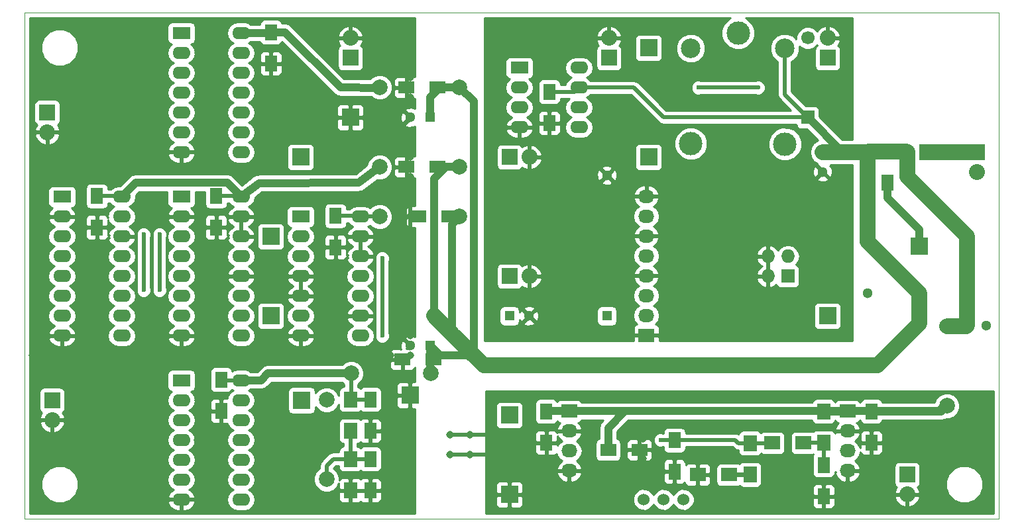
<source format=gbr>
G04 #@! TF.FileFunction,Copper,L2,Bot,Signal*
%FSLAX46Y46*%
G04 Gerber Fmt 4.6, Leading zero omitted, Abs format (unit mm)*
G04 Created by KiCad (PCBNEW (after 2015-mar-04 BZR unknown)-product) date Sat 14 Jan 2017 07:57:05 PM CET*
%MOMM*%
G01*
G04 APERTURE LIST*
%ADD10C,0.100000*%
%ADD11R,2.235200X2.235200*%
%ADD12C,0.500000*%
%ADD13C,0.970000*%
%ADD14R,2.032000X1.727200*%
%ADD15O,2.032000X1.727200*%
%ADD16R,1.600000X2.000000*%
%ADD17R,2.286000X1.574800*%
%ADD18O,2.286000X1.574800*%
%ADD19R,2.032000X2.032000*%
%ADD20O,2.032000X2.032000*%
%ADD21R,1.727200X1.727200*%
%ADD22O,1.727200X1.727200*%
%ADD23C,1.699260*%
%ADD24R,1.699260X1.699260*%
%ADD25C,1.998980*%
%ADD26R,1.300000X1.300000*%
%ADD27C,1.300000*%
%ADD28C,2.500000*%
%ADD29C,3.000000*%
%ADD30R,2.000000X1.600000*%
%ADD31R,2.000000X1.700000*%
%ADD32R,1.700000X2.000000*%
%ADD33C,1.524000*%
%ADD34C,0.600000*%
%ADD35C,2.000000*%
%ADD36C,0.500000*%
%ADD37C,1.000000*%
%ADD38C,0.254000*%
G04 APERTURE END LIST*
D10*
X192722500Y-52006500D02*
X192722500Y-116776500D01*
X68262500Y-52006500D02*
X192722500Y-52006500D01*
X68262500Y-116776500D02*
X68262500Y-52006500D01*
X192722500Y-116776500D02*
X68262500Y-116776500D01*
D11*
X103632000Y-101600000D03*
X130175000Y-113665000D03*
D12*
X69215000Y-72517000D03*
X71755000Y-72517000D03*
X71755000Y-72517000D03*
X74295000Y-72517000D03*
X76835000Y-72517000D03*
D11*
X170815000Y-90805000D03*
X109855000Y-65405000D03*
D13*
X122555000Y-108585000D03*
X125095000Y-108585000D03*
X122555000Y-106045000D03*
X125095000Y-106045000D03*
D11*
X99695000Y-90805000D03*
X99695000Y-80645000D03*
X103505000Y-70485000D03*
X130175000Y-103505000D03*
X147955000Y-70485000D03*
X147955000Y-56515000D03*
X117475000Y-100965000D03*
X182499000Y-81915000D03*
D13*
X173355000Y-60325000D03*
X173355000Y-62865000D03*
X173355000Y-75565000D03*
X147193000Y-105283000D03*
X147193000Y-105283000D03*
X147193000Y-106553000D03*
X147193000Y-107823000D03*
X173355000Y-53340000D03*
X173355000Y-55245000D03*
X173355000Y-57785000D03*
X173355000Y-65405000D03*
X173355000Y-67945000D03*
X173355000Y-73025000D03*
X173355000Y-75565000D03*
X173355000Y-78105000D03*
X173355000Y-80645000D03*
X173355000Y-83185000D03*
X173355000Y-85725000D03*
X173355000Y-88265000D03*
X173355000Y-90805000D03*
X147193000Y-109093000D03*
X127635000Y-115697000D03*
X127635000Y-113665000D03*
X127635000Y-111125000D03*
X127635000Y-108585000D03*
X127635000Y-106045000D03*
X127635000Y-103505000D03*
X173355000Y-93345000D03*
X127635000Y-90805000D03*
X127635000Y-88265000D03*
X127635000Y-85725000D03*
X127635000Y-83185000D03*
X127635000Y-80645000D03*
X127635000Y-78105000D03*
X127635000Y-75565000D03*
X127635000Y-73025000D03*
X127635000Y-70485000D03*
X127635000Y-67945000D03*
X127635000Y-65405000D03*
X127635000Y-62865000D03*
X127635000Y-57785000D03*
X127635000Y-55245000D03*
X127635000Y-60325000D03*
X127635000Y-53340000D03*
X191135000Y-100965000D03*
X188595000Y-100965000D03*
X183515000Y-100965000D03*
X180975000Y-100965000D03*
X178435000Y-100965000D03*
X175895000Y-100965000D03*
X173355000Y-100965000D03*
X170815000Y-100965000D03*
X168275000Y-100965000D03*
X165735000Y-100965000D03*
X163195000Y-100965000D03*
X160655000Y-100965000D03*
X158115000Y-100965000D03*
X170815000Y-93345000D03*
X168275000Y-93345000D03*
X165735000Y-93345000D03*
X163195000Y-93345000D03*
X160655000Y-93345000D03*
X158115000Y-93345000D03*
X155575000Y-93345000D03*
X127635000Y-93345000D03*
X130175000Y-93345000D03*
X132715000Y-93345000D03*
X135255000Y-93345000D03*
X137795000Y-93345000D03*
X140335000Y-93345000D03*
X142875000Y-93345000D03*
X153035000Y-93345000D03*
X127635000Y-100965000D03*
X150495000Y-93345000D03*
X145415000Y-93345000D03*
X132715000Y-100965000D03*
X150495000Y-100965000D03*
X147955000Y-100965000D03*
X145415000Y-100965000D03*
X155575000Y-100965000D03*
X97790000Y-60960000D03*
X97790000Y-58420000D03*
X101600000Y-61595000D03*
X91744800Y-109067600D03*
X93345000Y-111760000D03*
X90805000Y-111760000D03*
X90297000Y-106680000D03*
X90424000Y-101600000D03*
X93853000Y-105537000D03*
X91059000Y-99060000D03*
X90424000Y-62230000D03*
X90424000Y-57150000D03*
X99695000Y-75565000D03*
X99695000Y-70231000D03*
X99695000Y-67945000D03*
X102235000Y-67945000D03*
X104775000Y-67945000D03*
X107315000Y-67945000D03*
X109855000Y-67945000D03*
X112395000Y-67945000D03*
X114935000Y-67945000D03*
X69215000Y-95885000D03*
X71755000Y-95885000D03*
X74295000Y-95885000D03*
X76835000Y-95885000D03*
X79375000Y-95885000D03*
X81915000Y-95885000D03*
X84455000Y-95885000D03*
X86995000Y-95885000D03*
X89535000Y-95885000D03*
X92075000Y-95885000D03*
X94615000Y-95885000D03*
X97155000Y-95885000D03*
X99695000Y-95885000D03*
X102235000Y-95885000D03*
X104775000Y-95885000D03*
X107315000Y-95885000D03*
X109855000Y-95885000D03*
X112395000Y-95885000D03*
X114935000Y-95885000D03*
X114935000Y-75565000D03*
X112395000Y-75565000D03*
X109855000Y-75565000D03*
X107315000Y-75565000D03*
X104775000Y-75565000D03*
X102235000Y-75565000D03*
D12*
X99695000Y-72517000D03*
X97155000Y-72517000D03*
X94615000Y-72517000D03*
X79375000Y-72517000D03*
X81915000Y-72517000D03*
X84455000Y-72517000D03*
X86995000Y-72517000D03*
X89535000Y-72517000D03*
X92075000Y-72517000D03*
D13*
X153035000Y-100965000D03*
X142875000Y-100965000D03*
X140335000Y-100965000D03*
X137795000Y-100965000D03*
X135255000Y-100965000D03*
X130175000Y-100965000D03*
X117475000Y-115697000D03*
X117475000Y-113665000D03*
X117475000Y-111125000D03*
X117475000Y-108585000D03*
X117475000Y-106045000D03*
X117475000Y-103505000D03*
X117475000Y-100965000D03*
X117475000Y-98425000D03*
X117475000Y-95885000D03*
X117475000Y-93345000D03*
X117475000Y-53213000D03*
X117475000Y-55245000D03*
X117475000Y-57785000D03*
X117475000Y-60325000D03*
X117475000Y-62865000D03*
X117475000Y-65405000D03*
X117475000Y-67945000D03*
X117475000Y-73025000D03*
X117475000Y-90805000D03*
X117475000Y-88265000D03*
X117475000Y-85725000D03*
X117475000Y-83185000D03*
X117475000Y-80645000D03*
X117475000Y-78105000D03*
X117475000Y-75565000D03*
D14*
X147650200Y-93294200D03*
D15*
X147650200Y-90754200D03*
X147650200Y-88214200D03*
X147650200Y-85674200D03*
X147650200Y-83134200D03*
X147650200Y-80594200D03*
X147650200Y-78054200D03*
X147650200Y-75514200D03*
D13*
X117475000Y-70485000D03*
D16*
X77470000Y-75470000D03*
X77470000Y-79470000D03*
X92710000Y-75470000D03*
X92710000Y-79470000D03*
X107950000Y-78010000D03*
X107950000Y-82010000D03*
D17*
X103505000Y-78105000D03*
D18*
X103505000Y-80645000D03*
X103505000Y-83185000D03*
X103505000Y-85725000D03*
X103505000Y-88265000D03*
X103505000Y-90805000D03*
X103505000Y-93345000D03*
X111125000Y-93345000D03*
X111125000Y-90805000D03*
X111125000Y-88265000D03*
X111125000Y-85725000D03*
X111125000Y-83185000D03*
X111125000Y-80645000D03*
X111125000Y-78105000D03*
D17*
X73025000Y-75565000D03*
D18*
X73025000Y-78105000D03*
X73025000Y-80645000D03*
X73025000Y-83185000D03*
X73025000Y-85725000D03*
X73025000Y-88265000D03*
X73025000Y-90805000D03*
X73025000Y-93345000D03*
X80645000Y-93345000D03*
X80645000Y-90805000D03*
X80645000Y-88265000D03*
X80645000Y-85725000D03*
X80645000Y-83185000D03*
X80645000Y-80645000D03*
X80645000Y-78105000D03*
X80645000Y-75565000D03*
D17*
X88265000Y-75565000D03*
D18*
X88265000Y-78105000D03*
X88265000Y-80645000D03*
X88265000Y-83185000D03*
X88265000Y-85725000D03*
X88265000Y-88265000D03*
X88265000Y-90805000D03*
X88265000Y-93345000D03*
X95885000Y-93345000D03*
X95885000Y-90805000D03*
X95885000Y-88265000D03*
X95885000Y-85725000D03*
X95885000Y-83185000D03*
X95885000Y-80645000D03*
X95885000Y-78105000D03*
X95885000Y-75565000D03*
D19*
X183515000Y-69850000D03*
D20*
X180975000Y-69850000D03*
D17*
X131445000Y-59055000D03*
D18*
X131445000Y-61595000D03*
X131445000Y-64135000D03*
X131445000Y-66675000D03*
X139065000Y-66675000D03*
X139065000Y-64135000D03*
X139065000Y-61595000D03*
X139065000Y-59055000D03*
D17*
X88265000Y-54610000D03*
D18*
X88265000Y-57150000D03*
X88265000Y-59690000D03*
X88265000Y-62230000D03*
X88265000Y-64770000D03*
X88265000Y-67310000D03*
X88265000Y-69850000D03*
X95885000Y-69850000D03*
X95885000Y-67310000D03*
X95885000Y-64770000D03*
X95885000Y-62230000D03*
X95885000Y-59690000D03*
X95885000Y-57150000D03*
X95885000Y-54610000D03*
D17*
X88265000Y-99060000D03*
D18*
X88265000Y-101600000D03*
X88265000Y-104140000D03*
X88265000Y-106680000D03*
X88265000Y-109220000D03*
X88265000Y-111760000D03*
X88265000Y-114300000D03*
X95885000Y-114300000D03*
X95885000Y-111760000D03*
X95885000Y-109220000D03*
X95885000Y-106680000D03*
X95885000Y-104140000D03*
X95885000Y-101600000D03*
X95885000Y-99060000D03*
D19*
X109855000Y-57785000D03*
D20*
X109855000Y-55245000D03*
D19*
X71120000Y-64770000D03*
D20*
X71120000Y-67310000D03*
D19*
X189865000Y-69850000D03*
D20*
X189865000Y-72390000D03*
D19*
X180975000Y-111125000D03*
D20*
X180975000Y-113665000D03*
D19*
X170815000Y-57785000D03*
D20*
X170815000Y-55245000D03*
D19*
X142875000Y-57785000D03*
D20*
X142875000Y-55245000D03*
D19*
X71755000Y-101600000D03*
D20*
X71755000Y-104140000D03*
D21*
X165735000Y-85725000D03*
D22*
X163195000Y-85725000D03*
X165735000Y-83185000D03*
X163195000Y-83185000D03*
D23*
X168275000Y-55245000D03*
D24*
X168275000Y-65405000D03*
D16*
X99695000Y-54515000D03*
X99695000Y-58515000D03*
X93345000Y-98965000D03*
X93345000Y-102965000D03*
X135255000Y-62135000D03*
X135255000Y-66135000D03*
D25*
X113616740Y-61544200D03*
X123776740Y-61544200D03*
X109933740Y-98171000D03*
X120093740Y-98171000D03*
D16*
X178435000Y-69755000D03*
X178435000Y-73755000D03*
D26*
X130175000Y-90805000D03*
D27*
X132675000Y-90805000D03*
D26*
X170180000Y-69850000D03*
D27*
X170180000Y-72350000D03*
D28*
X153335000Y-56560000D03*
D29*
X153335000Y-68760000D03*
X165385000Y-68810000D03*
D28*
X165335000Y-56560000D03*
D29*
X159385000Y-54610000D03*
D26*
X120015000Y-94615000D03*
D27*
X117515000Y-94615000D03*
D26*
X175895000Y-69850000D03*
D27*
X175895000Y-87850000D03*
D16*
X170307000Y-109887000D03*
X170307000Y-113887000D03*
X151257000Y-106712000D03*
X151257000Y-110712000D03*
D26*
X142621000Y-90805000D03*
D27*
X142621000Y-72805000D03*
D16*
X176403000Y-103029000D03*
X176403000Y-107029000D03*
D30*
X142780000Y-107950000D03*
X146780000Y-107950000D03*
D26*
X188595000Y-92075000D03*
D27*
X191095000Y-92075000D03*
D25*
X186055000Y-92153740D03*
X186055000Y-102313740D03*
D14*
X173355000Y-102997000D03*
D15*
X173355000Y-105537000D03*
X173355000Y-108077000D03*
X173355000Y-110617000D03*
D14*
X137795000Y-102997000D03*
D15*
X137795000Y-105537000D03*
X137795000Y-108077000D03*
X137795000Y-110617000D03*
D19*
X130175000Y-85725000D03*
D20*
X132715000Y-85725000D03*
D19*
X130175000Y-70485000D03*
D20*
X132715000Y-70485000D03*
D31*
X154210000Y-111125000D03*
X158210000Y-111125000D03*
D32*
X160909000Y-111093000D03*
X160909000Y-107093000D03*
X170307000Y-107029000D03*
X170307000Y-103029000D03*
D31*
X163735000Y-107061000D03*
X167735000Y-107061000D03*
D33*
X149860000Y-114300000D03*
X147320000Y-114300000D03*
X152400000Y-114300000D03*
D25*
X123746260Y-71755000D03*
X113586260Y-71755000D03*
X123746260Y-78105000D03*
X113586260Y-78105000D03*
D16*
X112395000Y-109125000D03*
X112395000Y-113125000D03*
D25*
X106807000Y-101551740D03*
X106807000Y-111711740D03*
D32*
X109855000Y-101505000D03*
X109855000Y-105505000D03*
X109855000Y-109125000D03*
X109855000Y-113125000D03*
D26*
X120015000Y-65405000D03*
D27*
X117515000Y-65405000D03*
D16*
X134874000Y-103029000D03*
X134874000Y-107029000D03*
D30*
X120999000Y-61595000D03*
X116999000Y-61595000D03*
X120999000Y-71755000D03*
X116999000Y-71755000D03*
X122523000Y-78105000D03*
X118523000Y-78105000D03*
X120491000Y-96393000D03*
X116491000Y-96393000D03*
D16*
X112395000Y-101505000D03*
X112395000Y-105505000D03*
D34*
X182499000Y-81915000D03*
X85471000Y-80391000D03*
X85471000Y-87503000D03*
X83439000Y-80391000D03*
X83439000Y-87503000D03*
X113919000Y-93345000D03*
X113919000Y-83439000D03*
X161925000Y-61595000D03*
X154305000Y-61595000D03*
X149479000Y-106680000D03*
X142780000Y-107950000D03*
D35*
X183515000Y-69850000D02*
X189865000Y-69850000D01*
D36*
X109855000Y-101505000D02*
X112395000Y-101505000D01*
D37*
X122047000Y-71755000D02*
X123746260Y-71755000D01*
X120523000Y-73279000D02*
X122047000Y-71755000D01*
X120523000Y-89408000D02*
X120523000Y-73279000D01*
X120523000Y-89535000D02*
X120523000Y-89408000D01*
X123746260Y-78105000D02*
X123746260Y-78183740D01*
X123746260Y-78183740D02*
X122809000Y-79121000D01*
X122809000Y-91313000D02*
X122809000Y-91821000D01*
X122809000Y-79121000D02*
X122809000Y-91313000D01*
X125603000Y-63370460D02*
X123776740Y-61544200D01*
X125603000Y-93853000D02*
X125603000Y-63370460D01*
X125603000Y-94615000D02*
X125603000Y-93853000D01*
X121539000Y-95885000D02*
X121285000Y-95885000D01*
X121285000Y-95885000D02*
X120015000Y-94615000D01*
X120015000Y-94615000D02*
X120015000Y-98092260D01*
X120015000Y-98092260D02*
X120093740Y-98171000D01*
D35*
X188595000Y-80645000D02*
X188595000Y-92075000D01*
X180975000Y-69850000D02*
X180975000Y-73025000D01*
X180975000Y-73025000D02*
X188595000Y-80645000D01*
D37*
X175895000Y-69850000D02*
X180975000Y-69850000D01*
D36*
X168275000Y-65405000D02*
X172720000Y-69850000D01*
X172720000Y-69850000D02*
X175895000Y-69850000D01*
X168275000Y-65405000D02*
X149860000Y-65405000D01*
X146050000Y-61595000D02*
X139065000Y-61595000D01*
X149860000Y-65405000D02*
X146050000Y-61595000D01*
X165335000Y-56560000D02*
X165335000Y-62465000D01*
X165335000Y-62465000D02*
X172720000Y-69850000D01*
X135255000Y-62135000D02*
X138525000Y-62135000D01*
X138525000Y-62135000D02*
X139065000Y-61595000D01*
D35*
X186055000Y-92153740D02*
X188516260Y-92153740D01*
D37*
X188516260Y-92153740D02*
X188595000Y-92075000D01*
X120093740Y-97330260D02*
X120093740Y-98171000D01*
D36*
X95885000Y-99060000D02*
X93440000Y-99060000D01*
X93440000Y-99060000D02*
X93345000Y-98965000D01*
D37*
X80645000Y-75565000D02*
X82423000Y-73787000D01*
X82423000Y-73787000D02*
X94107000Y-73787000D01*
X94107000Y-73787000D02*
X95885000Y-75565000D01*
X99695000Y-54515000D02*
X101505000Y-54515000D01*
X108585000Y-61595000D02*
X113616740Y-61620400D01*
X101505000Y-54515000D02*
X108585000Y-61595000D01*
X95885000Y-54610000D02*
X99600000Y-54610000D01*
X99600000Y-54610000D02*
X99695000Y-54515000D01*
D36*
X111125000Y-78105000D02*
X113586260Y-78105000D01*
D37*
X98170596Y-73801315D02*
X110921350Y-73767807D01*
X110921350Y-73767807D02*
X113586260Y-71755000D01*
X95885000Y-75565000D02*
X98170596Y-73801315D01*
D36*
X95790000Y-75470000D02*
X95885000Y-75565000D01*
X92710000Y-75470000D02*
X95790000Y-75470000D01*
X80550000Y-75470000D02*
X80645000Y-75565000D01*
X77470000Y-75470000D02*
X80550000Y-75470000D01*
X111030000Y-78010000D02*
X111125000Y-78105000D01*
X107950000Y-78010000D02*
X111030000Y-78010000D01*
X109933740Y-101426260D02*
X109855000Y-101505000D01*
X109933740Y-98171000D02*
X109933740Y-101426260D01*
D37*
X99314000Y-98171000D02*
X98425000Y-99060000D01*
X98425000Y-99060000D02*
X95885000Y-99060000D01*
X109933740Y-98171000D02*
X99314000Y-98171000D01*
X121335800Y-61544200D02*
X120015000Y-62865000D01*
X120015000Y-62865000D02*
X120015000Y-65405000D01*
X123776740Y-61544200D02*
X121335800Y-61544200D01*
X172720000Y-69850000D02*
X168275000Y-65405000D01*
X175895000Y-69850000D02*
X172720000Y-69850000D01*
D35*
X175990000Y-69755000D02*
X178435000Y-69755000D01*
X175895000Y-69850000D02*
X175990000Y-69755000D01*
X180880000Y-69755000D02*
X180975000Y-69850000D01*
X178435000Y-69755000D02*
X180880000Y-69755000D01*
X175895000Y-69850000D02*
X170180000Y-69850000D01*
X182499000Y-91821000D02*
X182499000Y-87884000D01*
X182499000Y-87884000D02*
X175895000Y-81280000D01*
X175895000Y-81280000D02*
X175895000Y-69850000D01*
X127000000Y-97155000D02*
X177165000Y-97155000D01*
D37*
X126873000Y-97155000D02*
X127000000Y-97155000D01*
D35*
X177165000Y-97155000D02*
X182499000Y-91821000D01*
X125603000Y-95885000D02*
X126873000Y-97155000D01*
D37*
X121285000Y-95885000D02*
X125603000Y-95885000D01*
D35*
X125603000Y-95885000D02*
X125603000Y-95885000D01*
X122936000Y-93218000D02*
X125603000Y-95885000D01*
X120523000Y-90805000D02*
X122936000Y-93218000D01*
D37*
X120523000Y-89408000D02*
X120523000Y-90805000D01*
X122809000Y-93091000D02*
X122936000Y-92964000D01*
X122936000Y-92964000D02*
X122936000Y-93218000D01*
X122809000Y-91313000D02*
X122809000Y-93091000D01*
X125603000Y-95250000D02*
X125603000Y-95885000D01*
X125603000Y-95885000D02*
X125603000Y-95250000D01*
X125603000Y-93853000D02*
X125603000Y-95885000D01*
X123725940Y-61595000D02*
X123776740Y-61544200D01*
X120999000Y-61595000D02*
X123725940Y-61595000D01*
X120999000Y-71755000D02*
X123746260Y-71755000D01*
X122523000Y-78105000D02*
X123746260Y-78105000D01*
X120015000Y-95917000D02*
X120491000Y-96393000D01*
X120015000Y-94615000D02*
X120015000Y-95917000D01*
X191095000Y-100925000D02*
X191135000Y-100965000D01*
X191095000Y-100925000D02*
X191135000Y-100965000D01*
X178435000Y-75692000D02*
X182499000Y-79756000D01*
X182499000Y-79756000D02*
X182499000Y-81915000D01*
X178435000Y-73755000D02*
X178435000Y-75692000D01*
D36*
X117475000Y-78105000D02*
X118523000Y-78105000D01*
X117475000Y-93345000D02*
X117475000Y-90805000D01*
X125095000Y-106045000D02*
X127635000Y-106045000D01*
X122555000Y-106045000D02*
X125095000Y-106045000D01*
X127635000Y-103505000D02*
X127635000Y-100965000D01*
X127635000Y-106045000D02*
X127635000Y-103505000D01*
X125095000Y-106045000D02*
X127635000Y-106045000D01*
X122555000Y-106045000D02*
X125095000Y-106045000D01*
X125095000Y-108585000D02*
X127635000Y-108585000D01*
X122555000Y-108585000D02*
X125095000Y-108585000D01*
X117475000Y-78105000D02*
X117475000Y-75565000D01*
X117475000Y-78105000D02*
X117475000Y-80645000D01*
X85471000Y-80391000D02*
X85471000Y-87503000D01*
X83439000Y-80391000D02*
X83439000Y-87503000D01*
X113919000Y-93345000D02*
X113919000Y-83439000D01*
X154305000Y-61595000D02*
X161925000Y-61595000D01*
X170307000Y-107029000D02*
X170307000Y-109887000D01*
X170275000Y-107061000D02*
X170307000Y-107029000D01*
X167735000Y-107061000D02*
X170275000Y-107061000D01*
X163703000Y-107093000D02*
X163735000Y-107061000D01*
X160909000Y-107093000D02*
X163703000Y-107093000D01*
X159417000Y-107093000D02*
X159004000Y-106680000D01*
X159004000Y-106680000D02*
X149479000Y-106680000D01*
X160909000Y-107093000D02*
X159417000Y-107093000D01*
X151225000Y-106680000D02*
X151257000Y-106712000D01*
X149479000Y-106680000D02*
X151225000Y-106680000D01*
D37*
X185039000Y-102997000D02*
X173355000Y-102997000D01*
X185722260Y-102313740D02*
X185039000Y-102997000D01*
X186055000Y-102313740D02*
X185722260Y-102313740D01*
X144907000Y-102997000D02*
X173355000Y-102997000D01*
X137795000Y-102997000D02*
X144907000Y-102997000D01*
X142780000Y-105124000D02*
X144907000Y-102997000D01*
X142780000Y-107950000D02*
X142780000Y-105124000D01*
X185339740Y-103029000D02*
X186055000Y-102313740D01*
X176403000Y-103029000D02*
X185339740Y-103029000D01*
X173323000Y-103029000D02*
X173355000Y-102997000D01*
X170307000Y-103029000D02*
X173323000Y-103029000D01*
X134906000Y-102997000D02*
X134874000Y-103029000D01*
X137795000Y-102997000D02*
X134906000Y-102997000D01*
D36*
X160845000Y-111157000D02*
X160909000Y-111093000D01*
X158877000Y-111157000D02*
X160845000Y-111157000D01*
X160877000Y-111125000D02*
X160909000Y-111093000D01*
X158210000Y-111125000D02*
X160877000Y-111125000D01*
X109855000Y-105505000D02*
X109855000Y-109125000D01*
X109855000Y-109125000D02*
X112395000Y-109125000D01*
X107664000Y-109125000D02*
X106807000Y-109982000D01*
X106807000Y-109982000D02*
X106807000Y-111711740D01*
X109855000Y-109125000D02*
X107664000Y-109125000D01*
D38*
G36*
X118110000Y-116091500D02*
X117348000Y-116091500D01*
X117348000Y-102558850D01*
X117348000Y-101092000D01*
X117348000Y-100838000D01*
X117348000Y-99371150D01*
X117189250Y-99212400D01*
X116364000Y-99212400D01*
X116364000Y-97669250D01*
X116364000Y-96520000D01*
X115014750Y-96520000D01*
X114856000Y-96678750D01*
X114856000Y-97066691D01*
X114856000Y-97319310D01*
X114952673Y-97552699D01*
X115131302Y-97731327D01*
X115364691Y-97828000D01*
X116205250Y-97828000D01*
X116364000Y-97669250D01*
X116364000Y-99212400D01*
X116231091Y-99212400D01*
X115997702Y-99309073D01*
X115819073Y-99487701D01*
X115722400Y-99721090D01*
X115722400Y-99973709D01*
X115722400Y-100679250D01*
X115881150Y-100838000D01*
X117348000Y-100838000D01*
X117348000Y-101092000D01*
X115881150Y-101092000D01*
X115722400Y-101250750D01*
X115722400Y-101956291D01*
X115722400Y-102208910D01*
X115819073Y-102442299D01*
X115997702Y-102620927D01*
X116231091Y-102717600D01*
X117189250Y-102717600D01*
X117348000Y-102558850D01*
X117348000Y-116091500D01*
X114854162Y-116091500D01*
X114854162Y-93159833D01*
X114804000Y-93038431D01*
X114804000Y-83745821D01*
X114853838Y-83625799D01*
X114854162Y-83253833D01*
X114712117Y-82910057D01*
X114449327Y-82646808D01*
X114105799Y-82504162D01*
X113733833Y-82503838D01*
X113390057Y-82645883D01*
X113126808Y-82908673D01*
X112984162Y-83252201D01*
X112983838Y-83624167D01*
X113034000Y-83745568D01*
X113034000Y-93038178D01*
X112984162Y-93158201D01*
X112983838Y-93530167D01*
X113125883Y-93873943D01*
X113388673Y-94137192D01*
X113732201Y-94279838D01*
X114104167Y-94280162D01*
X114447943Y-94138117D01*
X114711192Y-93875327D01*
X114853838Y-93531799D01*
X114854162Y-93159833D01*
X114854162Y-116091500D01*
X113842440Y-116091500D01*
X113842440Y-110125000D01*
X113842440Y-108125000D01*
X113842440Y-102505000D01*
X113842440Y-100505000D01*
X113795463Y-100262877D01*
X113655673Y-100050073D01*
X113444640Y-99907623D01*
X113195000Y-99857560D01*
X112937833Y-99857560D01*
X112937833Y-93345000D01*
X112937833Y-88265000D01*
X112829559Y-87720671D01*
X112521222Y-87259211D01*
X112125801Y-86995000D01*
X112521222Y-86730789D01*
X112829559Y-86269329D01*
X112937833Y-85725000D01*
X112829559Y-85180671D01*
X112521222Y-84719211D01*
X112126170Y-84455246D01*
X112142262Y-84450525D01*
X112576191Y-84100986D01*
X112843327Y-83611996D01*
X112860010Y-83532060D01*
X112860010Y-82837940D01*
X112843327Y-82758004D01*
X112576191Y-82269014D01*
X112142262Y-81919475D01*
X112127010Y-81915000D01*
X112142262Y-81910525D01*
X112576191Y-81560986D01*
X112843327Y-81071996D01*
X112860010Y-80992060D01*
X112737852Y-80772000D01*
X111252000Y-80772000D01*
X111252000Y-81762600D01*
X111252000Y-82067400D01*
X111252000Y-83058000D01*
X112737852Y-83058000D01*
X112860010Y-82837940D01*
X112860010Y-83532060D01*
X112737852Y-83312000D01*
X111252000Y-83312000D01*
X111252000Y-83332000D01*
X110998000Y-83332000D01*
X110998000Y-83312000D01*
X110978000Y-83312000D01*
X110978000Y-83058000D01*
X110998000Y-83058000D01*
X110998000Y-82067400D01*
X110998000Y-81762600D01*
X110998000Y-80772000D01*
X109512148Y-80772000D01*
X109389990Y-80992060D01*
X109406673Y-81071996D01*
X109673809Y-81560986D01*
X110107738Y-81910525D01*
X110122989Y-81915000D01*
X110107738Y-81919475D01*
X109673809Y-82269014D01*
X109406673Y-82758004D01*
X109389990Y-82837940D01*
X109512146Y-83057998D01*
X109385000Y-83057998D01*
X109385000Y-82295750D01*
X109385000Y-81724250D01*
X109385000Y-80883691D01*
X109288327Y-80650302D01*
X109109699Y-80471673D01*
X108876310Y-80375000D01*
X108623691Y-80375000D01*
X108235750Y-80375000D01*
X108077000Y-80533750D01*
X108077000Y-81883000D01*
X109226250Y-81883000D01*
X109385000Y-81724250D01*
X109385000Y-82295750D01*
X109226250Y-82137000D01*
X108077000Y-82137000D01*
X108077000Y-83486250D01*
X108235750Y-83645000D01*
X108623691Y-83645000D01*
X108876310Y-83645000D01*
X109109699Y-83548327D01*
X109288327Y-83369698D01*
X109347000Y-83228049D01*
X109347000Y-83312002D01*
X109385000Y-83312002D01*
X109512146Y-83312002D01*
X109389990Y-83532060D01*
X109406673Y-83611996D01*
X109673809Y-84100986D01*
X110107738Y-84450525D01*
X110123829Y-84455246D01*
X109728778Y-84719211D01*
X109420441Y-85180671D01*
X109385000Y-85358844D01*
X109312167Y-85725000D01*
X109420441Y-86269329D01*
X109728778Y-86730789D01*
X110124198Y-86995000D01*
X109728778Y-87259211D01*
X109420441Y-87720671D01*
X109312167Y-88265000D01*
X109420441Y-88809329D01*
X109728778Y-89270789D01*
X110123829Y-89534753D01*
X110107738Y-89539475D01*
X109673809Y-89889014D01*
X109406673Y-90378004D01*
X109389990Y-90457940D01*
X109512148Y-90678000D01*
X110998000Y-90678000D01*
X110998000Y-90658000D01*
X111252000Y-90658000D01*
X111252000Y-90678000D01*
X112737852Y-90678000D01*
X112860010Y-90457940D01*
X112843327Y-90378004D01*
X112576191Y-89889014D01*
X112142262Y-89539475D01*
X112126170Y-89534753D01*
X112521222Y-89270789D01*
X112829559Y-88809329D01*
X112937833Y-88265000D01*
X112937833Y-93345000D01*
X112829559Y-92800671D01*
X112521222Y-92339211D01*
X112126170Y-92075246D01*
X112142262Y-92070525D01*
X112576191Y-91720986D01*
X112843327Y-91231996D01*
X112860010Y-91152060D01*
X112737852Y-90932000D01*
X111252000Y-90932000D01*
X111252000Y-90952000D01*
X110998000Y-90952000D01*
X110998000Y-90932000D01*
X109512148Y-90932000D01*
X109389990Y-91152060D01*
X109406673Y-91231996D01*
X109673809Y-91720986D01*
X110107738Y-92070525D01*
X110123829Y-92075246D01*
X109728778Y-92339211D01*
X109420441Y-92800671D01*
X109312167Y-93345000D01*
X109420441Y-93889329D01*
X109728778Y-94350789D01*
X110190238Y-94659126D01*
X110734567Y-94767400D01*
X111515433Y-94767400D01*
X112059762Y-94659126D01*
X112521222Y-94350789D01*
X112829559Y-93889329D01*
X112937833Y-93345000D01*
X112937833Y-99857560D01*
X111595000Y-99857560D01*
X111352877Y-99904537D01*
X111148733Y-100038638D01*
X110954640Y-99907623D01*
X110818740Y-99880369D01*
X110818740Y-99573847D01*
X110858395Y-99557462D01*
X111318586Y-99098073D01*
X111567946Y-98497547D01*
X111568514Y-97847306D01*
X111320202Y-97246345D01*
X110860813Y-96786154D01*
X110260287Y-96536794D01*
X109610046Y-96536226D01*
X109009085Y-96784538D01*
X108757183Y-97036000D01*
X107823000Y-97036000D01*
X107823000Y-83486250D01*
X107823000Y-82137000D01*
X107823000Y-81883000D01*
X107823000Y-80533750D01*
X107664250Y-80375000D01*
X107276309Y-80375000D01*
X107023690Y-80375000D01*
X106790301Y-80471673D01*
X106611673Y-80650302D01*
X106515000Y-80883691D01*
X106515000Y-81724250D01*
X106673750Y-81883000D01*
X107823000Y-81883000D01*
X107823000Y-82137000D01*
X106673750Y-82137000D01*
X106515000Y-82295750D01*
X106515000Y-83136309D01*
X106611673Y-83369698D01*
X106790301Y-83548327D01*
X107023690Y-83645000D01*
X107276309Y-83645000D01*
X107664250Y-83645000D01*
X107823000Y-83486250D01*
X107823000Y-97036000D01*
X105317833Y-97036000D01*
X105317833Y-90805000D01*
X105317833Y-83185000D01*
X105209559Y-82640671D01*
X104901222Y-82179211D01*
X104505801Y-81915000D01*
X104901222Y-81650789D01*
X105209559Y-81189329D01*
X105317833Y-80645000D01*
X105209559Y-80100671D01*
X104901222Y-79639211D01*
X104728986Y-79524126D01*
X104890123Y-79492863D01*
X105102927Y-79353073D01*
X105245377Y-79142040D01*
X105295440Y-78892400D01*
X105295440Y-77317600D01*
X105248463Y-77075477D01*
X105108673Y-76862673D01*
X104897640Y-76720223D01*
X104648000Y-76670160D01*
X102362000Y-76670160D01*
X102119877Y-76717137D01*
X101907073Y-76856927D01*
X101764623Y-77067960D01*
X101714560Y-77317600D01*
X101714560Y-78892400D01*
X101761537Y-79134523D01*
X101901327Y-79347327D01*
X102112360Y-79489777D01*
X102281621Y-79523720D01*
X102108778Y-79639211D01*
X101800441Y-80100671D01*
X101692167Y-80645000D01*
X101800441Y-81189329D01*
X102108778Y-81650789D01*
X102504198Y-81915000D01*
X102108778Y-82179211D01*
X101800441Y-82640671D01*
X101692167Y-83185000D01*
X101800441Y-83729329D01*
X102108778Y-84190789D01*
X102503829Y-84454753D01*
X102487738Y-84459475D01*
X102053809Y-84809014D01*
X101786673Y-85298004D01*
X101769990Y-85377940D01*
X101892148Y-85598000D01*
X103378000Y-85598000D01*
X103378000Y-85578000D01*
X103632000Y-85578000D01*
X103632000Y-85598000D01*
X105117852Y-85598000D01*
X105240010Y-85377940D01*
X105223327Y-85298004D01*
X104956191Y-84809014D01*
X104522262Y-84459475D01*
X104506170Y-84454753D01*
X104901222Y-84190789D01*
X105209559Y-83729329D01*
X105317833Y-83185000D01*
X105317833Y-90805000D01*
X105209559Y-90260671D01*
X104901222Y-89799211D01*
X104506170Y-89535246D01*
X104522262Y-89530525D01*
X104956191Y-89180986D01*
X105223327Y-88691996D01*
X105240010Y-88612060D01*
X105240010Y-87917940D01*
X105223327Y-87838004D01*
X104956191Y-87349014D01*
X104522262Y-86999475D01*
X104507010Y-86995000D01*
X104522262Y-86990525D01*
X104956191Y-86640986D01*
X105223327Y-86151996D01*
X105240010Y-86072060D01*
X105117852Y-85852000D01*
X103632000Y-85852000D01*
X103632000Y-86842600D01*
X103632000Y-87147400D01*
X103632000Y-88138000D01*
X105117852Y-88138000D01*
X105240010Y-87917940D01*
X105240010Y-88612060D01*
X105117852Y-88392000D01*
X103632000Y-88392000D01*
X103632000Y-88412000D01*
X103378000Y-88412000D01*
X103378000Y-88392000D01*
X103378000Y-88138000D01*
X103378000Y-87147400D01*
X103378000Y-86842600D01*
X103378000Y-85852000D01*
X101892148Y-85852000D01*
X101769990Y-86072060D01*
X101786673Y-86151996D01*
X102053809Y-86640986D01*
X102487738Y-86990525D01*
X102502989Y-86995000D01*
X102487738Y-86999475D01*
X102053809Y-87349014D01*
X101786673Y-87838004D01*
X101769990Y-87917940D01*
X101892148Y-88138000D01*
X103378000Y-88138000D01*
X103378000Y-88392000D01*
X101892148Y-88392000D01*
X101769990Y-88612060D01*
X101786673Y-88691996D01*
X102053809Y-89180986D01*
X102487738Y-89530525D01*
X102503829Y-89535246D01*
X102108778Y-89799211D01*
X101800441Y-90260671D01*
X101692167Y-90805000D01*
X101800441Y-91349329D01*
X102108778Y-91810789D01*
X102503829Y-92074753D01*
X102487738Y-92079475D01*
X102053809Y-92429014D01*
X101786673Y-92918004D01*
X101769990Y-92997940D01*
X101892148Y-93218000D01*
X103378000Y-93218000D01*
X103378000Y-93198000D01*
X103632000Y-93198000D01*
X103632000Y-93218000D01*
X105117852Y-93218000D01*
X105240010Y-92997940D01*
X105223327Y-92918004D01*
X104956191Y-92429014D01*
X104522262Y-92079475D01*
X104506170Y-92074753D01*
X104901222Y-91810789D01*
X105209559Y-91349329D01*
X105317833Y-90805000D01*
X105317833Y-97036000D01*
X105240010Y-97036000D01*
X105240010Y-93692060D01*
X105117852Y-93472000D01*
X103632000Y-93472000D01*
X103632000Y-94767400D01*
X103987600Y-94767400D01*
X104522262Y-94610525D01*
X104956191Y-94260986D01*
X105223327Y-93771996D01*
X105240010Y-93692060D01*
X105240010Y-97036000D01*
X103378000Y-97036000D01*
X103378000Y-94767400D01*
X103378000Y-93472000D01*
X101892148Y-93472000D01*
X101769990Y-93692060D01*
X101786673Y-93771996D01*
X102053809Y-94260986D01*
X102487738Y-94610525D01*
X103022400Y-94767400D01*
X103378000Y-94767400D01*
X103378000Y-97036000D01*
X101460040Y-97036000D01*
X101460040Y-91922600D01*
X101460040Y-89687400D01*
X101460040Y-81762600D01*
X101460040Y-79527400D01*
X101413063Y-79285277D01*
X101273273Y-79072473D01*
X101062240Y-78930023D01*
X100812600Y-78879960D01*
X98577400Y-78879960D01*
X98335277Y-78926937D01*
X98122473Y-79066727D01*
X97980023Y-79277760D01*
X97929960Y-79527400D01*
X97929960Y-81762600D01*
X97976937Y-82004723D01*
X98116727Y-82217527D01*
X98327760Y-82359977D01*
X98577400Y-82410040D01*
X100812600Y-82410040D01*
X101054723Y-82363063D01*
X101267527Y-82223273D01*
X101409977Y-82012240D01*
X101460040Y-81762600D01*
X101460040Y-89687400D01*
X101413063Y-89445277D01*
X101273273Y-89232473D01*
X101062240Y-89090023D01*
X100812600Y-89039960D01*
X98577400Y-89039960D01*
X98335277Y-89086937D01*
X98122473Y-89226727D01*
X97980023Y-89437760D01*
X97929960Y-89687400D01*
X97929960Y-91922600D01*
X97976937Y-92164723D01*
X98116727Y-92377527D01*
X98327760Y-92519977D01*
X98577400Y-92570040D01*
X100812600Y-92570040D01*
X101054723Y-92523063D01*
X101267527Y-92383273D01*
X101409977Y-92172240D01*
X101460040Y-91922600D01*
X101460040Y-97036000D01*
X99314000Y-97036000D01*
X98879654Y-97122397D01*
X98511434Y-97368434D01*
X97954868Y-97925000D01*
X97697833Y-97925000D01*
X97697833Y-93345000D01*
X97589559Y-92800671D01*
X97281222Y-92339211D01*
X96885801Y-92075000D01*
X97281222Y-91810789D01*
X97589559Y-91349329D01*
X97697833Y-90805000D01*
X97589559Y-90260671D01*
X97281222Y-89799211D01*
X96885801Y-89535000D01*
X97281222Y-89270789D01*
X97589559Y-88809329D01*
X97697833Y-88265000D01*
X97697833Y-83185000D01*
X97589559Y-82640671D01*
X97281222Y-82179211D01*
X96886170Y-81915246D01*
X96902262Y-81910525D01*
X97336191Y-81560986D01*
X97603327Y-81071996D01*
X97620010Y-80992060D01*
X97620010Y-80297940D01*
X97603327Y-80218004D01*
X97336191Y-79729014D01*
X96902262Y-79379475D01*
X96887010Y-79375000D01*
X96902262Y-79370525D01*
X97336191Y-79020986D01*
X97603327Y-78531996D01*
X97620010Y-78452060D01*
X97497852Y-78232000D01*
X96012000Y-78232000D01*
X96012000Y-79222600D01*
X96012000Y-79527400D01*
X96012000Y-80518000D01*
X97497852Y-80518000D01*
X97620010Y-80297940D01*
X97620010Y-80992060D01*
X97497852Y-80772000D01*
X96012000Y-80772000D01*
X96012000Y-80792000D01*
X95758000Y-80792000D01*
X95758000Y-80772000D01*
X95738000Y-80772000D01*
X95738000Y-80518000D01*
X95758000Y-80518000D01*
X95758000Y-79527400D01*
X95758000Y-79222600D01*
X95758000Y-78232000D01*
X94272148Y-78232000D01*
X94149990Y-78452060D01*
X94166673Y-78531996D01*
X94433809Y-79020986D01*
X94867738Y-79370525D01*
X94882989Y-79375000D01*
X94867738Y-79379475D01*
X94433809Y-79729014D01*
X94166673Y-80218004D01*
X94149990Y-80297940D01*
X94272146Y-80517998D01*
X94145000Y-80517998D01*
X94145000Y-79755750D01*
X94145000Y-79184250D01*
X94145000Y-78343691D01*
X94048327Y-78110302D01*
X93869699Y-77931673D01*
X93636310Y-77835000D01*
X93383691Y-77835000D01*
X92995750Y-77835000D01*
X92837000Y-77993750D01*
X92837000Y-79343000D01*
X93986250Y-79343000D01*
X94145000Y-79184250D01*
X94145000Y-79755750D01*
X93986250Y-79597000D01*
X92837000Y-79597000D01*
X92837000Y-80946250D01*
X92995750Y-81105000D01*
X93383691Y-81105000D01*
X93636310Y-81105000D01*
X93869699Y-81008327D01*
X94048327Y-80829698D01*
X94107000Y-80688049D01*
X94107000Y-80772002D01*
X94145000Y-80772002D01*
X94272146Y-80772002D01*
X94149990Y-80992060D01*
X94166673Y-81071996D01*
X94433809Y-81560986D01*
X94867738Y-81910525D01*
X94883829Y-81915246D01*
X94488778Y-82179211D01*
X94180441Y-82640671D01*
X94145000Y-82818844D01*
X94072167Y-83185000D01*
X94180441Y-83729329D01*
X94488778Y-84190789D01*
X94883829Y-84454753D01*
X94867738Y-84459475D01*
X94433809Y-84809014D01*
X94166673Y-85298004D01*
X94149990Y-85377940D01*
X94272148Y-85598000D01*
X95758000Y-85598000D01*
X95758000Y-85578000D01*
X96012000Y-85578000D01*
X96012000Y-85598000D01*
X97497852Y-85598000D01*
X97620010Y-85377940D01*
X97603327Y-85298004D01*
X97336191Y-84809014D01*
X96902262Y-84459475D01*
X96886170Y-84454753D01*
X97281222Y-84190789D01*
X97589559Y-83729329D01*
X97697833Y-83185000D01*
X97697833Y-88265000D01*
X97589559Y-87720671D01*
X97281222Y-87259211D01*
X96886170Y-86995246D01*
X96902262Y-86990525D01*
X97336191Y-86640986D01*
X97603327Y-86151996D01*
X97620010Y-86072060D01*
X97497852Y-85852000D01*
X96012000Y-85852000D01*
X96012000Y-85872000D01*
X95758000Y-85872000D01*
X95758000Y-85852000D01*
X94272148Y-85852000D01*
X94149990Y-86072060D01*
X94166673Y-86151996D01*
X94433809Y-86640986D01*
X94867738Y-86990525D01*
X94883829Y-86995246D01*
X94488778Y-87259211D01*
X94180441Y-87720671D01*
X94072167Y-88265000D01*
X94180441Y-88809329D01*
X94488778Y-89270789D01*
X94884198Y-89535000D01*
X94488778Y-89799211D01*
X94180441Y-90260671D01*
X94072167Y-90805000D01*
X94180441Y-91349329D01*
X94488778Y-91810789D01*
X94884198Y-92075000D01*
X94488778Y-92339211D01*
X94180441Y-92800671D01*
X94072167Y-93345000D01*
X94180441Y-93889329D01*
X94488778Y-94350789D01*
X94950238Y-94659126D01*
X95494567Y-94767400D01*
X96275433Y-94767400D01*
X96819762Y-94659126D01*
X97281222Y-94350789D01*
X97589559Y-93889329D01*
X97697833Y-93345000D01*
X97697833Y-97925000D01*
X97087843Y-97925000D01*
X96819762Y-97745874D01*
X96275433Y-97637600D01*
X95494567Y-97637600D01*
X94950238Y-97745874D01*
X94772913Y-97864358D01*
X94745463Y-97722877D01*
X94605673Y-97510073D01*
X94394640Y-97367623D01*
X94145000Y-97317560D01*
X92583000Y-97317560D01*
X92583000Y-80946250D01*
X92583000Y-79597000D01*
X92583000Y-79343000D01*
X92583000Y-77993750D01*
X92424250Y-77835000D01*
X92036309Y-77835000D01*
X91783690Y-77835000D01*
X91550301Y-77931673D01*
X91371673Y-78110302D01*
X91275000Y-78343691D01*
X91275000Y-79184250D01*
X91433750Y-79343000D01*
X92583000Y-79343000D01*
X92583000Y-79597000D01*
X91433750Y-79597000D01*
X91275000Y-79755750D01*
X91275000Y-80596309D01*
X91371673Y-80829698D01*
X91550301Y-81008327D01*
X91783690Y-81105000D01*
X92036309Y-81105000D01*
X92424250Y-81105000D01*
X92583000Y-80946250D01*
X92583000Y-97317560D01*
X92545000Y-97317560D01*
X92302877Y-97364537D01*
X92090073Y-97504327D01*
X91947623Y-97715360D01*
X91897560Y-97965000D01*
X91897560Y-99965000D01*
X91944537Y-100207123D01*
X92084327Y-100419927D01*
X92295360Y-100562377D01*
X92545000Y-100612440D01*
X94145000Y-100612440D01*
X94387123Y-100565463D01*
X94599927Y-100425673D01*
X94732794Y-100228835D01*
X94884198Y-100329999D01*
X94488778Y-100594211D01*
X94180441Y-101055671D01*
X94125873Y-101330000D01*
X94018691Y-101330000D01*
X93630750Y-101330000D01*
X93472000Y-101488750D01*
X93472000Y-102838000D01*
X93492000Y-102838000D01*
X93492000Y-103092000D01*
X93472000Y-103092000D01*
X93472000Y-104441250D01*
X93630750Y-104600000D01*
X94018691Y-104600000D01*
X94163666Y-104600000D01*
X94180441Y-104684329D01*
X94488778Y-105145789D01*
X94884198Y-105409999D01*
X94488778Y-105674211D01*
X94180441Y-106135671D01*
X94072167Y-106680000D01*
X94180441Y-107224329D01*
X94488778Y-107685789D01*
X94884198Y-107949999D01*
X94488778Y-108214211D01*
X94180441Y-108675671D01*
X94072167Y-109220000D01*
X94180441Y-109764329D01*
X94488778Y-110225789D01*
X94884198Y-110489999D01*
X94488778Y-110754211D01*
X94180441Y-111215671D01*
X94072167Y-111760000D01*
X94180441Y-112304329D01*
X94488778Y-112765789D01*
X94884198Y-113029999D01*
X94488778Y-113294211D01*
X94180441Y-113755671D01*
X94072167Y-114300000D01*
X94180441Y-114844329D01*
X94488778Y-115305789D01*
X94950238Y-115614126D01*
X95494567Y-115722400D01*
X96275433Y-115722400D01*
X96819762Y-115614126D01*
X97281222Y-115305789D01*
X97589559Y-114844329D01*
X97697833Y-114300000D01*
X97589559Y-113755671D01*
X97281222Y-113294211D01*
X96885801Y-113029999D01*
X97281222Y-112765789D01*
X97589559Y-112304329D01*
X97697833Y-111760000D01*
X97589559Y-111215671D01*
X97281222Y-110754211D01*
X96885801Y-110489999D01*
X97281222Y-110225789D01*
X97589559Y-109764329D01*
X97697833Y-109220000D01*
X97589559Y-108675671D01*
X97281222Y-108214211D01*
X96885801Y-107949999D01*
X97281222Y-107685789D01*
X97589559Y-107224329D01*
X97697833Y-106680000D01*
X97589559Y-106135671D01*
X97281222Y-105674211D01*
X96885801Y-105409999D01*
X97281222Y-105145789D01*
X97589559Y-104684329D01*
X97697833Y-104140000D01*
X97589559Y-103595671D01*
X97281222Y-103134211D01*
X96885801Y-102869999D01*
X97281222Y-102605789D01*
X97589559Y-102144329D01*
X97697833Y-101600000D01*
X97589559Y-101055671D01*
X97281222Y-100594211D01*
X96885801Y-100329999D01*
X97087843Y-100195000D01*
X98425000Y-100195000D01*
X98859345Y-100108603D01*
X98859346Y-100108603D01*
X99227566Y-99862566D01*
X99784132Y-99306000D01*
X108757256Y-99306000D01*
X109006667Y-99555846D01*
X109048740Y-99573316D01*
X109048740Y-99857560D01*
X109005000Y-99857560D01*
X108762877Y-99904537D01*
X108550073Y-100044327D01*
X108407623Y-100255360D01*
X108357560Y-100505000D01*
X108357560Y-101024232D01*
X108193462Y-100627085D01*
X107734073Y-100166894D01*
X107133547Y-99917534D01*
X106483306Y-99916966D01*
X105882345Y-100165278D01*
X105422154Y-100624667D01*
X105397040Y-100685148D01*
X105397040Y-100482400D01*
X105350063Y-100240277D01*
X105210273Y-100027473D01*
X104999240Y-99885023D01*
X104749600Y-99834960D01*
X102514400Y-99834960D01*
X102272277Y-99881937D01*
X102059473Y-100021727D01*
X101917023Y-100232760D01*
X101866960Y-100482400D01*
X101866960Y-102717600D01*
X101913937Y-102959723D01*
X102053727Y-103172527D01*
X102264760Y-103314977D01*
X102514400Y-103365040D01*
X104749600Y-103365040D01*
X104991723Y-103318063D01*
X105204527Y-103178273D01*
X105346977Y-102967240D01*
X105397040Y-102717600D01*
X105397040Y-102419525D01*
X105420538Y-102476395D01*
X105879927Y-102936586D01*
X106480453Y-103185946D01*
X107130694Y-103186514D01*
X107731655Y-102938202D01*
X108191846Y-102478813D01*
X108357560Y-102079729D01*
X108357560Y-102505000D01*
X108404537Y-102747123D01*
X108544327Y-102959927D01*
X108755360Y-103102377D01*
X109005000Y-103152440D01*
X110705000Y-103152440D01*
X110947123Y-103105463D01*
X111151266Y-102971361D01*
X111345360Y-103102377D01*
X111595000Y-103152440D01*
X113195000Y-103152440D01*
X113437123Y-103105463D01*
X113649927Y-102965673D01*
X113792377Y-102754640D01*
X113842440Y-102505000D01*
X113842440Y-108125000D01*
X113830000Y-108060883D01*
X113830000Y-106631309D01*
X113830000Y-105790750D01*
X113830000Y-105219250D01*
X113830000Y-104378691D01*
X113733327Y-104145302D01*
X113554699Y-103966673D01*
X113321310Y-103870000D01*
X113068691Y-103870000D01*
X112680750Y-103870000D01*
X112522000Y-104028750D01*
X112522000Y-105378000D01*
X113671250Y-105378000D01*
X113830000Y-105219250D01*
X113830000Y-105790750D01*
X113671250Y-105632000D01*
X112522000Y-105632000D01*
X112522000Y-106981250D01*
X112680750Y-107140000D01*
X113068691Y-107140000D01*
X113321310Y-107140000D01*
X113554699Y-107043327D01*
X113733327Y-106864698D01*
X113830000Y-106631309D01*
X113830000Y-108060883D01*
X113795463Y-107882877D01*
X113655673Y-107670073D01*
X113444640Y-107527623D01*
X113195000Y-107477560D01*
X111595000Y-107477560D01*
X111352877Y-107524537D01*
X111148733Y-107658638D01*
X110954640Y-107527623D01*
X110740000Y-107484578D01*
X110740000Y-107145649D01*
X110947123Y-107105463D01*
X111158551Y-106966576D01*
X111235301Y-107043327D01*
X111468690Y-107140000D01*
X111721309Y-107140000D01*
X112109250Y-107140000D01*
X112268000Y-106981250D01*
X112268000Y-105632000D01*
X112248000Y-105632000D01*
X112248000Y-105378000D01*
X112268000Y-105378000D01*
X112268000Y-104028750D01*
X112109250Y-103870000D01*
X111721309Y-103870000D01*
X111468690Y-103870000D01*
X111235301Y-103966673D01*
X111157451Y-104044523D01*
X110954640Y-103907623D01*
X110705000Y-103857560D01*
X109005000Y-103857560D01*
X108762877Y-103904537D01*
X108550073Y-104044327D01*
X108407623Y-104255360D01*
X108357560Y-104505000D01*
X108357560Y-106505000D01*
X108404537Y-106747123D01*
X108544327Y-106959927D01*
X108755360Y-107102377D01*
X108970000Y-107145421D01*
X108970000Y-107484350D01*
X108762877Y-107524537D01*
X108550073Y-107664327D01*
X108407623Y-107875360D01*
X108357560Y-108125000D01*
X108357560Y-108240000D01*
X107664005Y-108240000D01*
X107664000Y-108239999D01*
X107381515Y-108296189D01*
X107325325Y-108307367D01*
X107038210Y-108499210D01*
X107038207Y-108499213D01*
X106181210Y-109356210D01*
X105989367Y-109643325D01*
X105978189Y-109699515D01*
X105921999Y-109982000D01*
X105922000Y-109982005D01*
X105922000Y-110308892D01*
X105882345Y-110325278D01*
X105422154Y-110784667D01*
X105172794Y-111385193D01*
X105172226Y-112035434D01*
X105420538Y-112636395D01*
X105879927Y-113096586D01*
X106480453Y-113345946D01*
X107130694Y-113346514D01*
X107731655Y-113098202D01*
X108191846Y-112638813D01*
X108370000Y-112209770D01*
X108370000Y-112839250D01*
X108528750Y-112998000D01*
X109728000Y-112998000D01*
X109728000Y-111648750D01*
X109569250Y-111490000D01*
X109131309Y-111490000D01*
X108878690Y-111490000D01*
X108645301Y-111586673D01*
X108466673Y-111765302D01*
X108441391Y-111826337D01*
X108441774Y-111388046D01*
X108193462Y-110787085D01*
X107734073Y-110326894D01*
X107719667Y-110320912D01*
X108030579Y-110010000D01*
X108357560Y-110010000D01*
X108357560Y-110125000D01*
X108404537Y-110367123D01*
X108544327Y-110579927D01*
X108755360Y-110722377D01*
X109005000Y-110772440D01*
X110705000Y-110772440D01*
X110947123Y-110725463D01*
X111151266Y-110591361D01*
X111345360Y-110722377D01*
X111595000Y-110772440D01*
X113195000Y-110772440D01*
X113437123Y-110725463D01*
X113649927Y-110585673D01*
X113792377Y-110374640D01*
X113842440Y-110125000D01*
X113842440Y-116091500D01*
X113830000Y-116091500D01*
X113830000Y-114251309D01*
X113830000Y-113410750D01*
X113830000Y-112839250D01*
X113830000Y-111998691D01*
X113733327Y-111765302D01*
X113554699Y-111586673D01*
X113321310Y-111490000D01*
X113068691Y-111490000D01*
X112680750Y-111490000D01*
X112522000Y-111648750D01*
X112522000Y-112998000D01*
X113671250Y-112998000D01*
X113830000Y-112839250D01*
X113830000Y-113410750D01*
X113671250Y-113252000D01*
X112522000Y-113252000D01*
X112522000Y-114601250D01*
X112680750Y-114760000D01*
X113068691Y-114760000D01*
X113321310Y-114760000D01*
X113554699Y-114663327D01*
X113733327Y-114484698D01*
X113830000Y-114251309D01*
X113830000Y-116091500D01*
X112268000Y-116091500D01*
X112268000Y-114601250D01*
X112268000Y-113252000D01*
X112268000Y-112998000D01*
X112268000Y-111648750D01*
X112109250Y-111490000D01*
X111721309Y-111490000D01*
X111468690Y-111490000D01*
X111235301Y-111586673D01*
X111150000Y-111671974D01*
X111064699Y-111586673D01*
X110831310Y-111490000D01*
X110578691Y-111490000D01*
X110140750Y-111490000D01*
X109982000Y-111648750D01*
X109982000Y-112998000D01*
X111118750Y-112998000D01*
X111181250Y-112998000D01*
X112268000Y-112998000D01*
X112268000Y-113252000D01*
X111181250Y-113252000D01*
X111118750Y-113252000D01*
X109982000Y-113252000D01*
X109982000Y-114601250D01*
X110140750Y-114760000D01*
X110578691Y-114760000D01*
X110831310Y-114760000D01*
X111064699Y-114663327D01*
X111150000Y-114578025D01*
X111235301Y-114663327D01*
X111468690Y-114760000D01*
X111721309Y-114760000D01*
X112109250Y-114760000D01*
X112268000Y-114601250D01*
X112268000Y-116091500D01*
X109728000Y-116091500D01*
X109728000Y-114601250D01*
X109728000Y-113252000D01*
X108528750Y-113252000D01*
X108370000Y-113410750D01*
X108370000Y-114251309D01*
X108466673Y-114484698D01*
X108645301Y-114663327D01*
X108878690Y-114760000D01*
X109131309Y-114760000D01*
X109569250Y-114760000D01*
X109728000Y-114601250D01*
X109728000Y-116091500D01*
X93218000Y-116091500D01*
X93218000Y-104441250D01*
X93218000Y-103092000D01*
X93218000Y-102838000D01*
X93218000Y-101488750D01*
X93059250Y-101330000D01*
X92671309Y-101330000D01*
X92418690Y-101330000D01*
X92185301Y-101426673D01*
X92006673Y-101605302D01*
X91910000Y-101838691D01*
X91910000Y-102679250D01*
X92068750Y-102838000D01*
X93218000Y-102838000D01*
X93218000Y-103092000D01*
X92068750Y-103092000D01*
X91910000Y-103250750D01*
X91910000Y-104091309D01*
X92006673Y-104324698D01*
X92185301Y-104503327D01*
X92418690Y-104600000D01*
X92671309Y-104600000D01*
X93059250Y-104600000D01*
X93218000Y-104441250D01*
X93218000Y-116091500D01*
X90077833Y-116091500D01*
X90077833Y-111760000D01*
X89969559Y-111215671D01*
X89661222Y-110754211D01*
X89265801Y-110489999D01*
X89661222Y-110225789D01*
X89969559Y-109764329D01*
X90077833Y-109220000D01*
X89969559Y-108675671D01*
X89661222Y-108214211D01*
X89265801Y-107949999D01*
X89661222Y-107685789D01*
X89969559Y-107224329D01*
X90077833Y-106680000D01*
X89969559Y-106135671D01*
X89661222Y-105674211D01*
X89265801Y-105409999D01*
X89661222Y-105145789D01*
X89969559Y-104684329D01*
X90077833Y-104140000D01*
X89969559Y-103595671D01*
X89661222Y-103134211D01*
X89265801Y-102869999D01*
X89661222Y-102605789D01*
X89969559Y-102144329D01*
X90077833Y-101600000D01*
X90077833Y-90805000D01*
X89969559Y-90260671D01*
X89661222Y-89799211D01*
X89265801Y-89535000D01*
X89661222Y-89270789D01*
X89969559Y-88809329D01*
X90077833Y-88265000D01*
X89969559Y-87720671D01*
X89661222Y-87259211D01*
X89265801Y-86995000D01*
X89661222Y-86730789D01*
X89969559Y-86269329D01*
X90077833Y-85725000D01*
X89969559Y-85180671D01*
X89661222Y-84719211D01*
X89265801Y-84455000D01*
X89661222Y-84190789D01*
X89969559Y-83729329D01*
X90077833Y-83185000D01*
X89969559Y-82640671D01*
X89661222Y-82179211D01*
X89265801Y-81915000D01*
X89661222Y-81650789D01*
X89969559Y-81189329D01*
X90077833Y-80645000D01*
X89969559Y-80100671D01*
X89661222Y-79639211D01*
X89266170Y-79375246D01*
X89282262Y-79370525D01*
X89716191Y-79020986D01*
X89983327Y-78531996D01*
X90000010Y-78452060D01*
X89877852Y-78232000D01*
X88392000Y-78232000D01*
X88392000Y-78252000D01*
X88138000Y-78252000D01*
X88138000Y-78232000D01*
X86652148Y-78232000D01*
X86529990Y-78452060D01*
X86546673Y-78531996D01*
X86813809Y-79020986D01*
X87247738Y-79370525D01*
X87263829Y-79375246D01*
X86868778Y-79639211D01*
X86560441Y-80100671D01*
X86452167Y-80645000D01*
X86560441Y-81189329D01*
X86868778Y-81650789D01*
X87264198Y-81915000D01*
X86868778Y-82179211D01*
X86560441Y-82640671D01*
X86452167Y-83185000D01*
X86560441Y-83729329D01*
X86868778Y-84190789D01*
X87264198Y-84455000D01*
X86868778Y-84719211D01*
X86560441Y-85180671D01*
X86452167Y-85725000D01*
X86560441Y-86269329D01*
X86868778Y-86730789D01*
X87264198Y-86995000D01*
X86868778Y-87259211D01*
X86560441Y-87720671D01*
X86452167Y-88265000D01*
X86560441Y-88809329D01*
X86868778Y-89270789D01*
X87264198Y-89535000D01*
X86868778Y-89799211D01*
X86560441Y-90260671D01*
X86452167Y-90805000D01*
X86560441Y-91349329D01*
X86868778Y-91810789D01*
X87263829Y-92074753D01*
X87247738Y-92079475D01*
X86813809Y-92429014D01*
X86546673Y-92918004D01*
X86529990Y-92997940D01*
X86652148Y-93218000D01*
X88138000Y-93218000D01*
X88138000Y-93198000D01*
X88392000Y-93198000D01*
X88392000Y-93218000D01*
X89877852Y-93218000D01*
X90000010Y-92997940D01*
X89983327Y-92918004D01*
X89716191Y-92429014D01*
X89282262Y-92079475D01*
X89266170Y-92074753D01*
X89661222Y-91810789D01*
X89969559Y-91349329D01*
X90077833Y-90805000D01*
X90077833Y-101600000D01*
X89969559Y-101055671D01*
X89661222Y-100594211D01*
X89488986Y-100479126D01*
X89650123Y-100447863D01*
X89862927Y-100308073D01*
X90005377Y-100097040D01*
X90055440Y-99847400D01*
X90055440Y-98272600D01*
X90008463Y-98030477D01*
X90000010Y-98017608D01*
X90000010Y-93692060D01*
X89877852Y-93472000D01*
X88392000Y-93472000D01*
X88392000Y-94767400D01*
X88747600Y-94767400D01*
X89282262Y-94610525D01*
X89716191Y-94260986D01*
X89983327Y-93771996D01*
X90000010Y-93692060D01*
X90000010Y-98017608D01*
X89868673Y-97817673D01*
X89657640Y-97675223D01*
X89408000Y-97625160D01*
X88138000Y-97625160D01*
X88138000Y-94767400D01*
X88138000Y-93472000D01*
X86652148Y-93472000D01*
X86529990Y-93692060D01*
X86546673Y-93771996D01*
X86813809Y-94260986D01*
X87247738Y-94610525D01*
X87782400Y-94767400D01*
X88138000Y-94767400D01*
X88138000Y-97625160D01*
X87122000Y-97625160D01*
X86879877Y-97672137D01*
X86667073Y-97811927D01*
X86524623Y-98022960D01*
X86474560Y-98272600D01*
X86474560Y-99847400D01*
X86521537Y-100089523D01*
X86661327Y-100302327D01*
X86872360Y-100444777D01*
X87041621Y-100478720D01*
X86868778Y-100594211D01*
X86560441Y-101055671D01*
X86452167Y-101600000D01*
X86560441Y-102144329D01*
X86868778Y-102605789D01*
X87264198Y-102869999D01*
X86868778Y-103134211D01*
X86560441Y-103595671D01*
X86452167Y-104140000D01*
X86560441Y-104684329D01*
X86868778Y-105145789D01*
X87264198Y-105409999D01*
X86868778Y-105674211D01*
X86560441Y-106135671D01*
X86452167Y-106680000D01*
X86560441Y-107224329D01*
X86868778Y-107685789D01*
X87264198Y-107949999D01*
X86868778Y-108214211D01*
X86560441Y-108675671D01*
X86452167Y-109220000D01*
X86560441Y-109764329D01*
X86868778Y-110225789D01*
X87264198Y-110489999D01*
X86868778Y-110754211D01*
X86560441Y-111215671D01*
X86452167Y-111760000D01*
X86560441Y-112304329D01*
X86868778Y-112765789D01*
X87263829Y-113029753D01*
X87247738Y-113034475D01*
X86813809Y-113384014D01*
X86546673Y-113873004D01*
X86529990Y-113952940D01*
X86652148Y-114173000D01*
X88138000Y-114173000D01*
X88138000Y-114153000D01*
X88392000Y-114153000D01*
X88392000Y-114173000D01*
X89877852Y-114173000D01*
X90000010Y-113952940D01*
X89983327Y-113873004D01*
X89716191Y-113384014D01*
X89282262Y-113034475D01*
X89266170Y-113029753D01*
X89661222Y-112765789D01*
X89969559Y-112304329D01*
X90077833Y-111760000D01*
X90077833Y-116091500D01*
X90000010Y-116091500D01*
X90000010Y-114647060D01*
X89877852Y-114427000D01*
X88392000Y-114427000D01*
X88392000Y-115722400D01*
X88747600Y-115722400D01*
X89282262Y-115565525D01*
X89716191Y-115215986D01*
X89983327Y-114726996D01*
X90000010Y-114647060D01*
X90000010Y-116091500D01*
X88138000Y-116091500D01*
X88138000Y-115722400D01*
X88138000Y-114427000D01*
X86652148Y-114427000D01*
X86529990Y-114647060D01*
X86546673Y-114726996D01*
X86813809Y-115215986D01*
X87247738Y-115565525D01*
X87782400Y-115722400D01*
X88138000Y-115722400D01*
X88138000Y-116091500D01*
X86406162Y-116091500D01*
X86406162Y-87317833D01*
X86356000Y-87196431D01*
X86356000Y-80697821D01*
X86405838Y-80577799D01*
X86406162Y-80205833D01*
X86264117Y-79862057D01*
X86001327Y-79598808D01*
X85657799Y-79456162D01*
X85285833Y-79455838D01*
X84942057Y-79597883D01*
X84678808Y-79860673D01*
X84536162Y-80204201D01*
X84535838Y-80576167D01*
X84586000Y-80697568D01*
X84586000Y-87196178D01*
X84536162Y-87316201D01*
X84535838Y-87688167D01*
X84677883Y-88031943D01*
X84940673Y-88295192D01*
X85284201Y-88437838D01*
X85656167Y-88438162D01*
X85999943Y-88296117D01*
X86263192Y-88033327D01*
X86405838Y-87689799D01*
X86406162Y-87317833D01*
X86406162Y-116091500D01*
X84374162Y-116091500D01*
X84374162Y-87317833D01*
X84324000Y-87196431D01*
X84324000Y-80697821D01*
X84373838Y-80577799D01*
X84374162Y-80205833D01*
X84232117Y-79862057D01*
X83969327Y-79598808D01*
X83625799Y-79456162D01*
X83253833Y-79455838D01*
X82910057Y-79597883D01*
X82646808Y-79860673D01*
X82504162Y-80204201D01*
X82503838Y-80576167D01*
X82554000Y-80697568D01*
X82554000Y-87196178D01*
X82504162Y-87316201D01*
X82503838Y-87688167D01*
X82645883Y-88031943D01*
X82908673Y-88295192D01*
X83252201Y-88437838D01*
X83624167Y-88438162D01*
X83967943Y-88296117D01*
X84231192Y-88033327D01*
X84373838Y-87689799D01*
X84374162Y-87317833D01*
X84374162Y-116091500D01*
X82457833Y-116091500D01*
X77343000Y-116091500D01*
X77343000Y-80946250D01*
X77343000Y-79597000D01*
X77343000Y-79343000D01*
X77343000Y-77993750D01*
X77184250Y-77835000D01*
X76796309Y-77835000D01*
X76543690Y-77835000D01*
X76310301Y-77931673D01*
X76131673Y-78110302D01*
X76035000Y-78343691D01*
X76035000Y-79184250D01*
X76193750Y-79343000D01*
X77343000Y-79343000D01*
X77343000Y-79597000D01*
X76193750Y-79597000D01*
X76035000Y-79755750D01*
X76035000Y-80596309D01*
X76131673Y-80829698D01*
X76310301Y-81008327D01*
X76543690Y-81105000D01*
X76796309Y-81105000D01*
X77184250Y-81105000D01*
X77343000Y-80946250D01*
X77343000Y-116091500D01*
X75092973Y-116091500D01*
X75092973Y-111859164D01*
X75092973Y-55979164D01*
X74730634Y-55102237D01*
X74060292Y-54430724D01*
X73183999Y-54066855D01*
X72235164Y-54066027D01*
X71358237Y-54428366D01*
X70686724Y-55098708D01*
X70322855Y-55975001D01*
X70322027Y-56923836D01*
X70684366Y-57800763D01*
X71354708Y-58472276D01*
X72231001Y-58836145D01*
X73179836Y-58836973D01*
X74056763Y-58474634D01*
X74728276Y-57804292D01*
X75092145Y-56927999D01*
X75092973Y-55979164D01*
X75092973Y-111859164D01*
X74837833Y-111241678D01*
X74837833Y-90805000D01*
X74729559Y-90260671D01*
X74421222Y-89799211D01*
X74025801Y-89535000D01*
X74421222Y-89270789D01*
X74729559Y-88809329D01*
X74837833Y-88265000D01*
X74729559Y-87720671D01*
X74421222Y-87259211D01*
X74025801Y-86995000D01*
X74421222Y-86730789D01*
X74729559Y-86269329D01*
X74837833Y-85725000D01*
X74729559Y-85180671D01*
X74421222Y-84719211D01*
X74025801Y-84455000D01*
X74421222Y-84190789D01*
X74729559Y-83729329D01*
X74837833Y-83185000D01*
X74729559Y-82640671D01*
X74421222Y-82179211D01*
X74025801Y-81915000D01*
X74421222Y-81650789D01*
X74729559Y-81189329D01*
X74837833Y-80645000D01*
X74815440Y-80532423D01*
X74815440Y-76352400D01*
X74815440Y-74777600D01*
X74768463Y-74535477D01*
X74628673Y-74322673D01*
X74417640Y-74180223D01*
X74168000Y-74130160D01*
X72783440Y-74130160D01*
X72783440Y-65786000D01*
X72783440Y-63754000D01*
X72736463Y-63511877D01*
X72596673Y-63299073D01*
X72385640Y-63156623D01*
X72136000Y-63106560D01*
X70104000Y-63106560D01*
X69861877Y-63153537D01*
X69649073Y-63293327D01*
X69506623Y-63504360D01*
X69456560Y-63754000D01*
X69456560Y-65786000D01*
X69503537Y-66028123D01*
X69643327Y-66240927D01*
X69803043Y-66348737D01*
X69713615Y-66445182D01*
X69514025Y-66927056D01*
X69633164Y-67183000D01*
X70993000Y-67183000D01*
X70993000Y-67163000D01*
X71247000Y-67163000D01*
X71247000Y-67183000D01*
X72606836Y-67183000D01*
X72725975Y-66927056D01*
X72526385Y-66445182D01*
X72436425Y-66348164D01*
X72590927Y-66246673D01*
X72733377Y-66035640D01*
X72783440Y-65786000D01*
X72783440Y-74130160D01*
X72725975Y-74130160D01*
X72725975Y-67692944D01*
X72606836Y-67437000D01*
X71247000Y-67437000D01*
X71247000Y-68797367D01*
X71502946Y-68915983D01*
X72088379Y-68647188D01*
X72526385Y-68174818D01*
X72725975Y-67692944D01*
X72725975Y-74130160D01*
X71882000Y-74130160D01*
X71639877Y-74177137D01*
X71427073Y-74316927D01*
X71284623Y-74527960D01*
X71234560Y-74777600D01*
X71234560Y-76352400D01*
X71281537Y-76594523D01*
X71421327Y-76807327D01*
X71632360Y-76949777D01*
X71823275Y-76988063D01*
X71573809Y-77189014D01*
X71306673Y-77678004D01*
X71289990Y-77757940D01*
X71412148Y-77978000D01*
X72898000Y-77978000D01*
X72898000Y-77958000D01*
X73152000Y-77958000D01*
X73152000Y-77978000D01*
X74637852Y-77978000D01*
X74760010Y-77757940D01*
X74743327Y-77678004D01*
X74476191Y-77189014D01*
X74227107Y-76988371D01*
X74410123Y-76952863D01*
X74622927Y-76813073D01*
X74765377Y-76602040D01*
X74815440Y-76352400D01*
X74815440Y-80532423D01*
X74729559Y-80100671D01*
X74421222Y-79639211D01*
X74026170Y-79375246D01*
X74042262Y-79370525D01*
X74476191Y-79020986D01*
X74743327Y-78531996D01*
X74760010Y-78452060D01*
X74637852Y-78232000D01*
X73152000Y-78232000D01*
X73152000Y-78252000D01*
X72898000Y-78252000D01*
X72898000Y-78232000D01*
X71412148Y-78232000D01*
X71289990Y-78452060D01*
X71306673Y-78531996D01*
X71573809Y-79020986D01*
X72007738Y-79370525D01*
X72023829Y-79375246D01*
X71628778Y-79639211D01*
X71320441Y-80100671D01*
X71212167Y-80645000D01*
X71320441Y-81189329D01*
X71628778Y-81650789D01*
X72024198Y-81915000D01*
X71628778Y-82179211D01*
X71320441Y-82640671D01*
X71212167Y-83185000D01*
X71320441Y-83729329D01*
X71628778Y-84190789D01*
X72024198Y-84455000D01*
X71628778Y-84719211D01*
X71320441Y-85180671D01*
X71212167Y-85725000D01*
X71320441Y-86269329D01*
X71628778Y-86730789D01*
X72024198Y-86995000D01*
X71628778Y-87259211D01*
X71320441Y-87720671D01*
X71212167Y-88265000D01*
X71320441Y-88809329D01*
X71628778Y-89270789D01*
X72024198Y-89535000D01*
X71628778Y-89799211D01*
X71320441Y-90260671D01*
X71212167Y-90805000D01*
X71320441Y-91349329D01*
X71628778Y-91810789D01*
X72023829Y-92074753D01*
X72007738Y-92079475D01*
X71573809Y-92429014D01*
X71306673Y-92918004D01*
X71289990Y-92997940D01*
X71412148Y-93218000D01*
X72898000Y-93218000D01*
X72898000Y-93198000D01*
X73152000Y-93198000D01*
X73152000Y-93218000D01*
X74637852Y-93218000D01*
X74760010Y-92997940D01*
X74743327Y-92918004D01*
X74476191Y-92429014D01*
X74042262Y-92079475D01*
X74026170Y-92074753D01*
X74421222Y-91810789D01*
X74729559Y-91349329D01*
X74837833Y-90805000D01*
X74837833Y-111241678D01*
X74760010Y-111053332D01*
X74760010Y-93692060D01*
X74637852Y-93472000D01*
X73152000Y-93472000D01*
X73152000Y-94767400D01*
X73507600Y-94767400D01*
X74042262Y-94610525D01*
X74476191Y-94260986D01*
X74743327Y-93771996D01*
X74760010Y-93692060D01*
X74760010Y-111053332D01*
X74730634Y-110982237D01*
X74060292Y-110310724D01*
X73418440Y-110044203D01*
X73418440Y-102616000D01*
X73418440Y-100584000D01*
X73371463Y-100341877D01*
X73231673Y-100129073D01*
X73020640Y-99986623D01*
X72898000Y-99962028D01*
X72898000Y-94767400D01*
X72898000Y-93472000D01*
X71412148Y-93472000D01*
X71289990Y-93692060D01*
X71306673Y-93771996D01*
X71573809Y-94260986D01*
X72007738Y-94610525D01*
X72542400Y-94767400D01*
X72898000Y-94767400D01*
X72898000Y-99962028D01*
X72771000Y-99936560D01*
X70993000Y-99936560D01*
X70993000Y-68797367D01*
X70993000Y-67437000D01*
X69633164Y-67437000D01*
X69514025Y-67692944D01*
X69713615Y-68174818D01*
X70151621Y-68647188D01*
X70737054Y-68915983D01*
X70993000Y-68797367D01*
X70993000Y-99936560D01*
X70739000Y-99936560D01*
X70496877Y-99983537D01*
X70284073Y-100123327D01*
X70141623Y-100334360D01*
X70091560Y-100584000D01*
X70091560Y-102616000D01*
X70138537Y-102858123D01*
X70278327Y-103070927D01*
X70438043Y-103178737D01*
X70348615Y-103275182D01*
X70149025Y-103757056D01*
X70268164Y-104013000D01*
X71628000Y-104013000D01*
X71628000Y-103993000D01*
X71882000Y-103993000D01*
X71882000Y-104013000D01*
X73241836Y-104013000D01*
X73360975Y-103757056D01*
X73161385Y-103275182D01*
X73071425Y-103178164D01*
X73225927Y-103076673D01*
X73368377Y-102865640D01*
X73418440Y-102616000D01*
X73418440Y-110044203D01*
X73360975Y-110020341D01*
X73360975Y-104522944D01*
X73241836Y-104267000D01*
X71882000Y-104267000D01*
X71882000Y-105627367D01*
X72137946Y-105745983D01*
X72723379Y-105477188D01*
X73161385Y-105004818D01*
X73360975Y-104522944D01*
X73360975Y-110020341D01*
X73183999Y-109946855D01*
X72235164Y-109946027D01*
X71628000Y-110196902D01*
X71628000Y-105627367D01*
X71628000Y-104267000D01*
X70268164Y-104267000D01*
X70149025Y-104522944D01*
X70348615Y-105004818D01*
X70786621Y-105477188D01*
X71372054Y-105745983D01*
X71628000Y-105627367D01*
X71628000Y-110196902D01*
X71358237Y-110308366D01*
X70686724Y-110978708D01*
X70322855Y-111855001D01*
X70322027Y-112803836D01*
X70684366Y-113680763D01*
X71354708Y-114352276D01*
X72231001Y-114716145D01*
X73179836Y-114716973D01*
X74056763Y-114354634D01*
X74728276Y-113684292D01*
X75092145Y-112807999D01*
X75092973Y-111859164D01*
X75092973Y-116091500D01*
X68947500Y-116091500D01*
X68947500Y-52691500D01*
X118110000Y-52691500D01*
X118110000Y-60160000D01*
X117284750Y-60160000D01*
X117126000Y-60318750D01*
X117126000Y-61468000D01*
X117146000Y-61468000D01*
X117146000Y-61722000D01*
X117126000Y-61722000D01*
X117126000Y-62871250D01*
X117284750Y-63030000D01*
X118110000Y-63030000D01*
X118110000Y-64251472D01*
X117695922Y-64107378D01*
X117185572Y-64136917D01*
X116872000Y-64266802D01*
X116872000Y-62871250D01*
X116872000Y-61722000D01*
X116872000Y-61468000D01*
X116872000Y-60318750D01*
X116713250Y-60160000D01*
X115872691Y-60160000D01*
X115639302Y-60256673D01*
X115460673Y-60435301D01*
X115364000Y-60668690D01*
X115364000Y-60921309D01*
X115364000Y-61309250D01*
X115522750Y-61468000D01*
X116872000Y-61468000D01*
X116872000Y-61722000D01*
X115522750Y-61722000D01*
X115364000Y-61880750D01*
X115364000Y-62268691D01*
X115364000Y-62521310D01*
X115460673Y-62754699D01*
X115639302Y-62933327D01*
X115872691Y-63030000D01*
X116713250Y-63030000D01*
X116872000Y-62871250D01*
X116872000Y-64266802D01*
X116851271Y-64275389D01*
X116795590Y-64505984D01*
X117515000Y-65225395D01*
X117529142Y-65211252D01*
X117708747Y-65390857D01*
X117694605Y-65405000D01*
X117708747Y-65419142D01*
X117529142Y-65598747D01*
X117515000Y-65584605D01*
X117335395Y-65764210D01*
X117335395Y-65405000D01*
X116615984Y-64685590D01*
X116385389Y-64741271D01*
X116217378Y-65224078D01*
X116246917Y-65734428D01*
X116385389Y-66068729D01*
X116615984Y-66124410D01*
X117335395Y-65405000D01*
X117335395Y-65764210D01*
X116795590Y-66304016D01*
X116851271Y-66534611D01*
X117334078Y-66702622D01*
X117844428Y-66673083D01*
X118110000Y-66563079D01*
X118110000Y-70320000D01*
X117284750Y-70320000D01*
X117126000Y-70478750D01*
X117126000Y-71628000D01*
X117146000Y-71628000D01*
X117146000Y-71882000D01*
X117126000Y-71882000D01*
X117126000Y-73031250D01*
X117284750Y-73190000D01*
X118110000Y-73190000D01*
X118110000Y-76670000D01*
X117396691Y-76670000D01*
X117163302Y-76766673D01*
X116984673Y-76945301D01*
X116888000Y-77178690D01*
X116888000Y-77431309D01*
X116888000Y-77819250D01*
X117046750Y-77978000D01*
X118110000Y-77978000D01*
X118110000Y-78232000D01*
X117046750Y-78232000D01*
X116888000Y-78390750D01*
X116888000Y-78778691D01*
X116888000Y-79031310D01*
X116984673Y-79264699D01*
X117163302Y-79443327D01*
X117396691Y-79540000D01*
X118110000Y-79540000D01*
X118110000Y-93461472D01*
X117695922Y-93317378D01*
X117185572Y-93346917D01*
X116872000Y-93476802D01*
X116872000Y-73031250D01*
X116872000Y-71882000D01*
X116872000Y-71628000D01*
X116872000Y-70478750D01*
X116713250Y-70320000D01*
X115872691Y-70320000D01*
X115639302Y-70416673D01*
X115460673Y-70595301D01*
X115364000Y-70828690D01*
X115364000Y-71081309D01*
X115364000Y-71469250D01*
X115522750Y-71628000D01*
X116872000Y-71628000D01*
X116872000Y-71882000D01*
X115522750Y-71882000D01*
X115364000Y-72040750D01*
X115364000Y-72428691D01*
X115364000Y-72681310D01*
X115460673Y-72914699D01*
X115639302Y-73093327D01*
X115872691Y-73190000D01*
X116713250Y-73190000D01*
X116872000Y-73031250D01*
X116872000Y-93476802D01*
X116851271Y-93485389D01*
X116795590Y-93715984D01*
X117515000Y-94435395D01*
X117529142Y-94421252D01*
X117708747Y-94600857D01*
X117694605Y-94615000D01*
X117708747Y-94629142D01*
X117529142Y-94808747D01*
X117515000Y-94794605D01*
X117351605Y-94958000D01*
X116992394Y-94958000D01*
X117335395Y-94615000D01*
X116615984Y-93895590D01*
X116385389Y-93951271D01*
X116217378Y-94434078D01*
X116246917Y-94944428D01*
X116285976Y-95038726D01*
X116205250Y-94958000D01*
X115364691Y-94958000D01*
X115251514Y-95004879D01*
X115251514Y-61220506D01*
X115003202Y-60619545D01*
X114543813Y-60159354D01*
X113943287Y-59909994D01*
X113293046Y-59909426D01*
X112692085Y-60157738D01*
X112370169Y-60479092D01*
X111518440Y-60474792D01*
X111518440Y-58801000D01*
X111518440Y-56769000D01*
X111471463Y-56526877D01*
X111331673Y-56314073D01*
X111171956Y-56206262D01*
X111261385Y-56109818D01*
X111460975Y-55627944D01*
X111460975Y-54862056D01*
X111261385Y-54380182D01*
X110823379Y-53907812D01*
X110237946Y-53639017D01*
X109982000Y-53757633D01*
X109982000Y-55118000D01*
X111341836Y-55118000D01*
X111460975Y-54862056D01*
X111460975Y-55627944D01*
X111341836Y-55372000D01*
X109982000Y-55372000D01*
X109982000Y-55392000D01*
X109728000Y-55392000D01*
X109728000Y-55372000D01*
X109728000Y-55118000D01*
X109728000Y-53757633D01*
X109472054Y-53639017D01*
X108886621Y-53907812D01*
X108448615Y-54380182D01*
X108249025Y-54862056D01*
X108368164Y-55118000D01*
X109728000Y-55118000D01*
X109728000Y-55372000D01*
X108368164Y-55372000D01*
X108249025Y-55627944D01*
X108448615Y-56109818D01*
X108538574Y-56206835D01*
X108384073Y-56308327D01*
X108241623Y-56519360D01*
X108191560Y-56769000D01*
X108191560Y-58801000D01*
X108238537Y-59043123D01*
X108378327Y-59255927D01*
X108589360Y-59398377D01*
X108839000Y-59448440D01*
X110871000Y-59448440D01*
X111113123Y-59401463D01*
X111325927Y-59261673D01*
X111468377Y-59050640D01*
X111518440Y-58801000D01*
X111518440Y-60474792D01*
X109057502Y-60462370D01*
X102307566Y-53712434D01*
X101939346Y-53466397D01*
X101505000Y-53380000D01*
X101116247Y-53380000D01*
X101095463Y-53272877D01*
X100955673Y-53060073D01*
X100744640Y-52917623D01*
X100495000Y-52867560D01*
X98895000Y-52867560D01*
X98652877Y-52914537D01*
X98440073Y-53054327D01*
X98297623Y-53265360D01*
X98255581Y-53475000D01*
X97087843Y-53475000D01*
X96819762Y-53295874D01*
X96275433Y-53187600D01*
X95494567Y-53187600D01*
X94950238Y-53295874D01*
X94488778Y-53604211D01*
X94180441Y-54065671D01*
X94072167Y-54610000D01*
X94180441Y-55154329D01*
X94488778Y-55615789D01*
X94884198Y-55880000D01*
X94488778Y-56144211D01*
X94180441Y-56605671D01*
X94072167Y-57150000D01*
X94180441Y-57694329D01*
X94488778Y-58155789D01*
X94884198Y-58420000D01*
X94488778Y-58684211D01*
X94180441Y-59145671D01*
X94072167Y-59690000D01*
X94180441Y-60234329D01*
X94488778Y-60695789D01*
X94884198Y-60960000D01*
X94488778Y-61224211D01*
X94180441Y-61685671D01*
X94072167Y-62230000D01*
X94180441Y-62774329D01*
X94488778Y-63235789D01*
X94884198Y-63500000D01*
X94488778Y-63764211D01*
X94180441Y-64225671D01*
X94072167Y-64770000D01*
X94180441Y-65314329D01*
X94488778Y-65775789D01*
X94884198Y-66040000D01*
X94488778Y-66304211D01*
X94180441Y-66765671D01*
X94072167Y-67310000D01*
X94180441Y-67854329D01*
X94488778Y-68315789D01*
X94884198Y-68580000D01*
X94488778Y-68844211D01*
X94180441Y-69305671D01*
X94072167Y-69850000D01*
X94180441Y-70394329D01*
X94488778Y-70855789D01*
X94950238Y-71164126D01*
X95494567Y-71272400D01*
X96275433Y-71272400D01*
X96819762Y-71164126D01*
X97281222Y-70855789D01*
X97589559Y-70394329D01*
X97697833Y-69850000D01*
X97589559Y-69305671D01*
X97281222Y-68844211D01*
X96885801Y-68580000D01*
X97281222Y-68315789D01*
X97589559Y-67854329D01*
X97697833Y-67310000D01*
X97589559Y-66765671D01*
X97281222Y-66304211D01*
X96885801Y-66040000D01*
X97281222Y-65775789D01*
X97589559Y-65314329D01*
X97697833Y-64770000D01*
X97589559Y-64225671D01*
X97281222Y-63764211D01*
X96885801Y-63500000D01*
X97281222Y-63235789D01*
X97589559Y-62774329D01*
X97697833Y-62230000D01*
X97589559Y-61685671D01*
X97281222Y-61224211D01*
X96885801Y-60960000D01*
X97281222Y-60695789D01*
X97589559Y-60234329D01*
X97697833Y-59690000D01*
X97589559Y-59145671D01*
X97281222Y-58684211D01*
X96885801Y-58420000D01*
X97281222Y-58155789D01*
X97589559Y-57694329D01*
X97697833Y-57150000D01*
X97589559Y-56605671D01*
X97281222Y-56144211D01*
X96885801Y-55880000D01*
X97087843Y-55745000D01*
X98292184Y-55745000D01*
X98294537Y-55757123D01*
X98434327Y-55969927D01*
X98645360Y-56112377D01*
X98895000Y-56162440D01*
X100495000Y-56162440D01*
X100737123Y-56115463D01*
X100949927Y-55975673D01*
X101092377Y-55764640D01*
X101101920Y-55717052D01*
X107782434Y-62397566D01*
X107964124Y-62518967D01*
X108145366Y-62641397D01*
X108148227Y-62641981D01*
X108150655Y-62643603D01*
X108365018Y-62686242D01*
X108579271Y-62729986D01*
X112510765Y-62749832D01*
X112689667Y-62929046D01*
X113290193Y-63178406D01*
X113940434Y-63178974D01*
X114541395Y-62930662D01*
X115001586Y-62471273D01*
X115250946Y-61870747D01*
X115251514Y-61220506D01*
X115251514Y-95004879D01*
X115221034Y-95017504D01*
X115221034Y-77781306D01*
X115221034Y-71431306D01*
X114972722Y-70830345D01*
X114513333Y-70370154D01*
X113912807Y-70120794D01*
X113262566Y-70120226D01*
X112661605Y-70368538D01*
X112201414Y-70827927D01*
X111952054Y-71428453D01*
X111951932Y-71567039D01*
X111607600Y-71827113D01*
X111607600Y-66648910D01*
X111607600Y-66396291D01*
X111607600Y-65690750D01*
X111607600Y-65119250D01*
X111607600Y-64413709D01*
X111607600Y-64161090D01*
X111510927Y-63927701D01*
X111332298Y-63749073D01*
X111098909Y-63652400D01*
X110140750Y-63652400D01*
X109982000Y-63811150D01*
X109982000Y-65278000D01*
X111448850Y-65278000D01*
X111607600Y-65119250D01*
X111607600Y-65690750D01*
X111448850Y-65532000D01*
X109982000Y-65532000D01*
X109982000Y-66998850D01*
X110140750Y-67157600D01*
X111098909Y-67157600D01*
X111332298Y-67060927D01*
X111510927Y-66882299D01*
X111607600Y-66648910D01*
X111607600Y-71827113D01*
X110539558Y-72633806D01*
X109728000Y-72635938D01*
X109728000Y-66998850D01*
X109728000Y-65532000D01*
X109728000Y-65278000D01*
X109728000Y-63811150D01*
X109569250Y-63652400D01*
X108611091Y-63652400D01*
X108377702Y-63749073D01*
X108199073Y-63927701D01*
X108102400Y-64161090D01*
X108102400Y-64413709D01*
X108102400Y-65119250D01*
X108261150Y-65278000D01*
X109728000Y-65278000D01*
X109728000Y-65532000D01*
X108261150Y-65532000D01*
X108102400Y-65690750D01*
X108102400Y-66396291D01*
X108102400Y-66648910D01*
X108199073Y-66882299D01*
X108377702Y-67060927D01*
X108611091Y-67157600D01*
X109569250Y-67157600D01*
X109728000Y-66998850D01*
X109728000Y-72635938D01*
X105270040Y-72647654D01*
X105270040Y-71602600D01*
X105270040Y-69367400D01*
X105223063Y-69125277D01*
X105083273Y-68912473D01*
X104872240Y-68770023D01*
X104622600Y-68719960D01*
X102387400Y-68719960D01*
X102145277Y-68766937D01*
X101932473Y-68906727D01*
X101790023Y-69117760D01*
X101739960Y-69367400D01*
X101739960Y-71602600D01*
X101786937Y-71844723D01*
X101926727Y-72057527D01*
X102137760Y-72199977D01*
X102387400Y-72250040D01*
X104622600Y-72250040D01*
X104864723Y-72203063D01*
X105077527Y-72063273D01*
X105219977Y-71852240D01*
X105270040Y-71602600D01*
X105270040Y-72647654D01*
X101130000Y-72658533D01*
X101130000Y-59641309D01*
X101130000Y-58800750D01*
X101130000Y-58229250D01*
X101130000Y-57388691D01*
X101033327Y-57155302D01*
X100854699Y-56976673D01*
X100621310Y-56880000D01*
X100368691Y-56880000D01*
X99980750Y-56880000D01*
X99822000Y-57038750D01*
X99822000Y-58388000D01*
X100971250Y-58388000D01*
X101130000Y-58229250D01*
X101130000Y-58800750D01*
X100971250Y-58642000D01*
X99822000Y-58642000D01*
X99822000Y-59991250D01*
X99980750Y-60150000D01*
X100368691Y-60150000D01*
X100621310Y-60150000D01*
X100854699Y-60053327D01*
X101033327Y-59874698D01*
X101130000Y-59641309D01*
X101130000Y-72658533D01*
X99568000Y-72662638D01*
X99568000Y-59991250D01*
X99568000Y-58642000D01*
X99568000Y-58388000D01*
X99568000Y-57038750D01*
X99409250Y-56880000D01*
X99021309Y-56880000D01*
X98768690Y-56880000D01*
X98535301Y-56976673D01*
X98356673Y-57155302D01*
X98260000Y-57388691D01*
X98260000Y-58229250D01*
X98418750Y-58388000D01*
X99568000Y-58388000D01*
X99568000Y-58642000D01*
X98418750Y-58642000D01*
X98260000Y-58800750D01*
X98260000Y-59641309D01*
X98356673Y-59874698D01*
X98535301Y-60053327D01*
X98768690Y-60150000D01*
X99021309Y-60150000D01*
X99409250Y-60150000D01*
X99568000Y-59991250D01*
X99568000Y-72662638D01*
X98167613Y-72666319D01*
X98022030Y-72695675D01*
X97873859Y-72705791D01*
X97806840Y-72739067D01*
X97733496Y-72753857D01*
X97610231Y-72836689D01*
X97477208Y-72902739D01*
X95981803Y-74056671D01*
X94909566Y-72984434D01*
X94541346Y-72738397D01*
X94107000Y-72652000D01*
X90077833Y-72652000D01*
X90077833Y-67310000D01*
X89969559Y-66765671D01*
X89661222Y-66304211D01*
X89265801Y-66040000D01*
X89661222Y-65775789D01*
X89969559Y-65314329D01*
X90077833Y-64770000D01*
X89969559Y-64225671D01*
X89661222Y-63764211D01*
X89265801Y-63500000D01*
X89661222Y-63235789D01*
X89969559Y-62774329D01*
X90077833Y-62230000D01*
X89969559Y-61685671D01*
X89661222Y-61224211D01*
X89265801Y-60960000D01*
X89661222Y-60695789D01*
X89969559Y-60234329D01*
X90077833Y-59690000D01*
X89969559Y-59145671D01*
X89661222Y-58684211D01*
X89265801Y-58420000D01*
X89661222Y-58155789D01*
X89969559Y-57694329D01*
X90077833Y-57150000D01*
X89969559Y-56605671D01*
X89661222Y-56144211D01*
X89488986Y-56029126D01*
X89650123Y-55997863D01*
X89862927Y-55858073D01*
X90005377Y-55647040D01*
X90055440Y-55397400D01*
X90055440Y-53822600D01*
X90008463Y-53580477D01*
X89868673Y-53367673D01*
X89657640Y-53225223D01*
X89408000Y-53175160D01*
X87122000Y-53175160D01*
X86879877Y-53222137D01*
X86667073Y-53361927D01*
X86524623Y-53572960D01*
X86474560Y-53822600D01*
X86474560Y-55397400D01*
X86521537Y-55639523D01*
X86661327Y-55852327D01*
X86872360Y-55994777D01*
X87041621Y-56028720D01*
X86868778Y-56144211D01*
X86560441Y-56605671D01*
X86452167Y-57150000D01*
X86560441Y-57694329D01*
X86868778Y-58155789D01*
X87264198Y-58420000D01*
X86868778Y-58684211D01*
X86560441Y-59145671D01*
X86452167Y-59690000D01*
X86560441Y-60234329D01*
X86868778Y-60695789D01*
X87264198Y-60960000D01*
X86868778Y-61224211D01*
X86560441Y-61685671D01*
X86452167Y-62230000D01*
X86560441Y-62774329D01*
X86868778Y-63235789D01*
X87264198Y-63500000D01*
X86868778Y-63764211D01*
X86560441Y-64225671D01*
X86452167Y-64770000D01*
X86560441Y-65314329D01*
X86868778Y-65775789D01*
X87264198Y-66040000D01*
X86868778Y-66304211D01*
X86560441Y-66765671D01*
X86452167Y-67310000D01*
X86560441Y-67854329D01*
X86868778Y-68315789D01*
X87263829Y-68579753D01*
X87247738Y-68584475D01*
X86813809Y-68934014D01*
X86546673Y-69423004D01*
X86529990Y-69502940D01*
X86652148Y-69723000D01*
X88138000Y-69723000D01*
X88138000Y-69703000D01*
X88392000Y-69703000D01*
X88392000Y-69723000D01*
X89877852Y-69723000D01*
X90000010Y-69502940D01*
X89983327Y-69423004D01*
X89716191Y-68934014D01*
X89282262Y-68584475D01*
X89266170Y-68579753D01*
X89661222Y-68315789D01*
X89969559Y-67854329D01*
X90077833Y-67310000D01*
X90077833Y-72652000D01*
X90000010Y-72652000D01*
X90000010Y-70197060D01*
X89877852Y-69977000D01*
X88392000Y-69977000D01*
X88392000Y-71272400D01*
X88747600Y-71272400D01*
X89282262Y-71115525D01*
X89716191Y-70765986D01*
X89983327Y-70276996D01*
X90000010Y-70197060D01*
X90000010Y-72652000D01*
X88138000Y-72652000D01*
X88138000Y-71272400D01*
X88138000Y-69977000D01*
X86652148Y-69977000D01*
X86529990Y-70197060D01*
X86546673Y-70276996D01*
X86813809Y-70765986D01*
X87247738Y-71115525D01*
X87782400Y-71272400D01*
X88138000Y-71272400D01*
X88138000Y-72652000D01*
X82423000Y-72652000D01*
X81988654Y-72738397D01*
X81620434Y-72984434D01*
X80462268Y-74142600D01*
X80254567Y-74142600D01*
X79710238Y-74250874D01*
X79248778Y-74559211D01*
X79231546Y-74585000D01*
X78917440Y-74585000D01*
X78917440Y-74470000D01*
X78870463Y-74227877D01*
X78730673Y-74015073D01*
X78519640Y-73872623D01*
X78270000Y-73822560D01*
X76670000Y-73822560D01*
X76427877Y-73869537D01*
X76215073Y-74009327D01*
X76072623Y-74220360D01*
X76022560Y-74470000D01*
X76022560Y-76470000D01*
X76069537Y-76712123D01*
X76209327Y-76924927D01*
X76420360Y-77067377D01*
X76670000Y-77117440D01*
X78270000Y-77117440D01*
X78512123Y-77070463D01*
X78724927Y-76930673D01*
X78867377Y-76719640D01*
X78917440Y-76470000D01*
X78917440Y-76355000D01*
X79104592Y-76355000D01*
X79248778Y-76570789D01*
X79644198Y-76835000D01*
X79248778Y-77099211D01*
X78940441Y-77560671D01*
X78832167Y-78105000D01*
X78856221Y-78225928D01*
X78808327Y-78110302D01*
X78629699Y-77931673D01*
X78396310Y-77835000D01*
X78143691Y-77835000D01*
X77755750Y-77835000D01*
X77597000Y-77993750D01*
X77597000Y-79343000D01*
X78746250Y-79343000D01*
X78905000Y-79184250D01*
X78905000Y-78471155D01*
X78940441Y-78649329D01*
X79248778Y-79110789D01*
X79643829Y-79374753D01*
X79627738Y-79379475D01*
X79193809Y-79729014D01*
X78926673Y-80218004D01*
X78909990Y-80297940D01*
X79032146Y-80517998D01*
X78905000Y-80517998D01*
X78905000Y-79755750D01*
X78746250Y-79597000D01*
X77597000Y-79597000D01*
X77597000Y-80946250D01*
X77755750Y-81105000D01*
X78143691Y-81105000D01*
X78396310Y-81105000D01*
X78629699Y-81008327D01*
X78808327Y-80829698D01*
X78867000Y-80688049D01*
X78867000Y-80772002D01*
X78905000Y-80772002D01*
X79032146Y-80772002D01*
X78909990Y-80992060D01*
X78926673Y-81071996D01*
X79193809Y-81560986D01*
X79627738Y-81910525D01*
X79643829Y-81915246D01*
X79248778Y-82179211D01*
X78940441Y-82640671D01*
X78905000Y-82818844D01*
X78832167Y-83185000D01*
X78940441Y-83729329D01*
X79248778Y-84190789D01*
X79644198Y-84455000D01*
X79248778Y-84719211D01*
X78940441Y-85180671D01*
X78832167Y-85725000D01*
X78940441Y-86269329D01*
X79248778Y-86730789D01*
X79644198Y-86995000D01*
X79248778Y-87259211D01*
X78940441Y-87720671D01*
X78832167Y-88265000D01*
X78940441Y-88809329D01*
X79248778Y-89270789D01*
X79644198Y-89535000D01*
X79248778Y-89799211D01*
X78940441Y-90260671D01*
X78832167Y-90805000D01*
X78940441Y-91349329D01*
X79248778Y-91810789D01*
X79644198Y-92075000D01*
X79248778Y-92339211D01*
X78940441Y-92800671D01*
X78832167Y-93345000D01*
X78940441Y-93889329D01*
X79248778Y-94350789D01*
X79710238Y-94659126D01*
X80254567Y-94767400D01*
X81035433Y-94767400D01*
X81579762Y-94659126D01*
X82041222Y-94350789D01*
X82349559Y-93889329D01*
X82457833Y-93345000D01*
X82349559Y-92800671D01*
X82041222Y-92339211D01*
X81645801Y-92075000D01*
X82041222Y-91810789D01*
X82349559Y-91349329D01*
X82457833Y-90805000D01*
X82349559Y-90260671D01*
X82041222Y-89799211D01*
X81645801Y-89535000D01*
X82041222Y-89270789D01*
X82349559Y-88809329D01*
X82457833Y-88265000D01*
X82349559Y-87720671D01*
X82041222Y-87259211D01*
X81645801Y-86995000D01*
X82041222Y-86730789D01*
X82349559Y-86269329D01*
X82457833Y-85725000D01*
X82349559Y-85180671D01*
X82041222Y-84719211D01*
X81645801Y-84455000D01*
X82041222Y-84190789D01*
X82349559Y-83729329D01*
X82457833Y-83185000D01*
X82349559Y-82640671D01*
X82041222Y-82179211D01*
X81646170Y-81915246D01*
X81662262Y-81910525D01*
X82096191Y-81560986D01*
X82363327Y-81071996D01*
X82380010Y-80992060D01*
X82257852Y-80772000D01*
X80772000Y-80772000D01*
X80772000Y-80792000D01*
X80518000Y-80792000D01*
X80518000Y-80772000D01*
X80498000Y-80772000D01*
X80498000Y-80518000D01*
X80518000Y-80518000D01*
X80518000Y-80498000D01*
X80772000Y-80498000D01*
X80772000Y-80518000D01*
X82257852Y-80518000D01*
X82380010Y-80297940D01*
X82363327Y-80218004D01*
X82096191Y-79729014D01*
X81662262Y-79379475D01*
X81646170Y-79374753D01*
X82041222Y-79110789D01*
X82349559Y-78649329D01*
X82457833Y-78105000D01*
X82349559Y-77560671D01*
X82041222Y-77099211D01*
X81645801Y-76835000D01*
X82041222Y-76570789D01*
X82349559Y-76109329D01*
X82457833Y-75565000D01*
X82423373Y-75391758D01*
X82893132Y-74922000D01*
X86474560Y-74922000D01*
X86474560Y-76352400D01*
X86521537Y-76594523D01*
X86661327Y-76807327D01*
X86872360Y-76949777D01*
X87063275Y-76988063D01*
X86813809Y-77189014D01*
X86546673Y-77678004D01*
X86529990Y-77757940D01*
X86652148Y-77978000D01*
X88138000Y-77978000D01*
X88138000Y-77958000D01*
X88392000Y-77958000D01*
X88392000Y-77978000D01*
X89877852Y-77978000D01*
X90000010Y-77757940D01*
X89983327Y-77678004D01*
X89716191Y-77189014D01*
X89467107Y-76988371D01*
X89650123Y-76952863D01*
X89862927Y-76813073D01*
X90005377Y-76602040D01*
X90055440Y-76352400D01*
X90055440Y-74922000D01*
X91262560Y-74922000D01*
X91262560Y-76470000D01*
X91309537Y-76712123D01*
X91449327Y-76924927D01*
X91660360Y-77067377D01*
X91910000Y-77117440D01*
X93510000Y-77117440D01*
X93752123Y-77070463D01*
X93964927Y-76930673D01*
X94107377Y-76719640D01*
X94157440Y-76470000D01*
X94157440Y-76355000D01*
X94344592Y-76355000D01*
X94488778Y-76570789D01*
X94883829Y-76834753D01*
X94867738Y-76839475D01*
X94433809Y-77189014D01*
X94166673Y-77678004D01*
X94149990Y-77757940D01*
X94272148Y-77978000D01*
X95758000Y-77978000D01*
X95758000Y-77958000D01*
X96012000Y-77958000D01*
X96012000Y-77978000D01*
X97497852Y-77978000D01*
X97620010Y-77757940D01*
X97603327Y-77678004D01*
X97336191Y-77189014D01*
X96902262Y-76839475D01*
X96886170Y-76834753D01*
X97281222Y-76570789D01*
X97589559Y-76109329D01*
X97689666Y-75606055D01*
X98558914Y-74935298D01*
X110924333Y-74902803D01*
X111064253Y-74874588D01*
X111206753Y-74866338D01*
X111279373Y-74831210D01*
X111358450Y-74815265D01*
X111476921Y-74735653D01*
X111605418Y-74673498D01*
X113305737Y-73389246D01*
X113909954Y-73389774D01*
X114510915Y-73141462D01*
X114971106Y-72682073D01*
X115220466Y-72081547D01*
X115221034Y-71431306D01*
X115221034Y-77781306D01*
X114972722Y-77180345D01*
X114513333Y-76720154D01*
X113912807Y-76470794D01*
X113262566Y-76470226D01*
X112661605Y-76718538D01*
X112376881Y-77002765D01*
X112059762Y-76790874D01*
X111515433Y-76682600D01*
X110734567Y-76682600D01*
X110190238Y-76790874D01*
X109728778Y-77099211D01*
X109711546Y-77125000D01*
X109397440Y-77125000D01*
X109397440Y-77010000D01*
X109350463Y-76767877D01*
X109210673Y-76555073D01*
X108999640Y-76412623D01*
X108750000Y-76362560D01*
X107150000Y-76362560D01*
X106907877Y-76409537D01*
X106695073Y-76549327D01*
X106552623Y-76760360D01*
X106502560Y-77010000D01*
X106502560Y-79010000D01*
X106549537Y-79252123D01*
X106689327Y-79464927D01*
X106900360Y-79607377D01*
X107150000Y-79657440D01*
X108750000Y-79657440D01*
X108992123Y-79610463D01*
X109204927Y-79470673D01*
X109347377Y-79259640D01*
X109397440Y-79010000D01*
X109397440Y-78895000D01*
X109584592Y-78895000D01*
X109728778Y-79110789D01*
X110123829Y-79374753D01*
X110107738Y-79379475D01*
X109673809Y-79729014D01*
X109406673Y-80218004D01*
X109389990Y-80297940D01*
X109512148Y-80518000D01*
X110998000Y-80518000D01*
X110998000Y-80498000D01*
X111252000Y-80498000D01*
X111252000Y-80518000D01*
X112737852Y-80518000D01*
X112860010Y-80297940D01*
X112843327Y-80218004D01*
X112576191Y-79729014D01*
X112142262Y-79379475D01*
X112126170Y-79374753D01*
X112376993Y-79207159D01*
X112659187Y-79489846D01*
X113259713Y-79739206D01*
X113909954Y-79739774D01*
X114510915Y-79491462D01*
X114971106Y-79032073D01*
X115220466Y-78431547D01*
X115221034Y-77781306D01*
X115221034Y-95017504D01*
X115131302Y-95054673D01*
X114952673Y-95233301D01*
X114856000Y-95466690D01*
X114856000Y-95719309D01*
X114856000Y-96107250D01*
X115014750Y-96266000D01*
X116364000Y-96266000D01*
X116364000Y-96246000D01*
X116618000Y-96246000D01*
X116618000Y-96266000D01*
X116638000Y-96266000D01*
X116638000Y-96520000D01*
X116618000Y-96520000D01*
X116618000Y-97669250D01*
X116776750Y-97828000D01*
X117617309Y-97828000D01*
X117850698Y-97731327D01*
X118029327Y-97552699D01*
X118110000Y-97357937D01*
X118110000Y-99212400D01*
X117760750Y-99212400D01*
X117602000Y-99371150D01*
X117602000Y-100838000D01*
X117622000Y-100838000D01*
X117622000Y-101092000D01*
X117602000Y-101092000D01*
X117602000Y-102558850D01*
X117760750Y-102717600D01*
X118110000Y-102717600D01*
X118110000Y-116091500D01*
X118110000Y-116091500D01*
G37*
X118110000Y-116091500D02*
X117348000Y-116091500D01*
X117348000Y-102558850D01*
X117348000Y-101092000D01*
X117348000Y-100838000D01*
X117348000Y-99371150D01*
X117189250Y-99212400D01*
X116364000Y-99212400D01*
X116364000Y-97669250D01*
X116364000Y-96520000D01*
X115014750Y-96520000D01*
X114856000Y-96678750D01*
X114856000Y-97066691D01*
X114856000Y-97319310D01*
X114952673Y-97552699D01*
X115131302Y-97731327D01*
X115364691Y-97828000D01*
X116205250Y-97828000D01*
X116364000Y-97669250D01*
X116364000Y-99212400D01*
X116231091Y-99212400D01*
X115997702Y-99309073D01*
X115819073Y-99487701D01*
X115722400Y-99721090D01*
X115722400Y-99973709D01*
X115722400Y-100679250D01*
X115881150Y-100838000D01*
X117348000Y-100838000D01*
X117348000Y-101092000D01*
X115881150Y-101092000D01*
X115722400Y-101250750D01*
X115722400Y-101956291D01*
X115722400Y-102208910D01*
X115819073Y-102442299D01*
X115997702Y-102620927D01*
X116231091Y-102717600D01*
X117189250Y-102717600D01*
X117348000Y-102558850D01*
X117348000Y-116091500D01*
X114854162Y-116091500D01*
X114854162Y-93159833D01*
X114804000Y-93038431D01*
X114804000Y-83745821D01*
X114853838Y-83625799D01*
X114854162Y-83253833D01*
X114712117Y-82910057D01*
X114449327Y-82646808D01*
X114105799Y-82504162D01*
X113733833Y-82503838D01*
X113390057Y-82645883D01*
X113126808Y-82908673D01*
X112984162Y-83252201D01*
X112983838Y-83624167D01*
X113034000Y-83745568D01*
X113034000Y-93038178D01*
X112984162Y-93158201D01*
X112983838Y-93530167D01*
X113125883Y-93873943D01*
X113388673Y-94137192D01*
X113732201Y-94279838D01*
X114104167Y-94280162D01*
X114447943Y-94138117D01*
X114711192Y-93875327D01*
X114853838Y-93531799D01*
X114854162Y-93159833D01*
X114854162Y-116091500D01*
X113842440Y-116091500D01*
X113842440Y-110125000D01*
X113842440Y-108125000D01*
X113842440Y-102505000D01*
X113842440Y-100505000D01*
X113795463Y-100262877D01*
X113655673Y-100050073D01*
X113444640Y-99907623D01*
X113195000Y-99857560D01*
X112937833Y-99857560D01*
X112937833Y-93345000D01*
X112937833Y-88265000D01*
X112829559Y-87720671D01*
X112521222Y-87259211D01*
X112125801Y-86995000D01*
X112521222Y-86730789D01*
X112829559Y-86269329D01*
X112937833Y-85725000D01*
X112829559Y-85180671D01*
X112521222Y-84719211D01*
X112126170Y-84455246D01*
X112142262Y-84450525D01*
X112576191Y-84100986D01*
X112843327Y-83611996D01*
X112860010Y-83532060D01*
X112860010Y-82837940D01*
X112843327Y-82758004D01*
X112576191Y-82269014D01*
X112142262Y-81919475D01*
X112127010Y-81915000D01*
X112142262Y-81910525D01*
X112576191Y-81560986D01*
X112843327Y-81071996D01*
X112860010Y-80992060D01*
X112737852Y-80772000D01*
X111252000Y-80772000D01*
X111252000Y-81762600D01*
X111252000Y-82067400D01*
X111252000Y-83058000D01*
X112737852Y-83058000D01*
X112860010Y-82837940D01*
X112860010Y-83532060D01*
X112737852Y-83312000D01*
X111252000Y-83312000D01*
X111252000Y-83332000D01*
X110998000Y-83332000D01*
X110998000Y-83312000D01*
X110978000Y-83312000D01*
X110978000Y-83058000D01*
X110998000Y-83058000D01*
X110998000Y-82067400D01*
X110998000Y-81762600D01*
X110998000Y-80772000D01*
X109512148Y-80772000D01*
X109389990Y-80992060D01*
X109406673Y-81071996D01*
X109673809Y-81560986D01*
X110107738Y-81910525D01*
X110122989Y-81915000D01*
X110107738Y-81919475D01*
X109673809Y-82269014D01*
X109406673Y-82758004D01*
X109389990Y-82837940D01*
X109512146Y-83057998D01*
X109385000Y-83057998D01*
X109385000Y-82295750D01*
X109385000Y-81724250D01*
X109385000Y-80883691D01*
X109288327Y-80650302D01*
X109109699Y-80471673D01*
X108876310Y-80375000D01*
X108623691Y-80375000D01*
X108235750Y-80375000D01*
X108077000Y-80533750D01*
X108077000Y-81883000D01*
X109226250Y-81883000D01*
X109385000Y-81724250D01*
X109385000Y-82295750D01*
X109226250Y-82137000D01*
X108077000Y-82137000D01*
X108077000Y-83486250D01*
X108235750Y-83645000D01*
X108623691Y-83645000D01*
X108876310Y-83645000D01*
X109109699Y-83548327D01*
X109288327Y-83369698D01*
X109347000Y-83228049D01*
X109347000Y-83312002D01*
X109385000Y-83312002D01*
X109512146Y-83312002D01*
X109389990Y-83532060D01*
X109406673Y-83611996D01*
X109673809Y-84100986D01*
X110107738Y-84450525D01*
X110123829Y-84455246D01*
X109728778Y-84719211D01*
X109420441Y-85180671D01*
X109385000Y-85358844D01*
X109312167Y-85725000D01*
X109420441Y-86269329D01*
X109728778Y-86730789D01*
X110124198Y-86995000D01*
X109728778Y-87259211D01*
X109420441Y-87720671D01*
X109312167Y-88265000D01*
X109420441Y-88809329D01*
X109728778Y-89270789D01*
X110123829Y-89534753D01*
X110107738Y-89539475D01*
X109673809Y-89889014D01*
X109406673Y-90378004D01*
X109389990Y-90457940D01*
X109512148Y-90678000D01*
X110998000Y-90678000D01*
X110998000Y-90658000D01*
X111252000Y-90658000D01*
X111252000Y-90678000D01*
X112737852Y-90678000D01*
X112860010Y-90457940D01*
X112843327Y-90378004D01*
X112576191Y-89889014D01*
X112142262Y-89539475D01*
X112126170Y-89534753D01*
X112521222Y-89270789D01*
X112829559Y-88809329D01*
X112937833Y-88265000D01*
X112937833Y-93345000D01*
X112829559Y-92800671D01*
X112521222Y-92339211D01*
X112126170Y-92075246D01*
X112142262Y-92070525D01*
X112576191Y-91720986D01*
X112843327Y-91231996D01*
X112860010Y-91152060D01*
X112737852Y-90932000D01*
X111252000Y-90932000D01*
X111252000Y-90952000D01*
X110998000Y-90952000D01*
X110998000Y-90932000D01*
X109512148Y-90932000D01*
X109389990Y-91152060D01*
X109406673Y-91231996D01*
X109673809Y-91720986D01*
X110107738Y-92070525D01*
X110123829Y-92075246D01*
X109728778Y-92339211D01*
X109420441Y-92800671D01*
X109312167Y-93345000D01*
X109420441Y-93889329D01*
X109728778Y-94350789D01*
X110190238Y-94659126D01*
X110734567Y-94767400D01*
X111515433Y-94767400D01*
X112059762Y-94659126D01*
X112521222Y-94350789D01*
X112829559Y-93889329D01*
X112937833Y-93345000D01*
X112937833Y-99857560D01*
X111595000Y-99857560D01*
X111352877Y-99904537D01*
X111148733Y-100038638D01*
X110954640Y-99907623D01*
X110818740Y-99880369D01*
X110818740Y-99573847D01*
X110858395Y-99557462D01*
X111318586Y-99098073D01*
X111567946Y-98497547D01*
X111568514Y-97847306D01*
X111320202Y-97246345D01*
X110860813Y-96786154D01*
X110260287Y-96536794D01*
X109610046Y-96536226D01*
X109009085Y-96784538D01*
X108757183Y-97036000D01*
X107823000Y-97036000D01*
X107823000Y-83486250D01*
X107823000Y-82137000D01*
X107823000Y-81883000D01*
X107823000Y-80533750D01*
X107664250Y-80375000D01*
X107276309Y-80375000D01*
X107023690Y-80375000D01*
X106790301Y-80471673D01*
X106611673Y-80650302D01*
X106515000Y-80883691D01*
X106515000Y-81724250D01*
X106673750Y-81883000D01*
X107823000Y-81883000D01*
X107823000Y-82137000D01*
X106673750Y-82137000D01*
X106515000Y-82295750D01*
X106515000Y-83136309D01*
X106611673Y-83369698D01*
X106790301Y-83548327D01*
X107023690Y-83645000D01*
X107276309Y-83645000D01*
X107664250Y-83645000D01*
X107823000Y-83486250D01*
X107823000Y-97036000D01*
X105317833Y-97036000D01*
X105317833Y-90805000D01*
X105317833Y-83185000D01*
X105209559Y-82640671D01*
X104901222Y-82179211D01*
X104505801Y-81915000D01*
X104901222Y-81650789D01*
X105209559Y-81189329D01*
X105317833Y-80645000D01*
X105209559Y-80100671D01*
X104901222Y-79639211D01*
X104728986Y-79524126D01*
X104890123Y-79492863D01*
X105102927Y-79353073D01*
X105245377Y-79142040D01*
X105295440Y-78892400D01*
X105295440Y-77317600D01*
X105248463Y-77075477D01*
X105108673Y-76862673D01*
X104897640Y-76720223D01*
X104648000Y-76670160D01*
X102362000Y-76670160D01*
X102119877Y-76717137D01*
X101907073Y-76856927D01*
X101764623Y-77067960D01*
X101714560Y-77317600D01*
X101714560Y-78892400D01*
X101761537Y-79134523D01*
X101901327Y-79347327D01*
X102112360Y-79489777D01*
X102281621Y-79523720D01*
X102108778Y-79639211D01*
X101800441Y-80100671D01*
X101692167Y-80645000D01*
X101800441Y-81189329D01*
X102108778Y-81650789D01*
X102504198Y-81915000D01*
X102108778Y-82179211D01*
X101800441Y-82640671D01*
X101692167Y-83185000D01*
X101800441Y-83729329D01*
X102108778Y-84190789D01*
X102503829Y-84454753D01*
X102487738Y-84459475D01*
X102053809Y-84809014D01*
X101786673Y-85298004D01*
X101769990Y-85377940D01*
X101892148Y-85598000D01*
X103378000Y-85598000D01*
X103378000Y-85578000D01*
X103632000Y-85578000D01*
X103632000Y-85598000D01*
X105117852Y-85598000D01*
X105240010Y-85377940D01*
X105223327Y-85298004D01*
X104956191Y-84809014D01*
X104522262Y-84459475D01*
X104506170Y-84454753D01*
X104901222Y-84190789D01*
X105209559Y-83729329D01*
X105317833Y-83185000D01*
X105317833Y-90805000D01*
X105209559Y-90260671D01*
X104901222Y-89799211D01*
X104506170Y-89535246D01*
X104522262Y-89530525D01*
X104956191Y-89180986D01*
X105223327Y-88691996D01*
X105240010Y-88612060D01*
X105240010Y-87917940D01*
X105223327Y-87838004D01*
X104956191Y-87349014D01*
X104522262Y-86999475D01*
X104507010Y-86995000D01*
X104522262Y-86990525D01*
X104956191Y-86640986D01*
X105223327Y-86151996D01*
X105240010Y-86072060D01*
X105117852Y-85852000D01*
X103632000Y-85852000D01*
X103632000Y-86842600D01*
X103632000Y-87147400D01*
X103632000Y-88138000D01*
X105117852Y-88138000D01*
X105240010Y-87917940D01*
X105240010Y-88612060D01*
X105117852Y-88392000D01*
X103632000Y-88392000D01*
X103632000Y-88412000D01*
X103378000Y-88412000D01*
X103378000Y-88392000D01*
X103378000Y-88138000D01*
X103378000Y-87147400D01*
X103378000Y-86842600D01*
X103378000Y-85852000D01*
X101892148Y-85852000D01*
X101769990Y-86072060D01*
X101786673Y-86151996D01*
X102053809Y-86640986D01*
X102487738Y-86990525D01*
X102502989Y-86995000D01*
X102487738Y-86999475D01*
X102053809Y-87349014D01*
X101786673Y-87838004D01*
X101769990Y-87917940D01*
X101892148Y-88138000D01*
X103378000Y-88138000D01*
X103378000Y-88392000D01*
X101892148Y-88392000D01*
X101769990Y-88612060D01*
X101786673Y-88691996D01*
X102053809Y-89180986D01*
X102487738Y-89530525D01*
X102503829Y-89535246D01*
X102108778Y-89799211D01*
X101800441Y-90260671D01*
X101692167Y-90805000D01*
X101800441Y-91349329D01*
X102108778Y-91810789D01*
X102503829Y-92074753D01*
X102487738Y-92079475D01*
X102053809Y-92429014D01*
X101786673Y-92918004D01*
X101769990Y-92997940D01*
X101892148Y-93218000D01*
X103378000Y-93218000D01*
X103378000Y-93198000D01*
X103632000Y-93198000D01*
X103632000Y-93218000D01*
X105117852Y-93218000D01*
X105240010Y-92997940D01*
X105223327Y-92918004D01*
X104956191Y-92429014D01*
X104522262Y-92079475D01*
X104506170Y-92074753D01*
X104901222Y-91810789D01*
X105209559Y-91349329D01*
X105317833Y-90805000D01*
X105317833Y-97036000D01*
X105240010Y-97036000D01*
X105240010Y-93692060D01*
X105117852Y-93472000D01*
X103632000Y-93472000D01*
X103632000Y-94767400D01*
X103987600Y-94767400D01*
X104522262Y-94610525D01*
X104956191Y-94260986D01*
X105223327Y-93771996D01*
X105240010Y-93692060D01*
X105240010Y-97036000D01*
X103378000Y-97036000D01*
X103378000Y-94767400D01*
X103378000Y-93472000D01*
X101892148Y-93472000D01*
X101769990Y-93692060D01*
X101786673Y-93771996D01*
X102053809Y-94260986D01*
X102487738Y-94610525D01*
X103022400Y-94767400D01*
X103378000Y-94767400D01*
X103378000Y-97036000D01*
X101460040Y-97036000D01*
X101460040Y-91922600D01*
X101460040Y-89687400D01*
X101460040Y-81762600D01*
X101460040Y-79527400D01*
X101413063Y-79285277D01*
X101273273Y-79072473D01*
X101062240Y-78930023D01*
X100812600Y-78879960D01*
X98577400Y-78879960D01*
X98335277Y-78926937D01*
X98122473Y-79066727D01*
X97980023Y-79277760D01*
X97929960Y-79527400D01*
X97929960Y-81762600D01*
X97976937Y-82004723D01*
X98116727Y-82217527D01*
X98327760Y-82359977D01*
X98577400Y-82410040D01*
X100812600Y-82410040D01*
X101054723Y-82363063D01*
X101267527Y-82223273D01*
X101409977Y-82012240D01*
X101460040Y-81762600D01*
X101460040Y-89687400D01*
X101413063Y-89445277D01*
X101273273Y-89232473D01*
X101062240Y-89090023D01*
X100812600Y-89039960D01*
X98577400Y-89039960D01*
X98335277Y-89086937D01*
X98122473Y-89226727D01*
X97980023Y-89437760D01*
X97929960Y-89687400D01*
X97929960Y-91922600D01*
X97976937Y-92164723D01*
X98116727Y-92377527D01*
X98327760Y-92519977D01*
X98577400Y-92570040D01*
X100812600Y-92570040D01*
X101054723Y-92523063D01*
X101267527Y-92383273D01*
X101409977Y-92172240D01*
X101460040Y-91922600D01*
X101460040Y-97036000D01*
X99314000Y-97036000D01*
X98879654Y-97122397D01*
X98511434Y-97368434D01*
X97954868Y-97925000D01*
X97697833Y-97925000D01*
X97697833Y-93345000D01*
X97589559Y-92800671D01*
X97281222Y-92339211D01*
X96885801Y-92075000D01*
X97281222Y-91810789D01*
X97589559Y-91349329D01*
X97697833Y-90805000D01*
X97589559Y-90260671D01*
X97281222Y-89799211D01*
X96885801Y-89535000D01*
X97281222Y-89270789D01*
X97589559Y-88809329D01*
X97697833Y-88265000D01*
X97697833Y-83185000D01*
X97589559Y-82640671D01*
X97281222Y-82179211D01*
X96886170Y-81915246D01*
X96902262Y-81910525D01*
X97336191Y-81560986D01*
X97603327Y-81071996D01*
X97620010Y-80992060D01*
X97620010Y-80297940D01*
X97603327Y-80218004D01*
X97336191Y-79729014D01*
X96902262Y-79379475D01*
X96887010Y-79375000D01*
X96902262Y-79370525D01*
X97336191Y-79020986D01*
X97603327Y-78531996D01*
X97620010Y-78452060D01*
X97497852Y-78232000D01*
X96012000Y-78232000D01*
X96012000Y-79222600D01*
X96012000Y-79527400D01*
X96012000Y-80518000D01*
X97497852Y-80518000D01*
X97620010Y-80297940D01*
X97620010Y-80992060D01*
X97497852Y-80772000D01*
X96012000Y-80772000D01*
X96012000Y-80792000D01*
X95758000Y-80792000D01*
X95758000Y-80772000D01*
X95738000Y-80772000D01*
X95738000Y-80518000D01*
X95758000Y-80518000D01*
X95758000Y-79527400D01*
X95758000Y-79222600D01*
X95758000Y-78232000D01*
X94272148Y-78232000D01*
X94149990Y-78452060D01*
X94166673Y-78531996D01*
X94433809Y-79020986D01*
X94867738Y-79370525D01*
X94882989Y-79375000D01*
X94867738Y-79379475D01*
X94433809Y-79729014D01*
X94166673Y-80218004D01*
X94149990Y-80297940D01*
X94272146Y-80517998D01*
X94145000Y-80517998D01*
X94145000Y-79755750D01*
X94145000Y-79184250D01*
X94145000Y-78343691D01*
X94048327Y-78110302D01*
X93869699Y-77931673D01*
X93636310Y-77835000D01*
X93383691Y-77835000D01*
X92995750Y-77835000D01*
X92837000Y-77993750D01*
X92837000Y-79343000D01*
X93986250Y-79343000D01*
X94145000Y-79184250D01*
X94145000Y-79755750D01*
X93986250Y-79597000D01*
X92837000Y-79597000D01*
X92837000Y-80946250D01*
X92995750Y-81105000D01*
X93383691Y-81105000D01*
X93636310Y-81105000D01*
X93869699Y-81008327D01*
X94048327Y-80829698D01*
X94107000Y-80688049D01*
X94107000Y-80772002D01*
X94145000Y-80772002D01*
X94272146Y-80772002D01*
X94149990Y-80992060D01*
X94166673Y-81071996D01*
X94433809Y-81560986D01*
X94867738Y-81910525D01*
X94883829Y-81915246D01*
X94488778Y-82179211D01*
X94180441Y-82640671D01*
X94145000Y-82818844D01*
X94072167Y-83185000D01*
X94180441Y-83729329D01*
X94488778Y-84190789D01*
X94883829Y-84454753D01*
X94867738Y-84459475D01*
X94433809Y-84809014D01*
X94166673Y-85298004D01*
X94149990Y-85377940D01*
X94272148Y-85598000D01*
X95758000Y-85598000D01*
X95758000Y-85578000D01*
X96012000Y-85578000D01*
X96012000Y-85598000D01*
X97497852Y-85598000D01*
X97620010Y-85377940D01*
X97603327Y-85298004D01*
X97336191Y-84809014D01*
X96902262Y-84459475D01*
X96886170Y-84454753D01*
X97281222Y-84190789D01*
X97589559Y-83729329D01*
X97697833Y-83185000D01*
X97697833Y-88265000D01*
X97589559Y-87720671D01*
X97281222Y-87259211D01*
X96886170Y-86995246D01*
X96902262Y-86990525D01*
X97336191Y-86640986D01*
X97603327Y-86151996D01*
X97620010Y-86072060D01*
X97497852Y-85852000D01*
X96012000Y-85852000D01*
X96012000Y-85872000D01*
X95758000Y-85872000D01*
X95758000Y-85852000D01*
X94272148Y-85852000D01*
X94149990Y-86072060D01*
X94166673Y-86151996D01*
X94433809Y-86640986D01*
X94867738Y-86990525D01*
X94883829Y-86995246D01*
X94488778Y-87259211D01*
X94180441Y-87720671D01*
X94072167Y-88265000D01*
X94180441Y-88809329D01*
X94488778Y-89270789D01*
X94884198Y-89535000D01*
X94488778Y-89799211D01*
X94180441Y-90260671D01*
X94072167Y-90805000D01*
X94180441Y-91349329D01*
X94488778Y-91810789D01*
X94884198Y-92075000D01*
X94488778Y-92339211D01*
X94180441Y-92800671D01*
X94072167Y-93345000D01*
X94180441Y-93889329D01*
X94488778Y-94350789D01*
X94950238Y-94659126D01*
X95494567Y-94767400D01*
X96275433Y-94767400D01*
X96819762Y-94659126D01*
X97281222Y-94350789D01*
X97589559Y-93889329D01*
X97697833Y-93345000D01*
X97697833Y-97925000D01*
X97087843Y-97925000D01*
X96819762Y-97745874D01*
X96275433Y-97637600D01*
X95494567Y-97637600D01*
X94950238Y-97745874D01*
X94772913Y-97864358D01*
X94745463Y-97722877D01*
X94605673Y-97510073D01*
X94394640Y-97367623D01*
X94145000Y-97317560D01*
X92583000Y-97317560D01*
X92583000Y-80946250D01*
X92583000Y-79597000D01*
X92583000Y-79343000D01*
X92583000Y-77993750D01*
X92424250Y-77835000D01*
X92036309Y-77835000D01*
X91783690Y-77835000D01*
X91550301Y-77931673D01*
X91371673Y-78110302D01*
X91275000Y-78343691D01*
X91275000Y-79184250D01*
X91433750Y-79343000D01*
X92583000Y-79343000D01*
X92583000Y-79597000D01*
X91433750Y-79597000D01*
X91275000Y-79755750D01*
X91275000Y-80596309D01*
X91371673Y-80829698D01*
X91550301Y-81008327D01*
X91783690Y-81105000D01*
X92036309Y-81105000D01*
X92424250Y-81105000D01*
X92583000Y-80946250D01*
X92583000Y-97317560D01*
X92545000Y-97317560D01*
X92302877Y-97364537D01*
X92090073Y-97504327D01*
X91947623Y-97715360D01*
X91897560Y-97965000D01*
X91897560Y-99965000D01*
X91944537Y-100207123D01*
X92084327Y-100419927D01*
X92295360Y-100562377D01*
X92545000Y-100612440D01*
X94145000Y-100612440D01*
X94387123Y-100565463D01*
X94599927Y-100425673D01*
X94732794Y-100228835D01*
X94884198Y-100329999D01*
X94488778Y-100594211D01*
X94180441Y-101055671D01*
X94125873Y-101330000D01*
X94018691Y-101330000D01*
X93630750Y-101330000D01*
X93472000Y-101488750D01*
X93472000Y-102838000D01*
X93492000Y-102838000D01*
X93492000Y-103092000D01*
X93472000Y-103092000D01*
X93472000Y-104441250D01*
X93630750Y-104600000D01*
X94018691Y-104600000D01*
X94163666Y-104600000D01*
X94180441Y-104684329D01*
X94488778Y-105145789D01*
X94884198Y-105409999D01*
X94488778Y-105674211D01*
X94180441Y-106135671D01*
X94072167Y-106680000D01*
X94180441Y-107224329D01*
X94488778Y-107685789D01*
X94884198Y-107949999D01*
X94488778Y-108214211D01*
X94180441Y-108675671D01*
X94072167Y-109220000D01*
X94180441Y-109764329D01*
X94488778Y-110225789D01*
X94884198Y-110489999D01*
X94488778Y-110754211D01*
X94180441Y-111215671D01*
X94072167Y-111760000D01*
X94180441Y-112304329D01*
X94488778Y-112765789D01*
X94884198Y-113029999D01*
X94488778Y-113294211D01*
X94180441Y-113755671D01*
X94072167Y-114300000D01*
X94180441Y-114844329D01*
X94488778Y-115305789D01*
X94950238Y-115614126D01*
X95494567Y-115722400D01*
X96275433Y-115722400D01*
X96819762Y-115614126D01*
X97281222Y-115305789D01*
X97589559Y-114844329D01*
X97697833Y-114300000D01*
X97589559Y-113755671D01*
X97281222Y-113294211D01*
X96885801Y-113029999D01*
X97281222Y-112765789D01*
X97589559Y-112304329D01*
X97697833Y-111760000D01*
X97589559Y-111215671D01*
X97281222Y-110754211D01*
X96885801Y-110489999D01*
X97281222Y-110225789D01*
X97589559Y-109764329D01*
X97697833Y-109220000D01*
X97589559Y-108675671D01*
X97281222Y-108214211D01*
X96885801Y-107949999D01*
X97281222Y-107685789D01*
X97589559Y-107224329D01*
X97697833Y-106680000D01*
X97589559Y-106135671D01*
X97281222Y-105674211D01*
X96885801Y-105409999D01*
X97281222Y-105145789D01*
X97589559Y-104684329D01*
X97697833Y-104140000D01*
X97589559Y-103595671D01*
X97281222Y-103134211D01*
X96885801Y-102869999D01*
X97281222Y-102605789D01*
X97589559Y-102144329D01*
X97697833Y-101600000D01*
X97589559Y-101055671D01*
X97281222Y-100594211D01*
X96885801Y-100329999D01*
X97087843Y-100195000D01*
X98425000Y-100195000D01*
X98859345Y-100108603D01*
X98859346Y-100108603D01*
X99227566Y-99862566D01*
X99784132Y-99306000D01*
X108757256Y-99306000D01*
X109006667Y-99555846D01*
X109048740Y-99573316D01*
X109048740Y-99857560D01*
X109005000Y-99857560D01*
X108762877Y-99904537D01*
X108550073Y-100044327D01*
X108407623Y-100255360D01*
X108357560Y-100505000D01*
X108357560Y-101024232D01*
X108193462Y-100627085D01*
X107734073Y-100166894D01*
X107133547Y-99917534D01*
X106483306Y-99916966D01*
X105882345Y-100165278D01*
X105422154Y-100624667D01*
X105397040Y-100685148D01*
X105397040Y-100482400D01*
X105350063Y-100240277D01*
X105210273Y-100027473D01*
X104999240Y-99885023D01*
X104749600Y-99834960D01*
X102514400Y-99834960D01*
X102272277Y-99881937D01*
X102059473Y-100021727D01*
X101917023Y-100232760D01*
X101866960Y-100482400D01*
X101866960Y-102717600D01*
X101913937Y-102959723D01*
X102053727Y-103172527D01*
X102264760Y-103314977D01*
X102514400Y-103365040D01*
X104749600Y-103365040D01*
X104991723Y-103318063D01*
X105204527Y-103178273D01*
X105346977Y-102967240D01*
X105397040Y-102717600D01*
X105397040Y-102419525D01*
X105420538Y-102476395D01*
X105879927Y-102936586D01*
X106480453Y-103185946D01*
X107130694Y-103186514D01*
X107731655Y-102938202D01*
X108191846Y-102478813D01*
X108357560Y-102079729D01*
X108357560Y-102505000D01*
X108404537Y-102747123D01*
X108544327Y-102959927D01*
X108755360Y-103102377D01*
X109005000Y-103152440D01*
X110705000Y-103152440D01*
X110947123Y-103105463D01*
X111151266Y-102971361D01*
X111345360Y-103102377D01*
X111595000Y-103152440D01*
X113195000Y-103152440D01*
X113437123Y-103105463D01*
X113649927Y-102965673D01*
X113792377Y-102754640D01*
X113842440Y-102505000D01*
X113842440Y-108125000D01*
X113830000Y-108060883D01*
X113830000Y-106631309D01*
X113830000Y-105790750D01*
X113830000Y-105219250D01*
X113830000Y-104378691D01*
X113733327Y-104145302D01*
X113554699Y-103966673D01*
X113321310Y-103870000D01*
X113068691Y-103870000D01*
X112680750Y-103870000D01*
X112522000Y-104028750D01*
X112522000Y-105378000D01*
X113671250Y-105378000D01*
X113830000Y-105219250D01*
X113830000Y-105790750D01*
X113671250Y-105632000D01*
X112522000Y-105632000D01*
X112522000Y-106981250D01*
X112680750Y-107140000D01*
X113068691Y-107140000D01*
X113321310Y-107140000D01*
X113554699Y-107043327D01*
X113733327Y-106864698D01*
X113830000Y-106631309D01*
X113830000Y-108060883D01*
X113795463Y-107882877D01*
X113655673Y-107670073D01*
X113444640Y-107527623D01*
X113195000Y-107477560D01*
X111595000Y-107477560D01*
X111352877Y-107524537D01*
X111148733Y-107658638D01*
X110954640Y-107527623D01*
X110740000Y-107484578D01*
X110740000Y-107145649D01*
X110947123Y-107105463D01*
X111158551Y-106966576D01*
X111235301Y-107043327D01*
X111468690Y-107140000D01*
X111721309Y-107140000D01*
X112109250Y-107140000D01*
X112268000Y-106981250D01*
X112268000Y-105632000D01*
X112248000Y-105632000D01*
X112248000Y-105378000D01*
X112268000Y-105378000D01*
X112268000Y-104028750D01*
X112109250Y-103870000D01*
X111721309Y-103870000D01*
X111468690Y-103870000D01*
X111235301Y-103966673D01*
X111157451Y-104044523D01*
X110954640Y-103907623D01*
X110705000Y-103857560D01*
X109005000Y-103857560D01*
X108762877Y-103904537D01*
X108550073Y-104044327D01*
X108407623Y-104255360D01*
X108357560Y-104505000D01*
X108357560Y-106505000D01*
X108404537Y-106747123D01*
X108544327Y-106959927D01*
X108755360Y-107102377D01*
X108970000Y-107145421D01*
X108970000Y-107484350D01*
X108762877Y-107524537D01*
X108550073Y-107664327D01*
X108407623Y-107875360D01*
X108357560Y-108125000D01*
X108357560Y-108240000D01*
X107664005Y-108240000D01*
X107664000Y-108239999D01*
X107381515Y-108296189D01*
X107325325Y-108307367D01*
X107038210Y-108499210D01*
X107038207Y-108499213D01*
X106181210Y-109356210D01*
X105989367Y-109643325D01*
X105978189Y-109699515D01*
X105921999Y-109982000D01*
X105922000Y-109982005D01*
X105922000Y-110308892D01*
X105882345Y-110325278D01*
X105422154Y-110784667D01*
X105172794Y-111385193D01*
X105172226Y-112035434D01*
X105420538Y-112636395D01*
X105879927Y-113096586D01*
X106480453Y-113345946D01*
X107130694Y-113346514D01*
X107731655Y-113098202D01*
X108191846Y-112638813D01*
X108370000Y-112209770D01*
X108370000Y-112839250D01*
X108528750Y-112998000D01*
X109728000Y-112998000D01*
X109728000Y-111648750D01*
X109569250Y-111490000D01*
X109131309Y-111490000D01*
X108878690Y-111490000D01*
X108645301Y-111586673D01*
X108466673Y-111765302D01*
X108441391Y-111826337D01*
X108441774Y-111388046D01*
X108193462Y-110787085D01*
X107734073Y-110326894D01*
X107719667Y-110320912D01*
X108030579Y-110010000D01*
X108357560Y-110010000D01*
X108357560Y-110125000D01*
X108404537Y-110367123D01*
X108544327Y-110579927D01*
X108755360Y-110722377D01*
X109005000Y-110772440D01*
X110705000Y-110772440D01*
X110947123Y-110725463D01*
X111151266Y-110591361D01*
X111345360Y-110722377D01*
X111595000Y-110772440D01*
X113195000Y-110772440D01*
X113437123Y-110725463D01*
X113649927Y-110585673D01*
X113792377Y-110374640D01*
X113842440Y-110125000D01*
X113842440Y-116091500D01*
X113830000Y-116091500D01*
X113830000Y-114251309D01*
X113830000Y-113410750D01*
X113830000Y-112839250D01*
X113830000Y-111998691D01*
X113733327Y-111765302D01*
X113554699Y-111586673D01*
X113321310Y-111490000D01*
X113068691Y-111490000D01*
X112680750Y-111490000D01*
X112522000Y-111648750D01*
X112522000Y-112998000D01*
X113671250Y-112998000D01*
X113830000Y-112839250D01*
X113830000Y-113410750D01*
X113671250Y-113252000D01*
X112522000Y-113252000D01*
X112522000Y-114601250D01*
X112680750Y-114760000D01*
X113068691Y-114760000D01*
X113321310Y-114760000D01*
X113554699Y-114663327D01*
X113733327Y-114484698D01*
X113830000Y-114251309D01*
X113830000Y-116091500D01*
X112268000Y-116091500D01*
X112268000Y-114601250D01*
X112268000Y-113252000D01*
X112268000Y-112998000D01*
X112268000Y-111648750D01*
X112109250Y-111490000D01*
X111721309Y-111490000D01*
X111468690Y-111490000D01*
X111235301Y-111586673D01*
X111150000Y-111671974D01*
X111064699Y-111586673D01*
X110831310Y-111490000D01*
X110578691Y-111490000D01*
X110140750Y-111490000D01*
X109982000Y-111648750D01*
X109982000Y-112998000D01*
X111118750Y-112998000D01*
X111181250Y-112998000D01*
X112268000Y-112998000D01*
X112268000Y-113252000D01*
X111181250Y-113252000D01*
X111118750Y-113252000D01*
X109982000Y-113252000D01*
X109982000Y-114601250D01*
X110140750Y-114760000D01*
X110578691Y-114760000D01*
X110831310Y-114760000D01*
X111064699Y-114663327D01*
X111150000Y-114578025D01*
X111235301Y-114663327D01*
X111468690Y-114760000D01*
X111721309Y-114760000D01*
X112109250Y-114760000D01*
X112268000Y-114601250D01*
X112268000Y-116091500D01*
X109728000Y-116091500D01*
X109728000Y-114601250D01*
X109728000Y-113252000D01*
X108528750Y-113252000D01*
X108370000Y-113410750D01*
X108370000Y-114251309D01*
X108466673Y-114484698D01*
X108645301Y-114663327D01*
X108878690Y-114760000D01*
X109131309Y-114760000D01*
X109569250Y-114760000D01*
X109728000Y-114601250D01*
X109728000Y-116091500D01*
X93218000Y-116091500D01*
X93218000Y-104441250D01*
X93218000Y-103092000D01*
X93218000Y-102838000D01*
X93218000Y-101488750D01*
X93059250Y-101330000D01*
X92671309Y-101330000D01*
X92418690Y-101330000D01*
X92185301Y-101426673D01*
X92006673Y-101605302D01*
X91910000Y-101838691D01*
X91910000Y-102679250D01*
X92068750Y-102838000D01*
X93218000Y-102838000D01*
X93218000Y-103092000D01*
X92068750Y-103092000D01*
X91910000Y-103250750D01*
X91910000Y-104091309D01*
X92006673Y-104324698D01*
X92185301Y-104503327D01*
X92418690Y-104600000D01*
X92671309Y-104600000D01*
X93059250Y-104600000D01*
X93218000Y-104441250D01*
X93218000Y-116091500D01*
X90077833Y-116091500D01*
X90077833Y-111760000D01*
X89969559Y-111215671D01*
X89661222Y-110754211D01*
X89265801Y-110489999D01*
X89661222Y-110225789D01*
X89969559Y-109764329D01*
X90077833Y-109220000D01*
X89969559Y-108675671D01*
X89661222Y-108214211D01*
X89265801Y-107949999D01*
X89661222Y-107685789D01*
X89969559Y-107224329D01*
X90077833Y-106680000D01*
X89969559Y-106135671D01*
X89661222Y-105674211D01*
X89265801Y-105409999D01*
X89661222Y-105145789D01*
X89969559Y-104684329D01*
X90077833Y-104140000D01*
X89969559Y-103595671D01*
X89661222Y-103134211D01*
X89265801Y-102869999D01*
X89661222Y-102605789D01*
X89969559Y-102144329D01*
X90077833Y-101600000D01*
X90077833Y-90805000D01*
X89969559Y-90260671D01*
X89661222Y-89799211D01*
X89265801Y-89535000D01*
X89661222Y-89270789D01*
X89969559Y-88809329D01*
X90077833Y-88265000D01*
X89969559Y-87720671D01*
X89661222Y-87259211D01*
X89265801Y-86995000D01*
X89661222Y-86730789D01*
X89969559Y-86269329D01*
X90077833Y-85725000D01*
X89969559Y-85180671D01*
X89661222Y-84719211D01*
X89265801Y-84455000D01*
X89661222Y-84190789D01*
X89969559Y-83729329D01*
X90077833Y-83185000D01*
X89969559Y-82640671D01*
X89661222Y-82179211D01*
X89265801Y-81915000D01*
X89661222Y-81650789D01*
X89969559Y-81189329D01*
X90077833Y-80645000D01*
X89969559Y-80100671D01*
X89661222Y-79639211D01*
X89266170Y-79375246D01*
X89282262Y-79370525D01*
X89716191Y-79020986D01*
X89983327Y-78531996D01*
X90000010Y-78452060D01*
X89877852Y-78232000D01*
X88392000Y-78232000D01*
X88392000Y-78252000D01*
X88138000Y-78252000D01*
X88138000Y-78232000D01*
X86652148Y-78232000D01*
X86529990Y-78452060D01*
X86546673Y-78531996D01*
X86813809Y-79020986D01*
X87247738Y-79370525D01*
X87263829Y-79375246D01*
X86868778Y-79639211D01*
X86560441Y-80100671D01*
X86452167Y-80645000D01*
X86560441Y-81189329D01*
X86868778Y-81650789D01*
X87264198Y-81915000D01*
X86868778Y-82179211D01*
X86560441Y-82640671D01*
X86452167Y-83185000D01*
X86560441Y-83729329D01*
X86868778Y-84190789D01*
X87264198Y-84455000D01*
X86868778Y-84719211D01*
X86560441Y-85180671D01*
X86452167Y-85725000D01*
X86560441Y-86269329D01*
X86868778Y-86730789D01*
X87264198Y-86995000D01*
X86868778Y-87259211D01*
X86560441Y-87720671D01*
X86452167Y-88265000D01*
X86560441Y-88809329D01*
X86868778Y-89270789D01*
X87264198Y-89535000D01*
X86868778Y-89799211D01*
X86560441Y-90260671D01*
X86452167Y-90805000D01*
X86560441Y-91349329D01*
X86868778Y-91810789D01*
X87263829Y-92074753D01*
X87247738Y-92079475D01*
X86813809Y-92429014D01*
X86546673Y-92918004D01*
X86529990Y-92997940D01*
X86652148Y-93218000D01*
X88138000Y-93218000D01*
X88138000Y-93198000D01*
X88392000Y-93198000D01*
X88392000Y-93218000D01*
X89877852Y-93218000D01*
X90000010Y-92997940D01*
X89983327Y-92918004D01*
X89716191Y-92429014D01*
X89282262Y-92079475D01*
X89266170Y-92074753D01*
X89661222Y-91810789D01*
X89969559Y-91349329D01*
X90077833Y-90805000D01*
X90077833Y-101600000D01*
X89969559Y-101055671D01*
X89661222Y-100594211D01*
X89488986Y-100479126D01*
X89650123Y-100447863D01*
X89862927Y-100308073D01*
X90005377Y-100097040D01*
X90055440Y-99847400D01*
X90055440Y-98272600D01*
X90008463Y-98030477D01*
X90000010Y-98017608D01*
X90000010Y-93692060D01*
X89877852Y-93472000D01*
X88392000Y-93472000D01*
X88392000Y-94767400D01*
X88747600Y-94767400D01*
X89282262Y-94610525D01*
X89716191Y-94260986D01*
X89983327Y-93771996D01*
X90000010Y-93692060D01*
X90000010Y-98017608D01*
X89868673Y-97817673D01*
X89657640Y-97675223D01*
X89408000Y-97625160D01*
X88138000Y-97625160D01*
X88138000Y-94767400D01*
X88138000Y-93472000D01*
X86652148Y-93472000D01*
X86529990Y-93692060D01*
X86546673Y-93771996D01*
X86813809Y-94260986D01*
X87247738Y-94610525D01*
X87782400Y-94767400D01*
X88138000Y-94767400D01*
X88138000Y-97625160D01*
X87122000Y-97625160D01*
X86879877Y-97672137D01*
X86667073Y-97811927D01*
X86524623Y-98022960D01*
X86474560Y-98272600D01*
X86474560Y-99847400D01*
X86521537Y-100089523D01*
X86661327Y-100302327D01*
X86872360Y-100444777D01*
X87041621Y-100478720D01*
X86868778Y-100594211D01*
X86560441Y-101055671D01*
X86452167Y-101600000D01*
X86560441Y-102144329D01*
X86868778Y-102605789D01*
X87264198Y-102869999D01*
X86868778Y-103134211D01*
X86560441Y-103595671D01*
X86452167Y-104140000D01*
X86560441Y-104684329D01*
X86868778Y-105145789D01*
X87264198Y-105409999D01*
X86868778Y-105674211D01*
X86560441Y-106135671D01*
X86452167Y-106680000D01*
X86560441Y-107224329D01*
X86868778Y-107685789D01*
X87264198Y-107949999D01*
X86868778Y-108214211D01*
X86560441Y-108675671D01*
X86452167Y-109220000D01*
X86560441Y-109764329D01*
X86868778Y-110225789D01*
X87264198Y-110489999D01*
X86868778Y-110754211D01*
X86560441Y-111215671D01*
X86452167Y-111760000D01*
X86560441Y-112304329D01*
X86868778Y-112765789D01*
X87263829Y-113029753D01*
X87247738Y-113034475D01*
X86813809Y-113384014D01*
X86546673Y-113873004D01*
X86529990Y-113952940D01*
X86652148Y-114173000D01*
X88138000Y-114173000D01*
X88138000Y-114153000D01*
X88392000Y-114153000D01*
X88392000Y-114173000D01*
X89877852Y-114173000D01*
X90000010Y-113952940D01*
X89983327Y-113873004D01*
X89716191Y-113384014D01*
X89282262Y-113034475D01*
X89266170Y-113029753D01*
X89661222Y-112765789D01*
X89969559Y-112304329D01*
X90077833Y-111760000D01*
X90077833Y-116091500D01*
X90000010Y-116091500D01*
X90000010Y-114647060D01*
X89877852Y-114427000D01*
X88392000Y-114427000D01*
X88392000Y-115722400D01*
X88747600Y-115722400D01*
X89282262Y-115565525D01*
X89716191Y-115215986D01*
X89983327Y-114726996D01*
X90000010Y-114647060D01*
X90000010Y-116091500D01*
X88138000Y-116091500D01*
X88138000Y-115722400D01*
X88138000Y-114427000D01*
X86652148Y-114427000D01*
X86529990Y-114647060D01*
X86546673Y-114726996D01*
X86813809Y-115215986D01*
X87247738Y-115565525D01*
X87782400Y-115722400D01*
X88138000Y-115722400D01*
X88138000Y-116091500D01*
X86406162Y-116091500D01*
X86406162Y-87317833D01*
X86356000Y-87196431D01*
X86356000Y-80697821D01*
X86405838Y-80577799D01*
X86406162Y-80205833D01*
X86264117Y-79862057D01*
X86001327Y-79598808D01*
X85657799Y-79456162D01*
X85285833Y-79455838D01*
X84942057Y-79597883D01*
X84678808Y-79860673D01*
X84536162Y-80204201D01*
X84535838Y-80576167D01*
X84586000Y-80697568D01*
X84586000Y-87196178D01*
X84536162Y-87316201D01*
X84535838Y-87688167D01*
X84677883Y-88031943D01*
X84940673Y-88295192D01*
X85284201Y-88437838D01*
X85656167Y-88438162D01*
X85999943Y-88296117D01*
X86263192Y-88033327D01*
X86405838Y-87689799D01*
X86406162Y-87317833D01*
X86406162Y-116091500D01*
X84374162Y-116091500D01*
X84374162Y-87317833D01*
X84324000Y-87196431D01*
X84324000Y-80697821D01*
X84373838Y-80577799D01*
X84374162Y-80205833D01*
X84232117Y-79862057D01*
X83969327Y-79598808D01*
X83625799Y-79456162D01*
X83253833Y-79455838D01*
X82910057Y-79597883D01*
X82646808Y-79860673D01*
X82504162Y-80204201D01*
X82503838Y-80576167D01*
X82554000Y-80697568D01*
X82554000Y-87196178D01*
X82504162Y-87316201D01*
X82503838Y-87688167D01*
X82645883Y-88031943D01*
X82908673Y-88295192D01*
X83252201Y-88437838D01*
X83624167Y-88438162D01*
X83967943Y-88296117D01*
X84231192Y-88033327D01*
X84373838Y-87689799D01*
X84374162Y-87317833D01*
X84374162Y-116091500D01*
X82457833Y-116091500D01*
X77343000Y-116091500D01*
X77343000Y-80946250D01*
X77343000Y-79597000D01*
X77343000Y-79343000D01*
X77343000Y-77993750D01*
X77184250Y-77835000D01*
X76796309Y-77835000D01*
X76543690Y-77835000D01*
X76310301Y-77931673D01*
X76131673Y-78110302D01*
X76035000Y-78343691D01*
X76035000Y-79184250D01*
X76193750Y-79343000D01*
X77343000Y-79343000D01*
X77343000Y-79597000D01*
X76193750Y-79597000D01*
X76035000Y-79755750D01*
X76035000Y-80596309D01*
X76131673Y-80829698D01*
X76310301Y-81008327D01*
X76543690Y-81105000D01*
X76796309Y-81105000D01*
X77184250Y-81105000D01*
X77343000Y-80946250D01*
X77343000Y-116091500D01*
X75092973Y-116091500D01*
X75092973Y-111859164D01*
X75092973Y-55979164D01*
X74730634Y-55102237D01*
X74060292Y-54430724D01*
X73183999Y-54066855D01*
X72235164Y-54066027D01*
X71358237Y-54428366D01*
X70686724Y-55098708D01*
X70322855Y-55975001D01*
X70322027Y-56923836D01*
X70684366Y-57800763D01*
X71354708Y-58472276D01*
X72231001Y-58836145D01*
X73179836Y-58836973D01*
X74056763Y-58474634D01*
X74728276Y-57804292D01*
X75092145Y-56927999D01*
X75092973Y-55979164D01*
X75092973Y-111859164D01*
X74837833Y-111241678D01*
X74837833Y-90805000D01*
X74729559Y-90260671D01*
X74421222Y-89799211D01*
X74025801Y-89535000D01*
X74421222Y-89270789D01*
X74729559Y-88809329D01*
X74837833Y-88265000D01*
X74729559Y-87720671D01*
X74421222Y-87259211D01*
X74025801Y-86995000D01*
X74421222Y-86730789D01*
X74729559Y-86269329D01*
X74837833Y-85725000D01*
X74729559Y-85180671D01*
X74421222Y-84719211D01*
X74025801Y-84455000D01*
X74421222Y-84190789D01*
X74729559Y-83729329D01*
X74837833Y-83185000D01*
X74729559Y-82640671D01*
X74421222Y-82179211D01*
X74025801Y-81915000D01*
X74421222Y-81650789D01*
X74729559Y-81189329D01*
X74837833Y-80645000D01*
X74815440Y-80532423D01*
X74815440Y-76352400D01*
X74815440Y-74777600D01*
X74768463Y-74535477D01*
X74628673Y-74322673D01*
X74417640Y-74180223D01*
X74168000Y-74130160D01*
X72783440Y-74130160D01*
X72783440Y-65786000D01*
X72783440Y-63754000D01*
X72736463Y-63511877D01*
X72596673Y-63299073D01*
X72385640Y-63156623D01*
X72136000Y-63106560D01*
X70104000Y-63106560D01*
X69861877Y-63153537D01*
X69649073Y-63293327D01*
X69506623Y-63504360D01*
X69456560Y-63754000D01*
X69456560Y-65786000D01*
X69503537Y-66028123D01*
X69643327Y-66240927D01*
X69803043Y-66348737D01*
X69713615Y-66445182D01*
X69514025Y-66927056D01*
X69633164Y-67183000D01*
X70993000Y-67183000D01*
X70993000Y-67163000D01*
X71247000Y-67163000D01*
X71247000Y-67183000D01*
X72606836Y-67183000D01*
X72725975Y-66927056D01*
X72526385Y-66445182D01*
X72436425Y-66348164D01*
X72590927Y-66246673D01*
X72733377Y-66035640D01*
X72783440Y-65786000D01*
X72783440Y-74130160D01*
X72725975Y-74130160D01*
X72725975Y-67692944D01*
X72606836Y-67437000D01*
X71247000Y-67437000D01*
X71247000Y-68797367D01*
X71502946Y-68915983D01*
X72088379Y-68647188D01*
X72526385Y-68174818D01*
X72725975Y-67692944D01*
X72725975Y-74130160D01*
X71882000Y-74130160D01*
X71639877Y-74177137D01*
X71427073Y-74316927D01*
X71284623Y-74527960D01*
X71234560Y-74777600D01*
X71234560Y-76352400D01*
X71281537Y-76594523D01*
X71421327Y-76807327D01*
X71632360Y-76949777D01*
X71823275Y-76988063D01*
X71573809Y-77189014D01*
X71306673Y-77678004D01*
X71289990Y-77757940D01*
X71412148Y-77978000D01*
X72898000Y-77978000D01*
X72898000Y-77958000D01*
X73152000Y-77958000D01*
X73152000Y-77978000D01*
X74637852Y-77978000D01*
X74760010Y-77757940D01*
X74743327Y-77678004D01*
X74476191Y-77189014D01*
X74227107Y-76988371D01*
X74410123Y-76952863D01*
X74622927Y-76813073D01*
X74765377Y-76602040D01*
X74815440Y-76352400D01*
X74815440Y-80532423D01*
X74729559Y-80100671D01*
X74421222Y-79639211D01*
X74026170Y-79375246D01*
X74042262Y-79370525D01*
X74476191Y-79020986D01*
X74743327Y-78531996D01*
X74760010Y-78452060D01*
X74637852Y-78232000D01*
X73152000Y-78232000D01*
X73152000Y-78252000D01*
X72898000Y-78252000D01*
X72898000Y-78232000D01*
X71412148Y-78232000D01*
X71289990Y-78452060D01*
X71306673Y-78531996D01*
X71573809Y-79020986D01*
X72007738Y-79370525D01*
X72023829Y-79375246D01*
X71628778Y-79639211D01*
X71320441Y-80100671D01*
X71212167Y-80645000D01*
X71320441Y-81189329D01*
X71628778Y-81650789D01*
X72024198Y-81915000D01*
X71628778Y-82179211D01*
X71320441Y-82640671D01*
X71212167Y-83185000D01*
X71320441Y-83729329D01*
X71628778Y-84190789D01*
X72024198Y-84455000D01*
X71628778Y-84719211D01*
X71320441Y-85180671D01*
X71212167Y-85725000D01*
X71320441Y-86269329D01*
X71628778Y-86730789D01*
X72024198Y-86995000D01*
X71628778Y-87259211D01*
X71320441Y-87720671D01*
X71212167Y-88265000D01*
X71320441Y-88809329D01*
X71628778Y-89270789D01*
X72024198Y-89535000D01*
X71628778Y-89799211D01*
X71320441Y-90260671D01*
X71212167Y-90805000D01*
X71320441Y-91349329D01*
X71628778Y-91810789D01*
X72023829Y-92074753D01*
X72007738Y-92079475D01*
X71573809Y-92429014D01*
X71306673Y-92918004D01*
X71289990Y-92997940D01*
X71412148Y-93218000D01*
X72898000Y-93218000D01*
X72898000Y-93198000D01*
X73152000Y-93198000D01*
X73152000Y-93218000D01*
X74637852Y-93218000D01*
X74760010Y-92997940D01*
X74743327Y-92918004D01*
X74476191Y-92429014D01*
X74042262Y-92079475D01*
X74026170Y-92074753D01*
X74421222Y-91810789D01*
X74729559Y-91349329D01*
X74837833Y-90805000D01*
X74837833Y-111241678D01*
X74760010Y-111053332D01*
X74760010Y-93692060D01*
X74637852Y-93472000D01*
X73152000Y-93472000D01*
X73152000Y-94767400D01*
X73507600Y-94767400D01*
X74042262Y-94610525D01*
X74476191Y-94260986D01*
X74743327Y-93771996D01*
X74760010Y-93692060D01*
X74760010Y-111053332D01*
X74730634Y-110982237D01*
X74060292Y-110310724D01*
X73418440Y-110044203D01*
X73418440Y-102616000D01*
X73418440Y-100584000D01*
X73371463Y-100341877D01*
X73231673Y-100129073D01*
X73020640Y-99986623D01*
X72898000Y-99962028D01*
X72898000Y-94767400D01*
X72898000Y-93472000D01*
X71412148Y-93472000D01*
X71289990Y-93692060D01*
X71306673Y-93771996D01*
X71573809Y-94260986D01*
X72007738Y-94610525D01*
X72542400Y-94767400D01*
X72898000Y-94767400D01*
X72898000Y-99962028D01*
X72771000Y-99936560D01*
X70993000Y-99936560D01*
X70993000Y-68797367D01*
X70993000Y-67437000D01*
X69633164Y-67437000D01*
X69514025Y-67692944D01*
X69713615Y-68174818D01*
X70151621Y-68647188D01*
X70737054Y-68915983D01*
X70993000Y-68797367D01*
X70993000Y-99936560D01*
X70739000Y-99936560D01*
X70496877Y-99983537D01*
X70284073Y-100123327D01*
X70141623Y-100334360D01*
X70091560Y-100584000D01*
X70091560Y-102616000D01*
X70138537Y-102858123D01*
X70278327Y-103070927D01*
X70438043Y-103178737D01*
X70348615Y-103275182D01*
X70149025Y-103757056D01*
X70268164Y-104013000D01*
X71628000Y-104013000D01*
X71628000Y-103993000D01*
X71882000Y-103993000D01*
X71882000Y-104013000D01*
X73241836Y-104013000D01*
X73360975Y-103757056D01*
X73161385Y-103275182D01*
X73071425Y-103178164D01*
X73225927Y-103076673D01*
X73368377Y-102865640D01*
X73418440Y-102616000D01*
X73418440Y-110044203D01*
X73360975Y-110020341D01*
X73360975Y-104522944D01*
X73241836Y-104267000D01*
X71882000Y-104267000D01*
X71882000Y-105627367D01*
X72137946Y-105745983D01*
X72723379Y-105477188D01*
X73161385Y-105004818D01*
X73360975Y-104522944D01*
X73360975Y-110020341D01*
X73183999Y-109946855D01*
X72235164Y-109946027D01*
X71628000Y-110196902D01*
X71628000Y-105627367D01*
X71628000Y-104267000D01*
X70268164Y-104267000D01*
X70149025Y-104522944D01*
X70348615Y-105004818D01*
X70786621Y-105477188D01*
X71372054Y-105745983D01*
X71628000Y-105627367D01*
X71628000Y-110196902D01*
X71358237Y-110308366D01*
X70686724Y-110978708D01*
X70322855Y-111855001D01*
X70322027Y-112803836D01*
X70684366Y-113680763D01*
X71354708Y-114352276D01*
X72231001Y-114716145D01*
X73179836Y-114716973D01*
X74056763Y-114354634D01*
X74728276Y-113684292D01*
X75092145Y-112807999D01*
X75092973Y-111859164D01*
X75092973Y-116091500D01*
X68947500Y-116091500D01*
X68947500Y-52691500D01*
X118110000Y-52691500D01*
X118110000Y-60160000D01*
X117284750Y-60160000D01*
X117126000Y-60318750D01*
X117126000Y-61468000D01*
X117146000Y-61468000D01*
X117146000Y-61722000D01*
X117126000Y-61722000D01*
X117126000Y-62871250D01*
X117284750Y-63030000D01*
X118110000Y-63030000D01*
X118110000Y-64251472D01*
X117695922Y-64107378D01*
X117185572Y-64136917D01*
X116872000Y-64266802D01*
X116872000Y-62871250D01*
X116872000Y-61722000D01*
X116872000Y-61468000D01*
X116872000Y-60318750D01*
X116713250Y-60160000D01*
X115872691Y-60160000D01*
X115639302Y-60256673D01*
X115460673Y-60435301D01*
X115364000Y-60668690D01*
X115364000Y-60921309D01*
X115364000Y-61309250D01*
X115522750Y-61468000D01*
X116872000Y-61468000D01*
X116872000Y-61722000D01*
X115522750Y-61722000D01*
X115364000Y-61880750D01*
X115364000Y-62268691D01*
X115364000Y-62521310D01*
X115460673Y-62754699D01*
X115639302Y-62933327D01*
X115872691Y-63030000D01*
X116713250Y-63030000D01*
X116872000Y-62871250D01*
X116872000Y-64266802D01*
X116851271Y-64275389D01*
X116795590Y-64505984D01*
X117515000Y-65225395D01*
X117529142Y-65211252D01*
X117708747Y-65390857D01*
X117694605Y-65405000D01*
X117708747Y-65419142D01*
X117529142Y-65598747D01*
X117515000Y-65584605D01*
X117335395Y-65764210D01*
X117335395Y-65405000D01*
X116615984Y-64685590D01*
X116385389Y-64741271D01*
X116217378Y-65224078D01*
X116246917Y-65734428D01*
X116385389Y-66068729D01*
X116615984Y-66124410D01*
X117335395Y-65405000D01*
X117335395Y-65764210D01*
X116795590Y-66304016D01*
X116851271Y-66534611D01*
X117334078Y-66702622D01*
X117844428Y-66673083D01*
X118110000Y-66563079D01*
X118110000Y-70320000D01*
X117284750Y-70320000D01*
X117126000Y-70478750D01*
X117126000Y-71628000D01*
X117146000Y-71628000D01*
X117146000Y-71882000D01*
X117126000Y-71882000D01*
X117126000Y-73031250D01*
X117284750Y-73190000D01*
X118110000Y-73190000D01*
X118110000Y-76670000D01*
X117396691Y-76670000D01*
X117163302Y-76766673D01*
X116984673Y-76945301D01*
X116888000Y-77178690D01*
X116888000Y-77431309D01*
X116888000Y-77819250D01*
X117046750Y-77978000D01*
X118110000Y-77978000D01*
X118110000Y-78232000D01*
X117046750Y-78232000D01*
X116888000Y-78390750D01*
X116888000Y-78778691D01*
X116888000Y-79031310D01*
X116984673Y-79264699D01*
X117163302Y-79443327D01*
X117396691Y-79540000D01*
X118110000Y-79540000D01*
X118110000Y-93461472D01*
X117695922Y-93317378D01*
X117185572Y-93346917D01*
X116872000Y-93476802D01*
X116872000Y-73031250D01*
X116872000Y-71882000D01*
X116872000Y-71628000D01*
X116872000Y-70478750D01*
X116713250Y-70320000D01*
X115872691Y-70320000D01*
X115639302Y-70416673D01*
X115460673Y-70595301D01*
X115364000Y-70828690D01*
X115364000Y-71081309D01*
X115364000Y-71469250D01*
X115522750Y-71628000D01*
X116872000Y-71628000D01*
X116872000Y-71882000D01*
X115522750Y-71882000D01*
X115364000Y-72040750D01*
X115364000Y-72428691D01*
X115364000Y-72681310D01*
X115460673Y-72914699D01*
X115639302Y-73093327D01*
X115872691Y-73190000D01*
X116713250Y-73190000D01*
X116872000Y-73031250D01*
X116872000Y-93476802D01*
X116851271Y-93485389D01*
X116795590Y-93715984D01*
X117515000Y-94435395D01*
X117529142Y-94421252D01*
X117708747Y-94600857D01*
X117694605Y-94615000D01*
X117708747Y-94629142D01*
X117529142Y-94808747D01*
X117515000Y-94794605D01*
X117351605Y-94958000D01*
X116992394Y-94958000D01*
X117335395Y-94615000D01*
X116615984Y-93895590D01*
X116385389Y-93951271D01*
X116217378Y-94434078D01*
X116246917Y-94944428D01*
X116285976Y-95038726D01*
X116205250Y-94958000D01*
X115364691Y-94958000D01*
X115251514Y-95004879D01*
X115251514Y-61220506D01*
X115003202Y-60619545D01*
X114543813Y-60159354D01*
X113943287Y-59909994D01*
X113293046Y-59909426D01*
X112692085Y-60157738D01*
X112370169Y-60479092D01*
X111518440Y-60474792D01*
X111518440Y-58801000D01*
X111518440Y-56769000D01*
X111471463Y-56526877D01*
X111331673Y-56314073D01*
X111171956Y-56206262D01*
X111261385Y-56109818D01*
X111460975Y-55627944D01*
X111460975Y-54862056D01*
X111261385Y-54380182D01*
X110823379Y-53907812D01*
X110237946Y-53639017D01*
X109982000Y-53757633D01*
X109982000Y-55118000D01*
X111341836Y-55118000D01*
X111460975Y-54862056D01*
X111460975Y-55627944D01*
X111341836Y-55372000D01*
X109982000Y-55372000D01*
X109982000Y-55392000D01*
X109728000Y-55392000D01*
X109728000Y-55372000D01*
X109728000Y-55118000D01*
X109728000Y-53757633D01*
X109472054Y-53639017D01*
X108886621Y-53907812D01*
X108448615Y-54380182D01*
X108249025Y-54862056D01*
X108368164Y-55118000D01*
X109728000Y-55118000D01*
X109728000Y-55372000D01*
X108368164Y-55372000D01*
X108249025Y-55627944D01*
X108448615Y-56109818D01*
X108538574Y-56206835D01*
X108384073Y-56308327D01*
X108241623Y-56519360D01*
X108191560Y-56769000D01*
X108191560Y-58801000D01*
X108238537Y-59043123D01*
X108378327Y-59255927D01*
X108589360Y-59398377D01*
X108839000Y-59448440D01*
X110871000Y-59448440D01*
X111113123Y-59401463D01*
X111325927Y-59261673D01*
X111468377Y-59050640D01*
X111518440Y-58801000D01*
X111518440Y-60474792D01*
X109057502Y-60462370D01*
X102307566Y-53712434D01*
X101939346Y-53466397D01*
X101505000Y-53380000D01*
X101116247Y-53380000D01*
X101095463Y-53272877D01*
X100955673Y-53060073D01*
X100744640Y-52917623D01*
X100495000Y-52867560D01*
X98895000Y-52867560D01*
X98652877Y-52914537D01*
X98440073Y-53054327D01*
X98297623Y-53265360D01*
X98255581Y-53475000D01*
X97087843Y-53475000D01*
X96819762Y-53295874D01*
X96275433Y-53187600D01*
X95494567Y-53187600D01*
X94950238Y-53295874D01*
X94488778Y-53604211D01*
X94180441Y-54065671D01*
X94072167Y-54610000D01*
X94180441Y-55154329D01*
X94488778Y-55615789D01*
X94884198Y-55880000D01*
X94488778Y-56144211D01*
X94180441Y-56605671D01*
X94072167Y-57150000D01*
X94180441Y-57694329D01*
X94488778Y-58155789D01*
X94884198Y-58420000D01*
X94488778Y-58684211D01*
X94180441Y-59145671D01*
X94072167Y-59690000D01*
X94180441Y-60234329D01*
X94488778Y-60695789D01*
X94884198Y-60960000D01*
X94488778Y-61224211D01*
X94180441Y-61685671D01*
X94072167Y-62230000D01*
X94180441Y-62774329D01*
X94488778Y-63235789D01*
X94884198Y-63500000D01*
X94488778Y-63764211D01*
X94180441Y-64225671D01*
X94072167Y-64770000D01*
X94180441Y-65314329D01*
X94488778Y-65775789D01*
X94884198Y-66040000D01*
X94488778Y-66304211D01*
X94180441Y-66765671D01*
X94072167Y-67310000D01*
X94180441Y-67854329D01*
X94488778Y-68315789D01*
X94884198Y-68580000D01*
X94488778Y-68844211D01*
X94180441Y-69305671D01*
X94072167Y-69850000D01*
X94180441Y-70394329D01*
X94488778Y-70855789D01*
X94950238Y-71164126D01*
X95494567Y-71272400D01*
X96275433Y-71272400D01*
X96819762Y-71164126D01*
X97281222Y-70855789D01*
X97589559Y-70394329D01*
X97697833Y-69850000D01*
X97589559Y-69305671D01*
X97281222Y-68844211D01*
X96885801Y-68580000D01*
X97281222Y-68315789D01*
X97589559Y-67854329D01*
X97697833Y-67310000D01*
X97589559Y-66765671D01*
X97281222Y-66304211D01*
X96885801Y-66040000D01*
X97281222Y-65775789D01*
X97589559Y-65314329D01*
X97697833Y-64770000D01*
X97589559Y-64225671D01*
X97281222Y-63764211D01*
X96885801Y-63500000D01*
X97281222Y-63235789D01*
X97589559Y-62774329D01*
X97697833Y-62230000D01*
X97589559Y-61685671D01*
X97281222Y-61224211D01*
X96885801Y-60960000D01*
X97281222Y-60695789D01*
X97589559Y-60234329D01*
X97697833Y-59690000D01*
X97589559Y-59145671D01*
X97281222Y-58684211D01*
X96885801Y-58420000D01*
X97281222Y-58155789D01*
X97589559Y-57694329D01*
X97697833Y-57150000D01*
X97589559Y-56605671D01*
X97281222Y-56144211D01*
X96885801Y-55880000D01*
X97087843Y-55745000D01*
X98292184Y-55745000D01*
X98294537Y-55757123D01*
X98434327Y-55969927D01*
X98645360Y-56112377D01*
X98895000Y-56162440D01*
X100495000Y-56162440D01*
X100737123Y-56115463D01*
X100949927Y-55975673D01*
X101092377Y-55764640D01*
X101101920Y-55717052D01*
X107782434Y-62397566D01*
X107964124Y-62518967D01*
X108145366Y-62641397D01*
X108148227Y-62641981D01*
X108150655Y-62643603D01*
X108365018Y-62686242D01*
X108579271Y-62729986D01*
X112510765Y-62749832D01*
X112689667Y-62929046D01*
X113290193Y-63178406D01*
X113940434Y-63178974D01*
X114541395Y-62930662D01*
X115001586Y-62471273D01*
X115250946Y-61870747D01*
X115251514Y-61220506D01*
X115251514Y-95004879D01*
X115221034Y-95017504D01*
X115221034Y-77781306D01*
X115221034Y-71431306D01*
X114972722Y-70830345D01*
X114513333Y-70370154D01*
X113912807Y-70120794D01*
X113262566Y-70120226D01*
X112661605Y-70368538D01*
X112201414Y-70827927D01*
X111952054Y-71428453D01*
X111951932Y-71567039D01*
X111607600Y-71827113D01*
X111607600Y-66648910D01*
X111607600Y-66396291D01*
X111607600Y-65690750D01*
X111607600Y-65119250D01*
X111607600Y-64413709D01*
X111607600Y-64161090D01*
X111510927Y-63927701D01*
X111332298Y-63749073D01*
X111098909Y-63652400D01*
X110140750Y-63652400D01*
X109982000Y-63811150D01*
X109982000Y-65278000D01*
X111448850Y-65278000D01*
X111607600Y-65119250D01*
X111607600Y-65690750D01*
X111448850Y-65532000D01*
X109982000Y-65532000D01*
X109982000Y-66998850D01*
X110140750Y-67157600D01*
X111098909Y-67157600D01*
X111332298Y-67060927D01*
X111510927Y-66882299D01*
X111607600Y-66648910D01*
X111607600Y-71827113D01*
X110539558Y-72633806D01*
X109728000Y-72635938D01*
X109728000Y-66998850D01*
X109728000Y-65532000D01*
X109728000Y-65278000D01*
X109728000Y-63811150D01*
X109569250Y-63652400D01*
X108611091Y-63652400D01*
X108377702Y-63749073D01*
X108199073Y-63927701D01*
X108102400Y-64161090D01*
X108102400Y-64413709D01*
X108102400Y-65119250D01*
X108261150Y-65278000D01*
X109728000Y-65278000D01*
X109728000Y-65532000D01*
X108261150Y-65532000D01*
X108102400Y-65690750D01*
X108102400Y-66396291D01*
X108102400Y-66648910D01*
X108199073Y-66882299D01*
X108377702Y-67060927D01*
X108611091Y-67157600D01*
X109569250Y-67157600D01*
X109728000Y-66998850D01*
X109728000Y-72635938D01*
X105270040Y-72647654D01*
X105270040Y-71602600D01*
X105270040Y-69367400D01*
X105223063Y-69125277D01*
X105083273Y-68912473D01*
X104872240Y-68770023D01*
X104622600Y-68719960D01*
X102387400Y-68719960D01*
X102145277Y-68766937D01*
X101932473Y-68906727D01*
X101790023Y-69117760D01*
X101739960Y-69367400D01*
X101739960Y-71602600D01*
X101786937Y-71844723D01*
X101926727Y-72057527D01*
X102137760Y-72199977D01*
X102387400Y-72250040D01*
X104622600Y-72250040D01*
X104864723Y-72203063D01*
X105077527Y-72063273D01*
X105219977Y-71852240D01*
X105270040Y-71602600D01*
X105270040Y-72647654D01*
X101130000Y-72658533D01*
X101130000Y-59641309D01*
X101130000Y-58800750D01*
X101130000Y-58229250D01*
X101130000Y-57388691D01*
X101033327Y-57155302D01*
X100854699Y-56976673D01*
X100621310Y-56880000D01*
X100368691Y-56880000D01*
X99980750Y-56880000D01*
X99822000Y-57038750D01*
X99822000Y-58388000D01*
X100971250Y-58388000D01*
X101130000Y-58229250D01*
X101130000Y-58800750D01*
X100971250Y-58642000D01*
X99822000Y-58642000D01*
X99822000Y-59991250D01*
X99980750Y-60150000D01*
X100368691Y-60150000D01*
X100621310Y-60150000D01*
X100854699Y-60053327D01*
X101033327Y-59874698D01*
X101130000Y-59641309D01*
X101130000Y-72658533D01*
X99568000Y-72662638D01*
X99568000Y-59991250D01*
X99568000Y-58642000D01*
X99568000Y-58388000D01*
X99568000Y-57038750D01*
X99409250Y-56880000D01*
X99021309Y-56880000D01*
X98768690Y-56880000D01*
X98535301Y-56976673D01*
X98356673Y-57155302D01*
X98260000Y-57388691D01*
X98260000Y-58229250D01*
X98418750Y-58388000D01*
X99568000Y-58388000D01*
X99568000Y-58642000D01*
X98418750Y-58642000D01*
X98260000Y-58800750D01*
X98260000Y-59641309D01*
X98356673Y-59874698D01*
X98535301Y-60053327D01*
X98768690Y-60150000D01*
X99021309Y-60150000D01*
X99409250Y-60150000D01*
X99568000Y-59991250D01*
X99568000Y-72662638D01*
X98167613Y-72666319D01*
X98022030Y-72695675D01*
X97873859Y-72705791D01*
X97806840Y-72739067D01*
X97733496Y-72753857D01*
X97610231Y-72836689D01*
X97477208Y-72902739D01*
X95981803Y-74056671D01*
X94909566Y-72984434D01*
X94541346Y-72738397D01*
X94107000Y-72652000D01*
X90077833Y-72652000D01*
X90077833Y-67310000D01*
X89969559Y-66765671D01*
X89661222Y-66304211D01*
X89265801Y-66040000D01*
X89661222Y-65775789D01*
X89969559Y-65314329D01*
X90077833Y-64770000D01*
X89969559Y-64225671D01*
X89661222Y-63764211D01*
X89265801Y-63500000D01*
X89661222Y-63235789D01*
X89969559Y-62774329D01*
X90077833Y-62230000D01*
X89969559Y-61685671D01*
X89661222Y-61224211D01*
X89265801Y-60960000D01*
X89661222Y-60695789D01*
X89969559Y-60234329D01*
X90077833Y-59690000D01*
X89969559Y-59145671D01*
X89661222Y-58684211D01*
X89265801Y-58420000D01*
X89661222Y-58155789D01*
X89969559Y-57694329D01*
X90077833Y-57150000D01*
X89969559Y-56605671D01*
X89661222Y-56144211D01*
X89488986Y-56029126D01*
X89650123Y-55997863D01*
X89862927Y-55858073D01*
X90005377Y-55647040D01*
X90055440Y-55397400D01*
X90055440Y-53822600D01*
X90008463Y-53580477D01*
X89868673Y-53367673D01*
X89657640Y-53225223D01*
X89408000Y-53175160D01*
X87122000Y-53175160D01*
X86879877Y-53222137D01*
X86667073Y-53361927D01*
X86524623Y-53572960D01*
X86474560Y-53822600D01*
X86474560Y-55397400D01*
X86521537Y-55639523D01*
X86661327Y-55852327D01*
X86872360Y-55994777D01*
X87041621Y-56028720D01*
X86868778Y-56144211D01*
X86560441Y-56605671D01*
X86452167Y-57150000D01*
X86560441Y-57694329D01*
X86868778Y-58155789D01*
X87264198Y-58420000D01*
X86868778Y-58684211D01*
X86560441Y-59145671D01*
X86452167Y-59690000D01*
X86560441Y-60234329D01*
X86868778Y-60695789D01*
X87264198Y-60960000D01*
X86868778Y-61224211D01*
X86560441Y-61685671D01*
X86452167Y-62230000D01*
X86560441Y-62774329D01*
X86868778Y-63235789D01*
X87264198Y-63500000D01*
X86868778Y-63764211D01*
X86560441Y-64225671D01*
X86452167Y-64770000D01*
X86560441Y-65314329D01*
X86868778Y-65775789D01*
X87264198Y-66040000D01*
X86868778Y-66304211D01*
X86560441Y-66765671D01*
X86452167Y-67310000D01*
X86560441Y-67854329D01*
X86868778Y-68315789D01*
X87263829Y-68579753D01*
X87247738Y-68584475D01*
X86813809Y-68934014D01*
X86546673Y-69423004D01*
X86529990Y-69502940D01*
X86652148Y-69723000D01*
X88138000Y-69723000D01*
X88138000Y-69703000D01*
X88392000Y-69703000D01*
X88392000Y-69723000D01*
X89877852Y-69723000D01*
X90000010Y-69502940D01*
X89983327Y-69423004D01*
X89716191Y-68934014D01*
X89282262Y-68584475D01*
X89266170Y-68579753D01*
X89661222Y-68315789D01*
X89969559Y-67854329D01*
X90077833Y-67310000D01*
X90077833Y-72652000D01*
X90000010Y-72652000D01*
X90000010Y-70197060D01*
X89877852Y-69977000D01*
X88392000Y-69977000D01*
X88392000Y-71272400D01*
X88747600Y-71272400D01*
X89282262Y-71115525D01*
X89716191Y-70765986D01*
X89983327Y-70276996D01*
X90000010Y-70197060D01*
X90000010Y-72652000D01*
X88138000Y-72652000D01*
X88138000Y-71272400D01*
X88138000Y-69977000D01*
X86652148Y-69977000D01*
X86529990Y-70197060D01*
X86546673Y-70276996D01*
X86813809Y-70765986D01*
X87247738Y-71115525D01*
X87782400Y-71272400D01*
X88138000Y-71272400D01*
X88138000Y-72652000D01*
X82423000Y-72652000D01*
X81988654Y-72738397D01*
X81620434Y-72984434D01*
X80462268Y-74142600D01*
X80254567Y-74142600D01*
X79710238Y-74250874D01*
X79248778Y-74559211D01*
X79231546Y-74585000D01*
X78917440Y-74585000D01*
X78917440Y-74470000D01*
X78870463Y-74227877D01*
X78730673Y-74015073D01*
X78519640Y-73872623D01*
X78270000Y-73822560D01*
X76670000Y-73822560D01*
X76427877Y-73869537D01*
X76215073Y-74009327D01*
X76072623Y-74220360D01*
X76022560Y-74470000D01*
X76022560Y-76470000D01*
X76069537Y-76712123D01*
X76209327Y-76924927D01*
X76420360Y-77067377D01*
X76670000Y-77117440D01*
X78270000Y-77117440D01*
X78512123Y-77070463D01*
X78724927Y-76930673D01*
X78867377Y-76719640D01*
X78917440Y-76470000D01*
X78917440Y-76355000D01*
X79104592Y-76355000D01*
X79248778Y-76570789D01*
X79644198Y-76835000D01*
X79248778Y-77099211D01*
X78940441Y-77560671D01*
X78832167Y-78105000D01*
X78856221Y-78225928D01*
X78808327Y-78110302D01*
X78629699Y-77931673D01*
X78396310Y-77835000D01*
X78143691Y-77835000D01*
X77755750Y-77835000D01*
X77597000Y-77993750D01*
X77597000Y-79343000D01*
X78746250Y-79343000D01*
X78905000Y-79184250D01*
X78905000Y-78471155D01*
X78940441Y-78649329D01*
X79248778Y-79110789D01*
X79643829Y-79374753D01*
X79627738Y-79379475D01*
X79193809Y-79729014D01*
X78926673Y-80218004D01*
X78909990Y-80297940D01*
X79032146Y-80517998D01*
X78905000Y-80517998D01*
X78905000Y-79755750D01*
X78746250Y-79597000D01*
X77597000Y-79597000D01*
X77597000Y-80946250D01*
X77755750Y-81105000D01*
X78143691Y-81105000D01*
X78396310Y-81105000D01*
X78629699Y-81008327D01*
X78808327Y-80829698D01*
X78867000Y-80688049D01*
X78867000Y-80772002D01*
X78905000Y-80772002D01*
X79032146Y-80772002D01*
X78909990Y-80992060D01*
X78926673Y-81071996D01*
X79193809Y-81560986D01*
X79627738Y-81910525D01*
X79643829Y-81915246D01*
X79248778Y-82179211D01*
X78940441Y-82640671D01*
X78905000Y-82818844D01*
X78832167Y-83185000D01*
X78940441Y-83729329D01*
X79248778Y-84190789D01*
X79644198Y-84455000D01*
X79248778Y-84719211D01*
X78940441Y-85180671D01*
X78832167Y-85725000D01*
X78940441Y-86269329D01*
X79248778Y-86730789D01*
X79644198Y-86995000D01*
X79248778Y-87259211D01*
X78940441Y-87720671D01*
X78832167Y-88265000D01*
X78940441Y-88809329D01*
X79248778Y-89270789D01*
X79644198Y-89535000D01*
X79248778Y-89799211D01*
X78940441Y-90260671D01*
X78832167Y-90805000D01*
X78940441Y-91349329D01*
X79248778Y-91810789D01*
X79644198Y-92075000D01*
X79248778Y-92339211D01*
X78940441Y-92800671D01*
X78832167Y-93345000D01*
X78940441Y-93889329D01*
X79248778Y-94350789D01*
X79710238Y-94659126D01*
X80254567Y-94767400D01*
X81035433Y-94767400D01*
X81579762Y-94659126D01*
X82041222Y-94350789D01*
X82349559Y-93889329D01*
X82457833Y-93345000D01*
X82349559Y-92800671D01*
X82041222Y-92339211D01*
X81645801Y-92075000D01*
X82041222Y-91810789D01*
X82349559Y-91349329D01*
X82457833Y-90805000D01*
X82349559Y-90260671D01*
X82041222Y-89799211D01*
X81645801Y-89535000D01*
X82041222Y-89270789D01*
X82349559Y-88809329D01*
X82457833Y-88265000D01*
X82349559Y-87720671D01*
X82041222Y-87259211D01*
X81645801Y-86995000D01*
X82041222Y-86730789D01*
X82349559Y-86269329D01*
X82457833Y-85725000D01*
X82349559Y-85180671D01*
X82041222Y-84719211D01*
X81645801Y-84455000D01*
X82041222Y-84190789D01*
X82349559Y-83729329D01*
X82457833Y-83185000D01*
X82349559Y-82640671D01*
X82041222Y-82179211D01*
X81646170Y-81915246D01*
X81662262Y-81910525D01*
X82096191Y-81560986D01*
X82363327Y-81071996D01*
X82380010Y-80992060D01*
X82257852Y-80772000D01*
X80772000Y-80772000D01*
X80772000Y-80792000D01*
X80518000Y-80792000D01*
X80518000Y-80772000D01*
X80498000Y-80772000D01*
X80498000Y-80518000D01*
X80518000Y-80518000D01*
X80518000Y-80498000D01*
X80772000Y-80498000D01*
X80772000Y-80518000D01*
X82257852Y-80518000D01*
X82380010Y-80297940D01*
X82363327Y-80218004D01*
X82096191Y-79729014D01*
X81662262Y-79379475D01*
X81646170Y-79374753D01*
X82041222Y-79110789D01*
X82349559Y-78649329D01*
X82457833Y-78105000D01*
X82349559Y-77560671D01*
X82041222Y-77099211D01*
X81645801Y-76835000D01*
X82041222Y-76570789D01*
X82349559Y-76109329D01*
X82457833Y-75565000D01*
X82423373Y-75391758D01*
X82893132Y-74922000D01*
X86474560Y-74922000D01*
X86474560Y-76352400D01*
X86521537Y-76594523D01*
X86661327Y-76807327D01*
X86872360Y-76949777D01*
X87063275Y-76988063D01*
X86813809Y-77189014D01*
X86546673Y-77678004D01*
X86529990Y-77757940D01*
X86652148Y-77978000D01*
X88138000Y-77978000D01*
X88138000Y-77958000D01*
X88392000Y-77958000D01*
X88392000Y-77978000D01*
X89877852Y-77978000D01*
X90000010Y-77757940D01*
X89983327Y-77678004D01*
X89716191Y-77189014D01*
X89467107Y-76988371D01*
X89650123Y-76952863D01*
X89862927Y-76813073D01*
X90005377Y-76602040D01*
X90055440Y-76352400D01*
X90055440Y-74922000D01*
X91262560Y-74922000D01*
X91262560Y-76470000D01*
X91309537Y-76712123D01*
X91449327Y-76924927D01*
X91660360Y-77067377D01*
X91910000Y-77117440D01*
X93510000Y-77117440D01*
X93752123Y-77070463D01*
X93964927Y-76930673D01*
X94107377Y-76719640D01*
X94157440Y-76470000D01*
X94157440Y-76355000D01*
X94344592Y-76355000D01*
X94488778Y-76570789D01*
X94883829Y-76834753D01*
X94867738Y-76839475D01*
X94433809Y-77189014D01*
X94166673Y-77678004D01*
X94149990Y-77757940D01*
X94272148Y-77978000D01*
X95758000Y-77978000D01*
X95758000Y-77958000D01*
X96012000Y-77958000D01*
X96012000Y-77978000D01*
X97497852Y-77978000D01*
X97620010Y-77757940D01*
X97603327Y-77678004D01*
X97336191Y-77189014D01*
X96902262Y-76839475D01*
X96886170Y-76834753D01*
X97281222Y-76570789D01*
X97589559Y-76109329D01*
X97689666Y-75606055D01*
X98558914Y-74935298D01*
X110924333Y-74902803D01*
X111064253Y-74874588D01*
X111206753Y-74866338D01*
X111279373Y-74831210D01*
X111358450Y-74815265D01*
X111476921Y-74735653D01*
X111605418Y-74673498D01*
X113305737Y-73389246D01*
X113909954Y-73389774D01*
X114510915Y-73141462D01*
X114971106Y-72682073D01*
X115220466Y-72081547D01*
X115221034Y-71431306D01*
X115221034Y-77781306D01*
X114972722Y-77180345D01*
X114513333Y-76720154D01*
X113912807Y-76470794D01*
X113262566Y-76470226D01*
X112661605Y-76718538D01*
X112376881Y-77002765D01*
X112059762Y-76790874D01*
X111515433Y-76682600D01*
X110734567Y-76682600D01*
X110190238Y-76790874D01*
X109728778Y-77099211D01*
X109711546Y-77125000D01*
X109397440Y-77125000D01*
X109397440Y-77010000D01*
X109350463Y-76767877D01*
X109210673Y-76555073D01*
X108999640Y-76412623D01*
X108750000Y-76362560D01*
X107150000Y-76362560D01*
X106907877Y-76409537D01*
X106695073Y-76549327D01*
X106552623Y-76760360D01*
X106502560Y-77010000D01*
X106502560Y-79010000D01*
X106549537Y-79252123D01*
X106689327Y-79464927D01*
X106900360Y-79607377D01*
X107150000Y-79657440D01*
X108750000Y-79657440D01*
X108992123Y-79610463D01*
X109204927Y-79470673D01*
X109347377Y-79259640D01*
X109397440Y-79010000D01*
X109397440Y-78895000D01*
X109584592Y-78895000D01*
X109728778Y-79110789D01*
X110123829Y-79374753D01*
X110107738Y-79379475D01*
X109673809Y-79729014D01*
X109406673Y-80218004D01*
X109389990Y-80297940D01*
X109512148Y-80518000D01*
X110998000Y-80518000D01*
X110998000Y-80498000D01*
X111252000Y-80498000D01*
X111252000Y-80518000D01*
X112737852Y-80518000D01*
X112860010Y-80297940D01*
X112843327Y-80218004D01*
X112576191Y-79729014D01*
X112142262Y-79379475D01*
X112126170Y-79374753D01*
X112376993Y-79207159D01*
X112659187Y-79489846D01*
X113259713Y-79739206D01*
X113909954Y-79739774D01*
X114510915Y-79491462D01*
X114971106Y-79032073D01*
X115220466Y-78431547D01*
X115221034Y-77781306D01*
X115221034Y-95017504D01*
X115131302Y-95054673D01*
X114952673Y-95233301D01*
X114856000Y-95466690D01*
X114856000Y-95719309D01*
X114856000Y-96107250D01*
X115014750Y-96266000D01*
X116364000Y-96266000D01*
X116364000Y-96246000D01*
X116618000Y-96246000D01*
X116618000Y-96266000D01*
X116638000Y-96266000D01*
X116638000Y-96520000D01*
X116618000Y-96520000D01*
X116618000Y-97669250D01*
X116776750Y-97828000D01*
X117617309Y-97828000D01*
X117850698Y-97731327D01*
X118029327Y-97552699D01*
X118110000Y-97357937D01*
X118110000Y-99212400D01*
X117760750Y-99212400D01*
X117602000Y-99371150D01*
X117602000Y-100838000D01*
X117622000Y-100838000D01*
X117622000Y-101092000D01*
X117602000Y-101092000D01*
X117602000Y-102558850D01*
X117760750Y-102717600D01*
X118110000Y-102717600D01*
X118110000Y-116091500D01*
G36*
X192037500Y-116091500D02*
X190662973Y-116091500D01*
X190662973Y-111859164D01*
X190300634Y-110982237D01*
X189630292Y-110310724D01*
X188753999Y-109946855D01*
X187805164Y-109946027D01*
X187689774Y-109993705D01*
X187689774Y-101990046D01*
X187441462Y-101389085D01*
X186982073Y-100928894D01*
X186381547Y-100679534D01*
X185731306Y-100678966D01*
X185130345Y-100927278D01*
X184670154Y-101386667D01*
X184472778Y-101862000D01*
X177818038Y-101862000D01*
X177803463Y-101786877D01*
X177663673Y-101574073D01*
X177452640Y-101431623D01*
X177203000Y-101381560D01*
X175603000Y-101381560D01*
X175360877Y-101428537D01*
X175148073Y-101568327D01*
X175005623Y-101779360D01*
X174989050Y-101862000D01*
X174952231Y-101862000D01*
X174831673Y-101678473D01*
X174620640Y-101536023D01*
X174371000Y-101485960D01*
X172339000Y-101485960D01*
X172096877Y-101532937D01*
X171884073Y-101672727D01*
X171768527Y-101843902D01*
X171757463Y-101786877D01*
X171617673Y-101574073D01*
X171406640Y-101431623D01*
X171157000Y-101381560D01*
X169457000Y-101381560D01*
X169214877Y-101428537D01*
X169002073Y-101568327D01*
X168859623Y-101779360D01*
X168843050Y-101862000D01*
X144907000Y-101862000D01*
X139392231Y-101862000D01*
X139271673Y-101678473D01*
X139060640Y-101536023D01*
X138811000Y-101485960D01*
X136779000Y-101485960D01*
X136536877Y-101532937D01*
X136324073Y-101672727D01*
X136260928Y-101766272D01*
X136134673Y-101574073D01*
X135923640Y-101431623D01*
X135674000Y-101381560D01*
X134074000Y-101381560D01*
X133831877Y-101428537D01*
X133619073Y-101568327D01*
X133476623Y-101779360D01*
X133426560Y-102029000D01*
X133426560Y-104029000D01*
X133473537Y-104271123D01*
X133613327Y-104483927D01*
X133824360Y-104626377D01*
X134074000Y-104676440D01*
X135674000Y-104676440D01*
X135916123Y-104629463D01*
X136128927Y-104489673D01*
X136271377Y-104278640D01*
X136276690Y-104252143D01*
X136318327Y-104315527D01*
X136529360Y-104457977D01*
X136621645Y-104476483D01*
X136444268Y-104634964D01*
X136190291Y-105162209D01*
X136187642Y-105177974D01*
X136308783Y-105410000D01*
X137668000Y-105410000D01*
X137668000Y-105390000D01*
X137922000Y-105390000D01*
X137922000Y-105410000D01*
X139281217Y-105410000D01*
X139402358Y-105177974D01*
X139399709Y-105162209D01*
X139145732Y-104634964D01*
X138969298Y-104477326D01*
X139053123Y-104461063D01*
X139265927Y-104321273D01*
X139393688Y-104132000D01*
X142166868Y-104132000D01*
X141977434Y-104321434D01*
X141731397Y-104689654D01*
X141645000Y-105124000D01*
X141645000Y-106528752D01*
X141537877Y-106549537D01*
X141325073Y-106689327D01*
X141182623Y-106900360D01*
X141132560Y-107150000D01*
X141132560Y-108750000D01*
X141179537Y-108992123D01*
X141319327Y-109204927D01*
X141530360Y-109347377D01*
X141780000Y-109397440D01*
X143780000Y-109397440D01*
X144022123Y-109350463D01*
X144234927Y-109210673D01*
X144377377Y-108999640D01*
X144427440Y-108750000D01*
X144427440Y-107150000D01*
X144380463Y-106907877D01*
X144240673Y-106695073D01*
X144029640Y-106552623D01*
X143915000Y-106529633D01*
X143915000Y-105594132D01*
X145377132Y-104132000D01*
X168829544Y-104132000D01*
X168856537Y-104271123D01*
X168996327Y-104483927D01*
X169207360Y-104626377D01*
X169457000Y-104676440D01*
X171157000Y-104676440D01*
X171399123Y-104629463D01*
X171611927Y-104489673D01*
X171754377Y-104278640D01*
X171777366Y-104164000D01*
X171778789Y-104164000D01*
X171878327Y-104315527D01*
X172089360Y-104457977D01*
X172181645Y-104476483D01*
X172004268Y-104634964D01*
X171750291Y-105162209D01*
X171747642Y-105177974D01*
X171868783Y-105410000D01*
X173228000Y-105410000D01*
X173228000Y-105390000D01*
X173482000Y-105390000D01*
X173482000Y-105410000D01*
X174841217Y-105410000D01*
X174962358Y-105177974D01*
X174959709Y-105162209D01*
X174705732Y-104634964D01*
X174529298Y-104477326D01*
X174613123Y-104461063D01*
X174825927Y-104321273D01*
X174953688Y-104132000D01*
X174975544Y-104132000D01*
X175002537Y-104271123D01*
X175142327Y-104483927D01*
X175353360Y-104626377D01*
X175603000Y-104676440D01*
X177203000Y-104676440D01*
X177445123Y-104629463D01*
X177657927Y-104489673D01*
X177800377Y-104278640D01*
X177823366Y-104164000D01*
X185339740Y-104164000D01*
X185774085Y-104077603D01*
X185774086Y-104077603D01*
X185967817Y-103948155D01*
X185967818Y-103948155D01*
X186378694Y-103948514D01*
X186979655Y-103700202D01*
X187439846Y-103240813D01*
X187689206Y-102640287D01*
X187689774Y-101990046D01*
X187689774Y-109993705D01*
X186928237Y-110308366D01*
X186256724Y-110978708D01*
X185892855Y-111855001D01*
X185892027Y-112803836D01*
X186254366Y-113680763D01*
X186924708Y-114352276D01*
X187801001Y-114716145D01*
X188749836Y-114716973D01*
X189626763Y-114354634D01*
X190298276Y-113684292D01*
X190662145Y-112807999D01*
X190662973Y-111859164D01*
X190662973Y-116091500D01*
X182638440Y-116091500D01*
X182638440Y-112141000D01*
X182638440Y-110109000D01*
X182591463Y-109866877D01*
X182451673Y-109654073D01*
X182240640Y-109511623D01*
X181991000Y-109461560D01*
X179959000Y-109461560D01*
X179716877Y-109508537D01*
X179504073Y-109648327D01*
X179361623Y-109859360D01*
X179311560Y-110109000D01*
X179311560Y-112141000D01*
X179358537Y-112383123D01*
X179498327Y-112595927D01*
X179658043Y-112703737D01*
X179568615Y-112800182D01*
X179369025Y-113282056D01*
X179488164Y-113538000D01*
X180848000Y-113538000D01*
X180848000Y-113518000D01*
X181102000Y-113518000D01*
X181102000Y-113538000D01*
X182461836Y-113538000D01*
X182580975Y-113282056D01*
X182381385Y-112800182D01*
X182291425Y-112703164D01*
X182445927Y-112601673D01*
X182588377Y-112390640D01*
X182638440Y-112141000D01*
X182638440Y-116091500D01*
X182580975Y-116091500D01*
X182580975Y-114047944D01*
X182461836Y-113792000D01*
X181102000Y-113792000D01*
X181102000Y-115152367D01*
X181357946Y-115270983D01*
X181943379Y-115002188D01*
X182381385Y-114529818D01*
X182580975Y-114047944D01*
X182580975Y-116091500D01*
X180848000Y-116091500D01*
X180848000Y-115152367D01*
X180848000Y-113792000D01*
X179488164Y-113792000D01*
X179369025Y-114047944D01*
X179568615Y-114529818D01*
X180006621Y-115002188D01*
X180592054Y-115270983D01*
X180848000Y-115152367D01*
X180848000Y-116091500D01*
X177838000Y-116091500D01*
X177838000Y-108155309D01*
X177838000Y-107314750D01*
X177838000Y-106743250D01*
X177838000Y-105902691D01*
X177741327Y-105669302D01*
X177562699Y-105490673D01*
X177329310Y-105394000D01*
X177076691Y-105394000D01*
X176688750Y-105394000D01*
X176530000Y-105552750D01*
X176530000Y-106902000D01*
X177679250Y-106902000D01*
X177838000Y-106743250D01*
X177838000Y-107314750D01*
X177679250Y-107156000D01*
X176530000Y-107156000D01*
X176530000Y-108505250D01*
X176688750Y-108664000D01*
X177076691Y-108664000D01*
X177329310Y-108664000D01*
X177562699Y-108567327D01*
X177741327Y-108388698D01*
X177838000Y-108155309D01*
X177838000Y-116091500D01*
X176276000Y-116091500D01*
X176276000Y-108505250D01*
X176276000Y-107156000D01*
X176276000Y-106902000D01*
X176276000Y-105552750D01*
X176117250Y-105394000D01*
X175729309Y-105394000D01*
X175476690Y-105394000D01*
X175243301Y-105490673D01*
X175064673Y-105669302D01*
X174968000Y-105902691D01*
X174968000Y-106743250D01*
X175126750Y-106902000D01*
X176276000Y-106902000D01*
X176276000Y-107156000D01*
X175126750Y-107156000D01*
X174968000Y-107314750D01*
X174968000Y-107723351D01*
X174924271Y-107503511D01*
X174599415Y-107017330D01*
X174289930Y-106810539D01*
X174705732Y-106439036D01*
X174959709Y-105911791D01*
X174962358Y-105896026D01*
X174841217Y-105664000D01*
X173482000Y-105664000D01*
X173482000Y-105684000D01*
X173228000Y-105684000D01*
X173228000Y-105664000D01*
X171868783Y-105664000D01*
X171770241Y-105852739D01*
X171757463Y-105786877D01*
X171617673Y-105574073D01*
X171406640Y-105431623D01*
X171157000Y-105381560D01*
X169457000Y-105381560D01*
X169214877Y-105428537D01*
X169002073Y-105568327D01*
X168973064Y-105611301D01*
X168735000Y-105563560D01*
X166735000Y-105563560D01*
X166492877Y-105610537D01*
X166280073Y-105750327D01*
X166137623Y-105961360D01*
X166087560Y-106211000D01*
X166087560Y-107911000D01*
X166134537Y-108153123D01*
X166274327Y-108365927D01*
X166485360Y-108508377D01*
X166735000Y-108558440D01*
X168735000Y-108558440D01*
X168977123Y-108511463D01*
X169007529Y-108491488D01*
X169007913Y-108491747D01*
X168909623Y-108637360D01*
X168859560Y-108887000D01*
X168859560Y-110887000D01*
X168906537Y-111129123D01*
X169046327Y-111341927D01*
X169257360Y-111484377D01*
X169507000Y-111534440D01*
X171107000Y-111534440D01*
X171349123Y-111487463D01*
X171561927Y-111347673D01*
X171704377Y-111136640D01*
X171754440Y-110887000D01*
X171754440Y-110744002D01*
X171868781Y-110744002D01*
X171747642Y-110976026D01*
X171750291Y-110991791D01*
X172004268Y-111519036D01*
X172440680Y-111908954D01*
X172993087Y-112102184D01*
X173228000Y-111957924D01*
X173228000Y-110744000D01*
X173208000Y-110744000D01*
X173208000Y-110490000D01*
X173228000Y-110490000D01*
X173228000Y-110470000D01*
X173482000Y-110470000D01*
X173482000Y-110490000D01*
X174841217Y-110490000D01*
X174962358Y-110257974D01*
X174959709Y-110242209D01*
X174705732Y-109714964D01*
X174289930Y-109343460D01*
X174599415Y-109136670D01*
X174924271Y-108650489D01*
X175005000Y-108244635D01*
X175064673Y-108388698D01*
X175243301Y-108567327D01*
X175476690Y-108664000D01*
X175729309Y-108664000D01*
X176117250Y-108664000D01*
X176276000Y-108505250D01*
X176276000Y-116091500D01*
X174962358Y-116091500D01*
X174962358Y-110976026D01*
X174841217Y-110744000D01*
X173482000Y-110744000D01*
X173482000Y-111957924D01*
X173716913Y-112102184D01*
X174269320Y-111908954D01*
X174705732Y-111519036D01*
X174959709Y-110991791D01*
X174962358Y-110976026D01*
X174962358Y-116091500D01*
X173228000Y-116091500D01*
X171742000Y-116091500D01*
X171742000Y-115013309D01*
X171742000Y-114172750D01*
X171742000Y-113601250D01*
X171742000Y-112760691D01*
X171645327Y-112527302D01*
X171466699Y-112348673D01*
X171233310Y-112252000D01*
X170980691Y-112252000D01*
X170592750Y-112252000D01*
X170434000Y-112410750D01*
X170434000Y-113760000D01*
X171583250Y-113760000D01*
X171742000Y-113601250D01*
X171742000Y-114172750D01*
X171583250Y-114014000D01*
X170434000Y-114014000D01*
X170434000Y-115363250D01*
X170592750Y-115522000D01*
X170980691Y-115522000D01*
X171233310Y-115522000D01*
X171466699Y-115425327D01*
X171645327Y-115246698D01*
X171742000Y-115013309D01*
X171742000Y-116091500D01*
X170180000Y-116091500D01*
X170180000Y-115363250D01*
X170180000Y-114014000D01*
X170180000Y-113760000D01*
X170180000Y-112410750D01*
X170021250Y-112252000D01*
X169633309Y-112252000D01*
X169380690Y-112252000D01*
X169147301Y-112348673D01*
X168968673Y-112527302D01*
X168872000Y-112760691D01*
X168872000Y-113601250D01*
X169030750Y-113760000D01*
X170180000Y-113760000D01*
X170180000Y-114014000D01*
X169030750Y-114014000D01*
X168872000Y-114172750D01*
X168872000Y-115013309D01*
X168968673Y-115246698D01*
X169147301Y-115425327D01*
X169380690Y-115522000D01*
X169633309Y-115522000D01*
X170021250Y-115522000D01*
X170180000Y-115363250D01*
X170180000Y-116091500D01*
X165382440Y-116091500D01*
X165382440Y-107911000D01*
X165382440Y-106211000D01*
X165335463Y-105968877D01*
X165195673Y-105756073D01*
X164984640Y-105613623D01*
X164735000Y-105563560D01*
X162735000Y-105563560D01*
X162492877Y-105610537D01*
X162289391Y-105744205D01*
X162219673Y-105638073D01*
X162008640Y-105495623D01*
X161759000Y-105445560D01*
X160059000Y-105445560D01*
X159816877Y-105492537D01*
X159604073Y-105632327D01*
X159461623Y-105843360D01*
X159444206Y-105930207D01*
X159342675Y-105862367D01*
X159286484Y-105851189D01*
X159004000Y-105794999D01*
X159003994Y-105795000D01*
X152704440Y-105795000D01*
X152704440Y-105712000D01*
X152657463Y-105469877D01*
X152517673Y-105257073D01*
X152306640Y-105114623D01*
X152057000Y-105064560D01*
X150457000Y-105064560D01*
X150214877Y-105111537D01*
X150002073Y-105251327D01*
X149859623Y-105462360D01*
X149809560Y-105712000D01*
X149809560Y-105795000D01*
X149785821Y-105795000D01*
X149665799Y-105745162D01*
X149293833Y-105744838D01*
X148950057Y-105886883D01*
X148686808Y-106149673D01*
X148544162Y-106493201D01*
X148543838Y-106865167D01*
X148685883Y-107208943D01*
X148948673Y-107472192D01*
X149292201Y-107614838D01*
X149664167Y-107615162D01*
X149785568Y-107565000D01*
X149809560Y-107565000D01*
X149809560Y-107712000D01*
X149856537Y-107954123D01*
X149996327Y-108166927D01*
X150207360Y-108309377D01*
X150457000Y-108359440D01*
X152057000Y-108359440D01*
X152299123Y-108312463D01*
X152511927Y-108172673D01*
X152654377Y-107961640D01*
X152704440Y-107712000D01*
X152704440Y-107565000D01*
X158637420Y-107565000D01*
X158791207Y-107718786D01*
X158791210Y-107718790D01*
X159078325Y-107910633D01*
X159411560Y-107976918D01*
X159411560Y-108093000D01*
X159458537Y-108335123D01*
X159598327Y-108547927D01*
X159809360Y-108690377D01*
X160059000Y-108740440D01*
X161759000Y-108740440D01*
X162001123Y-108693463D01*
X162213927Y-108553673D01*
X162319895Y-108396686D01*
X162485360Y-108508377D01*
X162735000Y-108558440D01*
X164735000Y-108558440D01*
X164977123Y-108511463D01*
X165189927Y-108371673D01*
X165332377Y-108160640D01*
X165382440Y-107911000D01*
X165382440Y-116091500D01*
X162406440Y-116091500D01*
X162406440Y-112093000D01*
X162406440Y-110093000D01*
X162359463Y-109850877D01*
X162219673Y-109638073D01*
X162008640Y-109495623D01*
X161759000Y-109445560D01*
X160059000Y-109445560D01*
X159816877Y-109492537D01*
X159604073Y-109632327D01*
X159537858Y-109730421D01*
X159459640Y-109677623D01*
X159210000Y-109627560D01*
X157210000Y-109627560D01*
X156967877Y-109674537D01*
X156755073Y-109814327D01*
X156612623Y-110025360D01*
X156562560Y-110275000D01*
X156562560Y-111975000D01*
X156609537Y-112217123D01*
X156749327Y-112429927D01*
X156960360Y-112572377D01*
X157210000Y-112622440D01*
X159210000Y-112622440D01*
X159452123Y-112575463D01*
X159566891Y-112500072D01*
X159598327Y-112547927D01*
X159809360Y-112690377D01*
X160059000Y-112740440D01*
X161759000Y-112740440D01*
X162001123Y-112693463D01*
X162213927Y-112553673D01*
X162356377Y-112342640D01*
X162406440Y-112093000D01*
X162406440Y-116091500D01*
X155845000Y-116091500D01*
X155845000Y-112101310D01*
X155845000Y-111848691D01*
X155845000Y-111410750D01*
X155845000Y-110839250D01*
X155845000Y-110401309D01*
X155845000Y-110148690D01*
X155748327Y-109915301D01*
X155569698Y-109736673D01*
X155336309Y-109640000D01*
X154495750Y-109640000D01*
X154337000Y-109798750D01*
X154337000Y-110998000D01*
X155686250Y-110998000D01*
X155845000Y-110839250D01*
X155845000Y-111410750D01*
X155686250Y-111252000D01*
X154337000Y-111252000D01*
X154337000Y-112451250D01*
X154495750Y-112610000D01*
X155336309Y-112610000D01*
X155569698Y-112513327D01*
X155748327Y-112334699D01*
X155845000Y-112101310D01*
X155845000Y-116091500D01*
X154083000Y-116091500D01*
X154083000Y-112451250D01*
X154083000Y-111252000D01*
X154063000Y-111252000D01*
X154063000Y-110998000D01*
X154083000Y-110998000D01*
X154083000Y-109798750D01*
X153924250Y-109640000D01*
X153083691Y-109640000D01*
X152850302Y-109736673D01*
X152692000Y-109894974D01*
X152692000Y-109585691D01*
X152595327Y-109352302D01*
X152416699Y-109173673D01*
X152183310Y-109077000D01*
X151930691Y-109077000D01*
X151542750Y-109077000D01*
X151384000Y-109235750D01*
X151384000Y-110585000D01*
X151404000Y-110585000D01*
X151404000Y-110839000D01*
X151384000Y-110839000D01*
X151384000Y-112188250D01*
X151542750Y-112347000D01*
X151930691Y-112347000D01*
X152183310Y-112347000D01*
X152416699Y-112250327D01*
X152575000Y-112092025D01*
X152575000Y-112101310D01*
X152671673Y-112334699D01*
X152850302Y-112513327D01*
X153083691Y-112610000D01*
X153924250Y-112610000D01*
X154083000Y-112451250D01*
X154083000Y-116091500D01*
X153797242Y-116091500D01*
X153797242Y-114023339D01*
X153585010Y-113509697D01*
X153192370Y-113116371D01*
X152679100Y-112903243D01*
X152123339Y-112902758D01*
X151609697Y-113114990D01*
X151216371Y-113507630D01*
X151130050Y-113715512D01*
X151130000Y-113715390D01*
X151130000Y-112188250D01*
X151130000Y-110839000D01*
X151130000Y-110585000D01*
X151130000Y-109235750D01*
X150971250Y-109077000D01*
X150583309Y-109077000D01*
X150330690Y-109077000D01*
X150097301Y-109173673D01*
X149918673Y-109352302D01*
X149822000Y-109585691D01*
X149822000Y-110426250D01*
X149980750Y-110585000D01*
X151130000Y-110585000D01*
X151130000Y-110839000D01*
X149980750Y-110839000D01*
X149822000Y-110997750D01*
X149822000Y-111838309D01*
X149918673Y-112071698D01*
X150097301Y-112250327D01*
X150330690Y-112347000D01*
X150583309Y-112347000D01*
X150971250Y-112347000D01*
X151130000Y-112188250D01*
X151130000Y-113715390D01*
X151045010Y-113509697D01*
X150652370Y-113116371D01*
X150139100Y-112903243D01*
X149583339Y-112902758D01*
X149069697Y-113114990D01*
X148676371Y-113507630D01*
X148590050Y-113715512D01*
X148505010Y-113509697D01*
X148415000Y-113419529D01*
X148415000Y-108876310D01*
X148415000Y-108623691D01*
X148415000Y-108235750D01*
X148415000Y-107664250D01*
X148415000Y-107276309D01*
X148415000Y-107023690D01*
X148318327Y-106790301D01*
X148139698Y-106611673D01*
X147906309Y-106515000D01*
X147065750Y-106515000D01*
X146907000Y-106673750D01*
X146907000Y-107823000D01*
X148256250Y-107823000D01*
X148415000Y-107664250D01*
X148415000Y-108235750D01*
X148256250Y-108077000D01*
X146907000Y-108077000D01*
X146907000Y-109226250D01*
X147065750Y-109385000D01*
X147906309Y-109385000D01*
X148139698Y-109288327D01*
X148318327Y-109109699D01*
X148415000Y-108876310D01*
X148415000Y-113419529D01*
X148112370Y-113116371D01*
X147599100Y-112903243D01*
X147043339Y-112902758D01*
X146653000Y-113064042D01*
X146653000Y-109226250D01*
X146653000Y-108077000D01*
X146653000Y-107823000D01*
X146653000Y-106673750D01*
X146494250Y-106515000D01*
X145653691Y-106515000D01*
X145420302Y-106611673D01*
X145241673Y-106790301D01*
X145145000Y-107023690D01*
X145145000Y-107276309D01*
X145145000Y-107664250D01*
X145303750Y-107823000D01*
X146653000Y-107823000D01*
X146653000Y-108077000D01*
X145303750Y-108077000D01*
X145145000Y-108235750D01*
X145145000Y-108623691D01*
X145145000Y-108876310D01*
X145241673Y-109109699D01*
X145420302Y-109288327D01*
X145653691Y-109385000D01*
X146494250Y-109385000D01*
X146653000Y-109226250D01*
X146653000Y-113064042D01*
X146529697Y-113114990D01*
X146136371Y-113507630D01*
X145923243Y-114020900D01*
X145922758Y-114576661D01*
X146134990Y-115090303D01*
X146527630Y-115483629D01*
X147040900Y-115696757D01*
X147596661Y-115697242D01*
X148110303Y-115485010D01*
X148503629Y-115092370D01*
X148589949Y-114884487D01*
X148674990Y-115090303D01*
X149067630Y-115483629D01*
X149580900Y-115696757D01*
X150136661Y-115697242D01*
X150650303Y-115485010D01*
X151043629Y-115092370D01*
X151129949Y-114884487D01*
X151214990Y-115090303D01*
X151607630Y-115483629D01*
X152120900Y-115696757D01*
X152676661Y-115697242D01*
X153190303Y-115485010D01*
X153583629Y-115092370D01*
X153796757Y-114579100D01*
X153797242Y-114023339D01*
X153797242Y-116091500D01*
X139478345Y-116091500D01*
X139478345Y-108077000D01*
X139364271Y-107503511D01*
X139039415Y-107017330D01*
X138729930Y-106810539D01*
X139145732Y-106439036D01*
X139399709Y-105911791D01*
X139402358Y-105896026D01*
X139281217Y-105664000D01*
X137922000Y-105664000D01*
X137922000Y-105684000D01*
X137668000Y-105684000D01*
X137668000Y-105664000D01*
X136308783Y-105664000D01*
X136253773Y-105769362D01*
X136212327Y-105669302D01*
X136033699Y-105490673D01*
X135800310Y-105394000D01*
X135547691Y-105394000D01*
X135159750Y-105394000D01*
X135001000Y-105552750D01*
X135001000Y-106902000D01*
X136150250Y-106902000D01*
X136309000Y-106743250D01*
X136309000Y-106158225D01*
X136444268Y-106439036D01*
X136860069Y-106810539D01*
X136550585Y-107017330D01*
X136309000Y-107378887D01*
X136309000Y-107314750D01*
X136150250Y-107156000D01*
X135001000Y-107156000D01*
X135001000Y-108505250D01*
X135159750Y-108664000D01*
X135547691Y-108664000D01*
X135800310Y-108664000D01*
X136033699Y-108567327D01*
X136180071Y-108420953D01*
X136225729Y-108650489D01*
X136550585Y-109136670D01*
X136860069Y-109343460D01*
X136444268Y-109714964D01*
X136190291Y-110242209D01*
X136187642Y-110257974D01*
X136308783Y-110490000D01*
X137668000Y-110490000D01*
X137668000Y-110470000D01*
X137922000Y-110470000D01*
X137922000Y-110490000D01*
X139281217Y-110490000D01*
X139402358Y-110257974D01*
X139399709Y-110242209D01*
X139145732Y-109714964D01*
X138729930Y-109343460D01*
X139039415Y-109136670D01*
X139364271Y-108650489D01*
X139478345Y-108077000D01*
X139478345Y-116091500D01*
X139402358Y-116091500D01*
X139402358Y-110976026D01*
X139281217Y-110744000D01*
X137922000Y-110744000D01*
X137922000Y-111957924D01*
X138156913Y-112102184D01*
X138709320Y-111908954D01*
X139145732Y-111519036D01*
X139399709Y-110991791D01*
X139402358Y-110976026D01*
X139402358Y-116091500D01*
X137668000Y-116091500D01*
X137668000Y-111957924D01*
X137668000Y-110744000D01*
X136308783Y-110744000D01*
X136187642Y-110976026D01*
X136190291Y-110991791D01*
X136444268Y-111519036D01*
X136880680Y-111908954D01*
X137433087Y-112102184D01*
X137668000Y-111957924D01*
X137668000Y-116091500D01*
X134747000Y-116091500D01*
X134747000Y-108505250D01*
X134747000Y-107156000D01*
X134747000Y-106902000D01*
X134747000Y-105552750D01*
X134588250Y-105394000D01*
X134200309Y-105394000D01*
X133947690Y-105394000D01*
X133714301Y-105490673D01*
X133535673Y-105669302D01*
X133439000Y-105902691D01*
X133439000Y-106743250D01*
X133597750Y-106902000D01*
X134747000Y-106902000D01*
X134747000Y-107156000D01*
X133597750Y-107156000D01*
X133439000Y-107314750D01*
X133439000Y-108155309D01*
X133535673Y-108388698D01*
X133714301Y-108567327D01*
X133947690Y-108664000D01*
X134200309Y-108664000D01*
X134588250Y-108664000D01*
X134747000Y-108505250D01*
X134747000Y-116091500D01*
X131940040Y-116091500D01*
X131940040Y-104622600D01*
X131940040Y-102387400D01*
X131893063Y-102145277D01*
X131753273Y-101932473D01*
X131542240Y-101790023D01*
X131292600Y-101739960D01*
X129057400Y-101739960D01*
X128815277Y-101786937D01*
X128602473Y-101926727D01*
X128460023Y-102137760D01*
X128409960Y-102387400D01*
X128409960Y-104622600D01*
X128456937Y-104864723D01*
X128596727Y-105077527D01*
X128807760Y-105219977D01*
X129057400Y-105270040D01*
X131292600Y-105270040D01*
X131534723Y-105223063D01*
X131747527Y-105083273D01*
X131889977Y-104872240D01*
X131940040Y-104622600D01*
X131940040Y-116091500D01*
X131927600Y-116091500D01*
X131927600Y-114908910D01*
X131927600Y-114656291D01*
X131927600Y-113950750D01*
X131927600Y-113379250D01*
X131927600Y-112673709D01*
X131927600Y-112421090D01*
X131830927Y-112187701D01*
X131652298Y-112009073D01*
X131418909Y-111912400D01*
X130460750Y-111912400D01*
X130302000Y-112071150D01*
X130302000Y-113538000D01*
X131768850Y-113538000D01*
X131927600Y-113379250D01*
X131927600Y-113950750D01*
X131768850Y-113792000D01*
X130302000Y-113792000D01*
X130302000Y-115258850D01*
X130460750Y-115417600D01*
X131418909Y-115417600D01*
X131652298Y-115320927D01*
X131830927Y-115142299D01*
X131927600Y-114908910D01*
X131927600Y-116091500D01*
X130048000Y-116091500D01*
X130048000Y-115258850D01*
X130048000Y-113792000D01*
X130048000Y-113538000D01*
X130048000Y-112071150D01*
X129889250Y-111912400D01*
X128931091Y-111912400D01*
X128697702Y-112009073D01*
X128519073Y-112187701D01*
X128422400Y-112421090D01*
X128422400Y-112673709D01*
X128422400Y-113379250D01*
X128581150Y-113538000D01*
X130048000Y-113538000D01*
X130048000Y-113792000D01*
X128581150Y-113792000D01*
X128422400Y-113950750D01*
X128422400Y-114656291D01*
X128422400Y-114908910D01*
X128519073Y-115142299D01*
X128697702Y-115320927D01*
X128931091Y-115417600D01*
X129889250Y-115417600D01*
X130048000Y-115258850D01*
X130048000Y-116091500D01*
X127127000Y-116091500D01*
X127127000Y-100457000D01*
X192037500Y-100457000D01*
X192037500Y-116091500D01*
X192037500Y-116091500D01*
G37*
X192037500Y-116091500D02*
X190662973Y-116091500D01*
X190662973Y-111859164D01*
X190300634Y-110982237D01*
X189630292Y-110310724D01*
X188753999Y-109946855D01*
X187805164Y-109946027D01*
X187689774Y-109993705D01*
X187689774Y-101990046D01*
X187441462Y-101389085D01*
X186982073Y-100928894D01*
X186381547Y-100679534D01*
X185731306Y-100678966D01*
X185130345Y-100927278D01*
X184670154Y-101386667D01*
X184472778Y-101862000D01*
X177818038Y-101862000D01*
X177803463Y-101786877D01*
X177663673Y-101574073D01*
X177452640Y-101431623D01*
X177203000Y-101381560D01*
X175603000Y-101381560D01*
X175360877Y-101428537D01*
X175148073Y-101568327D01*
X175005623Y-101779360D01*
X174989050Y-101862000D01*
X174952231Y-101862000D01*
X174831673Y-101678473D01*
X174620640Y-101536023D01*
X174371000Y-101485960D01*
X172339000Y-101485960D01*
X172096877Y-101532937D01*
X171884073Y-101672727D01*
X171768527Y-101843902D01*
X171757463Y-101786877D01*
X171617673Y-101574073D01*
X171406640Y-101431623D01*
X171157000Y-101381560D01*
X169457000Y-101381560D01*
X169214877Y-101428537D01*
X169002073Y-101568327D01*
X168859623Y-101779360D01*
X168843050Y-101862000D01*
X144907000Y-101862000D01*
X139392231Y-101862000D01*
X139271673Y-101678473D01*
X139060640Y-101536023D01*
X138811000Y-101485960D01*
X136779000Y-101485960D01*
X136536877Y-101532937D01*
X136324073Y-101672727D01*
X136260928Y-101766272D01*
X136134673Y-101574073D01*
X135923640Y-101431623D01*
X135674000Y-101381560D01*
X134074000Y-101381560D01*
X133831877Y-101428537D01*
X133619073Y-101568327D01*
X133476623Y-101779360D01*
X133426560Y-102029000D01*
X133426560Y-104029000D01*
X133473537Y-104271123D01*
X133613327Y-104483927D01*
X133824360Y-104626377D01*
X134074000Y-104676440D01*
X135674000Y-104676440D01*
X135916123Y-104629463D01*
X136128927Y-104489673D01*
X136271377Y-104278640D01*
X136276690Y-104252143D01*
X136318327Y-104315527D01*
X136529360Y-104457977D01*
X136621645Y-104476483D01*
X136444268Y-104634964D01*
X136190291Y-105162209D01*
X136187642Y-105177974D01*
X136308783Y-105410000D01*
X137668000Y-105410000D01*
X137668000Y-105390000D01*
X137922000Y-105390000D01*
X137922000Y-105410000D01*
X139281217Y-105410000D01*
X139402358Y-105177974D01*
X139399709Y-105162209D01*
X139145732Y-104634964D01*
X138969298Y-104477326D01*
X139053123Y-104461063D01*
X139265927Y-104321273D01*
X139393688Y-104132000D01*
X142166868Y-104132000D01*
X141977434Y-104321434D01*
X141731397Y-104689654D01*
X141645000Y-105124000D01*
X141645000Y-106528752D01*
X141537877Y-106549537D01*
X141325073Y-106689327D01*
X141182623Y-106900360D01*
X141132560Y-107150000D01*
X141132560Y-108750000D01*
X141179537Y-108992123D01*
X141319327Y-109204927D01*
X141530360Y-109347377D01*
X141780000Y-109397440D01*
X143780000Y-109397440D01*
X144022123Y-109350463D01*
X144234927Y-109210673D01*
X144377377Y-108999640D01*
X144427440Y-108750000D01*
X144427440Y-107150000D01*
X144380463Y-106907877D01*
X144240673Y-106695073D01*
X144029640Y-106552623D01*
X143915000Y-106529633D01*
X143915000Y-105594132D01*
X145377132Y-104132000D01*
X168829544Y-104132000D01*
X168856537Y-104271123D01*
X168996327Y-104483927D01*
X169207360Y-104626377D01*
X169457000Y-104676440D01*
X171157000Y-104676440D01*
X171399123Y-104629463D01*
X171611927Y-104489673D01*
X171754377Y-104278640D01*
X171777366Y-104164000D01*
X171778789Y-104164000D01*
X171878327Y-104315527D01*
X172089360Y-104457977D01*
X172181645Y-104476483D01*
X172004268Y-104634964D01*
X171750291Y-105162209D01*
X171747642Y-105177974D01*
X171868783Y-105410000D01*
X173228000Y-105410000D01*
X173228000Y-105390000D01*
X173482000Y-105390000D01*
X173482000Y-105410000D01*
X174841217Y-105410000D01*
X174962358Y-105177974D01*
X174959709Y-105162209D01*
X174705732Y-104634964D01*
X174529298Y-104477326D01*
X174613123Y-104461063D01*
X174825927Y-104321273D01*
X174953688Y-104132000D01*
X174975544Y-104132000D01*
X175002537Y-104271123D01*
X175142327Y-104483927D01*
X175353360Y-104626377D01*
X175603000Y-104676440D01*
X177203000Y-104676440D01*
X177445123Y-104629463D01*
X177657927Y-104489673D01*
X177800377Y-104278640D01*
X177823366Y-104164000D01*
X185339740Y-104164000D01*
X185774085Y-104077603D01*
X185774086Y-104077603D01*
X185967817Y-103948155D01*
X185967818Y-103948155D01*
X186378694Y-103948514D01*
X186979655Y-103700202D01*
X187439846Y-103240813D01*
X187689206Y-102640287D01*
X187689774Y-101990046D01*
X187689774Y-109993705D01*
X186928237Y-110308366D01*
X186256724Y-110978708D01*
X185892855Y-111855001D01*
X185892027Y-112803836D01*
X186254366Y-113680763D01*
X186924708Y-114352276D01*
X187801001Y-114716145D01*
X188749836Y-114716973D01*
X189626763Y-114354634D01*
X190298276Y-113684292D01*
X190662145Y-112807999D01*
X190662973Y-111859164D01*
X190662973Y-116091500D01*
X182638440Y-116091500D01*
X182638440Y-112141000D01*
X182638440Y-110109000D01*
X182591463Y-109866877D01*
X182451673Y-109654073D01*
X182240640Y-109511623D01*
X181991000Y-109461560D01*
X179959000Y-109461560D01*
X179716877Y-109508537D01*
X179504073Y-109648327D01*
X179361623Y-109859360D01*
X179311560Y-110109000D01*
X179311560Y-112141000D01*
X179358537Y-112383123D01*
X179498327Y-112595927D01*
X179658043Y-112703737D01*
X179568615Y-112800182D01*
X179369025Y-113282056D01*
X179488164Y-113538000D01*
X180848000Y-113538000D01*
X180848000Y-113518000D01*
X181102000Y-113518000D01*
X181102000Y-113538000D01*
X182461836Y-113538000D01*
X182580975Y-113282056D01*
X182381385Y-112800182D01*
X182291425Y-112703164D01*
X182445927Y-112601673D01*
X182588377Y-112390640D01*
X182638440Y-112141000D01*
X182638440Y-116091500D01*
X182580975Y-116091500D01*
X182580975Y-114047944D01*
X182461836Y-113792000D01*
X181102000Y-113792000D01*
X181102000Y-115152367D01*
X181357946Y-115270983D01*
X181943379Y-115002188D01*
X182381385Y-114529818D01*
X182580975Y-114047944D01*
X182580975Y-116091500D01*
X180848000Y-116091500D01*
X180848000Y-115152367D01*
X180848000Y-113792000D01*
X179488164Y-113792000D01*
X179369025Y-114047944D01*
X179568615Y-114529818D01*
X180006621Y-115002188D01*
X180592054Y-115270983D01*
X180848000Y-115152367D01*
X180848000Y-116091500D01*
X177838000Y-116091500D01*
X177838000Y-108155309D01*
X177838000Y-107314750D01*
X177838000Y-106743250D01*
X177838000Y-105902691D01*
X177741327Y-105669302D01*
X177562699Y-105490673D01*
X177329310Y-105394000D01*
X177076691Y-105394000D01*
X176688750Y-105394000D01*
X176530000Y-105552750D01*
X176530000Y-106902000D01*
X177679250Y-106902000D01*
X177838000Y-106743250D01*
X177838000Y-107314750D01*
X177679250Y-107156000D01*
X176530000Y-107156000D01*
X176530000Y-108505250D01*
X176688750Y-108664000D01*
X177076691Y-108664000D01*
X177329310Y-108664000D01*
X177562699Y-108567327D01*
X177741327Y-108388698D01*
X177838000Y-108155309D01*
X177838000Y-116091500D01*
X176276000Y-116091500D01*
X176276000Y-108505250D01*
X176276000Y-107156000D01*
X176276000Y-106902000D01*
X176276000Y-105552750D01*
X176117250Y-105394000D01*
X175729309Y-105394000D01*
X175476690Y-105394000D01*
X175243301Y-105490673D01*
X175064673Y-105669302D01*
X174968000Y-105902691D01*
X174968000Y-106743250D01*
X175126750Y-106902000D01*
X176276000Y-106902000D01*
X176276000Y-107156000D01*
X175126750Y-107156000D01*
X174968000Y-107314750D01*
X174968000Y-107723351D01*
X174924271Y-107503511D01*
X174599415Y-107017330D01*
X174289930Y-106810539D01*
X174705732Y-106439036D01*
X174959709Y-105911791D01*
X174962358Y-105896026D01*
X174841217Y-105664000D01*
X173482000Y-105664000D01*
X173482000Y-105684000D01*
X173228000Y-105684000D01*
X173228000Y-105664000D01*
X171868783Y-105664000D01*
X171770241Y-105852739D01*
X171757463Y-105786877D01*
X171617673Y-105574073D01*
X171406640Y-105431623D01*
X171157000Y-105381560D01*
X169457000Y-105381560D01*
X169214877Y-105428537D01*
X169002073Y-105568327D01*
X168973064Y-105611301D01*
X168735000Y-105563560D01*
X166735000Y-105563560D01*
X166492877Y-105610537D01*
X166280073Y-105750327D01*
X166137623Y-105961360D01*
X166087560Y-106211000D01*
X166087560Y-107911000D01*
X166134537Y-108153123D01*
X166274327Y-108365927D01*
X166485360Y-108508377D01*
X166735000Y-108558440D01*
X168735000Y-108558440D01*
X168977123Y-108511463D01*
X169007529Y-108491488D01*
X169007913Y-108491747D01*
X168909623Y-108637360D01*
X168859560Y-108887000D01*
X168859560Y-110887000D01*
X168906537Y-111129123D01*
X169046327Y-111341927D01*
X169257360Y-111484377D01*
X169507000Y-111534440D01*
X171107000Y-111534440D01*
X171349123Y-111487463D01*
X171561927Y-111347673D01*
X171704377Y-111136640D01*
X171754440Y-110887000D01*
X171754440Y-110744002D01*
X171868781Y-110744002D01*
X171747642Y-110976026D01*
X171750291Y-110991791D01*
X172004268Y-111519036D01*
X172440680Y-111908954D01*
X172993087Y-112102184D01*
X173228000Y-111957924D01*
X173228000Y-110744000D01*
X173208000Y-110744000D01*
X173208000Y-110490000D01*
X173228000Y-110490000D01*
X173228000Y-110470000D01*
X173482000Y-110470000D01*
X173482000Y-110490000D01*
X174841217Y-110490000D01*
X174962358Y-110257974D01*
X174959709Y-110242209D01*
X174705732Y-109714964D01*
X174289930Y-109343460D01*
X174599415Y-109136670D01*
X174924271Y-108650489D01*
X175005000Y-108244635D01*
X175064673Y-108388698D01*
X175243301Y-108567327D01*
X175476690Y-108664000D01*
X175729309Y-108664000D01*
X176117250Y-108664000D01*
X176276000Y-108505250D01*
X176276000Y-116091500D01*
X174962358Y-116091500D01*
X174962358Y-110976026D01*
X174841217Y-110744000D01*
X173482000Y-110744000D01*
X173482000Y-111957924D01*
X173716913Y-112102184D01*
X174269320Y-111908954D01*
X174705732Y-111519036D01*
X174959709Y-110991791D01*
X174962358Y-110976026D01*
X174962358Y-116091500D01*
X173228000Y-116091500D01*
X171742000Y-116091500D01*
X171742000Y-115013309D01*
X171742000Y-114172750D01*
X171742000Y-113601250D01*
X171742000Y-112760691D01*
X171645327Y-112527302D01*
X171466699Y-112348673D01*
X171233310Y-112252000D01*
X170980691Y-112252000D01*
X170592750Y-112252000D01*
X170434000Y-112410750D01*
X170434000Y-113760000D01*
X171583250Y-113760000D01*
X171742000Y-113601250D01*
X171742000Y-114172750D01*
X171583250Y-114014000D01*
X170434000Y-114014000D01*
X170434000Y-115363250D01*
X170592750Y-115522000D01*
X170980691Y-115522000D01*
X171233310Y-115522000D01*
X171466699Y-115425327D01*
X171645327Y-115246698D01*
X171742000Y-115013309D01*
X171742000Y-116091500D01*
X170180000Y-116091500D01*
X170180000Y-115363250D01*
X170180000Y-114014000D01*
X170180000Y-113760000D01*
X170180000Y-112410750D01*
X170021250Y-112252000D01*
X169633309Y-112252000D01*
X169380690Y-112252000D01*
X169147301Y-112348673D01*
X168968673Y-112527302D01*
X168872000Y-112760691D01*
X168872000Y-113601250D01*
X169030750Y-113760000D01*
X170180000Y-113760000D01*
X170180000Y-114014000D01*
X169030750Y-114014000D01*
X168872000Y-114172750D01*
X168872000Y-115013309D01*
X168968673Y-115246698D01*
X169147301Y-115425327D01*
X169380690Y-115522000D01*
X169633309Y-115522000D01*
X170021250Y-115522000D01*
X170180000Y-115363250D01*
X170180000Y-116091500D01*
X165382440Y-116091500D01*
X165382440Y-107911000D01*
X165382440Y-106211000D01*
X165335463Y-105968877D01*
X165195673Y-105756073D01*
X164984640Y-105613623D01*
X164735000Y-105563560D01*
X162735000Y-105563560D01*
X162492877Y-105610537D01*
X162289391Y-105744205D01*
X162219673Y-105638073D01*
X162008640Y-105495623D01*
X161759000Y-105445560D01*
X160059000Y-105445560D01*
X159816877Y-105492537D01*
X159604073Y-105632327D01*
X159461623Y-105843360D01*
X159444206Y-105930207D01*
X159342675Y-105862367D01*
X159286484Y-105851189D01*
X159004000Y-105794999D01*
X159003994Y-105795000D01*
X152704440Y-105795000D01*
X152704440Y-105712000D01*
X152657463Y-105469877D01*
X152517673Y-105257073D01*
X152306640Y-105114623D01*
X152057000Y-105064560D01*
X150457000Y-105064560D01*
X150214877Y-105111537D01*
X150002073Y-105251327D01*
X149859623Y-105462360D01*
X149809560Y-105712000D01*
X149809560Y-105795000D01*
X149785821Y-105795000D01*
X149665799Y-105745162D01*
X149293833Y-105744838D01*
X148950057Y-105886883D01*
X148686808Y-106149673D01*
X148544162Y-106493201D01*
X148543838Y-106865167D01*
X148685883Y-107208943D01*
X148948673Y-107472192D01*
X149292201Y-107614838D01*
X149664167Y-107615162D01*
X149785568Y-107565000D01*
X149809560Y-107565000D01*
X149809560Y-107712000D01*
X149856537Y-107954123D01*
X149996327Y-108166927D01*
X150207360Y-108309377D01*
X150457000Y-108359440D01*
X152057000Y-108359440D01*
X152299123Y-108312463D01*
X152511927Y-108172673D01*
X152654377Y-107961640D01*
X152704440Y-107712000D01*
X152704440Y-107565000D01*
X158637420Y-107565000D01*
X158791207Y-107718786D01*
X158791210Y-107718790D01*
X159078325Y-107910633D01*
X159411560Y-107976918D01*
X159411560Y-108093000D01*
X159458537Y-108335123D01*
X159598327Y-108547927D01*
X159809360Y-108690377D01*
X160059000Y-108740440D01*
X161759000Y-108740440D01*
X162001123Y-108693463D01*
X162213927Y-108553673D01*
X162319895Y-108396686D01*
X162485360Y-108508377D01*
X162735000Y-108558440D01*
X164735000Y-108558440D01*
X164977123Y-108511463D01*
X165189927Y-108371673D01*
X165332377Y-108160640D01*
X165382440Y-107911000D01*
X165382440Y-116091500D01*
X162406440Y-116091500D01*
X162406440Y-112093000D01*
X162406440Y-110093000D01*
X162359463Y-109850877D01*
X162219673Y-109638073D01*
X162008640Y-109495623D01*
X161759000Y-109445560D01*
X160059000Y-109445560D01*
X159816877Y-109492537D01*
X159604073Y-109632327D01*
X159537858Y-109730421D01*
X159459640Y-109677623D01*
X159210000Y-109627560D01*
X157210000Y-109627560D01*
X156967877Y-109674537D01*
X156755073Y-109814327D01*
X156612623Y-110025360D01*
X156562560Y-110275000D01*
X156562560Y-111975000D01*
X156609537Y-112217123D01*
X156749327Y-112429927D01*
X156960360Y-112572377D01*
X157210000Y-112622440D01*
X159210000Y-112622440D01*
X159452123Y-112575463D01*
X159566891Y-112500072D01*
X159598327Y-112547927D01*
X159809360Y-112690377D01*
X160059000Y-112740440D01*
X161759000Y-112740440D01*
X162001123Y-112693463D01*
X162213927Y-112553673D01*
X162356377Y-112342640D01*
X162406440Y-112093000D01*
X162406440Y-116091500D01*
X155845000Y-116091500D01*
X155845000Y-112101310D01*
X155845000Y-111848691D01*
X155845000Y-111410750D01*
X155845000Y-110839250D01*
X155845000Y-110401309D01*
X155845000Y-110148690D01*
X155748327Y-109915301D01*
X155569698Y-109736673D01*
X155336309Y-109640000D01*
X154495750Y-109640000D01*
X154337000Y-109798750D01*
X154337000Y-110998000D01*
X155686250Y-110998000D01*
X155845000Y-110839250D01*
X155845000Y-111410750D01*
X155686250Y-111252000D01*
X154337000Y-111252000D01*
X154337000Y-112451250D01*
X154495750Y-112610000D01*
X155336309Y-112610000D01*
X155569698Y-112513327D01*
X155748327Y-112334699D01*
X155845000Y-112101310D01*
X155845000Y-116091500D01*
X154083000Y-116091500D01*
X154083000Y-112451250D01*
X154083000Y-111252000D01*
X154063000Y-111252000D01*
X154063000Y-110998000D01*
X154083000Y-110998000D01*
X154083000Y-109798750D01*
X153924250Y-109640000D01*
X153083691Y-109640000D01*
X152850302Y-109736673D01*
X152692000Y-109894974D01*
X152692000Y-109585691D01*
X152595327Y-109352302D01*
X152416699Y-109173673D01*
X152183310Y-109077000D01*
X151930691Y-109077000D01*
X151542750Y-109077000D01*
X151384000Y-109235750D01*
X151384000Y-110585000D01*
X151404000Y-110585000D01*
X151404000Y-110839000D01*
X151384000Y-110839000D01*
X151384000Y-112188250D01*
X151542750Y-112347000D01*
X151930691Y-112347000D01*
X152183310Y-112347000D01*
X152416699Y-112250327D01*
X152575000Y-112092025D01*
X152575000Y-112101310D01*
X152671673Y-112334699D01*
X152850302Y-112513327D01*
X153083691Y-112610000D01*
X153924250Y-112610000D01*
X154083000Y-112451250D01*
X154083000Y-116091500D01*
X153797242Y-116091500D01*
X153797242Y-114023339D01*
X153585010Y-113509697D01*
X153192370Y-113116371D01*
X152679100Y-112903243D01*
X152123339Y-112902758D01*
X151609697Y-113114990D01*
X151216371Y-113507630D01*
X151130050Y-113715512D01*
X151130000Y-113715390D01*
X151130000Y-112188250D01*
X151130000Y-110839000D01*
X151130000Y-110585000D01*
X151130000Y-109235750D01*
X150971250Y-109077000D01*
X150583309Y-109077000D01*
X150330690Y-109077000D01*
X150097301Y-109173673D01*
X149918673Y-109352302D01*
X149822000Y-109585691D01*
X149822000Y-110426250D01*
X149980750Y-110585000D01*
X151130000Y-110585000D01*
X151130000Y-110839000D01*
X149980750Y-110839000D01*
X149822000Y-110997750D01*
X149822000Y-111838309D01*
X149918673Y-112071698D01*
X150097301Y-112250327D01*
X150330690Y-112347000D01*
X150583309Y-112347000D01*
X150971250Y-112347000D01*
X151130000Y-112188250D01*
X151130000Y-113715390D01*
X151045010Y-113509697D01*
X150652370Y-113116371D01*
X150139100Y-112903243D01*
X149583339Y-112902758D01*
X149069697Y-113114990D01*
X148676371Y-113507630D01*
X148590050Y-113715512D01*
X148505010Y-113509697D01*
X148415000Y-113419529D01*
X148415000Y-108876310D01*
X148415000Y-108623691D01*
X148415000Y-108235750D01*
X148415000Y-107664250D01*
X148415000Y-107276309D01*
X148415000Y-107023690D01*
X148318327Y-106790301D01*
X148139698Y-106611673D01*
X147906309Y-106515000D01*
X147065750Y-106515000D01*
X146907000Y-106673750D01*
X146907000Y-107823000D01*
X148256250Y-107823000D01*
X148415000Y-107664250D01*
X148415000Y-108235750D01*
X148256250Y-108077000D01*
X146907000Y-108077000D01*
X146907000Y-109226250D01*
X147065750Y-109385000D01*
X147906309Y-109385000D01*
X148139698Y-109288327D01*
X148318327Y-109109699D01*
X148415000Y-108876310D01*
X148415000Y-113419529D01*
X148112370Y-113116371D01*
X147599100Y-112903243D01*
X147043339Y-112902758D01*
X146653000Y-113064042D01*
X146653000Y-109226250D01*
X146653000Y-108077000D01*
X146653000Y-107823000D01*
X146653000Y-106673750D01*
X146494250Y-106515000D01*
X145653691Y-106515000D01*
X145420302Y-106611673D01*
X145241673Y-106790301D01*
X145145000Y-107023690D01*
X145145000Y-107276309D01*
X145145000Y-107664250D01*
X145303750Y-107823000D01*
X146653000Y-107823000D01*
X146653000Y-108077000D01*
X145303750Y-108077000D01*
X145145000Y-108235750D01*
X145145000Y-108623691D01*
X145145000Y-108876310D01*
X145241673Y-109109699D01*
X145420302Y-109288327D01*
X145653691Y-109385000D01*
X146494250Y-109385000D01*
X146653000Y-109226250D01*
X146653000Y-113064042D01*
X146529697Y-113114990D01*
X146136371Y-113507630D01*
X145923243Y-114020900D01*
X145922758Y-114576661D01*
X146134990Y-115090303D01*
X146527630Y-115483629D01*
X147040900Y-115696757D01*
X147596661Y-115697242D01*
X148110303Y-115485010D01*
X148503629Y-115092370D01*
X148589949Y-114884487D01*
X148674990Y-115090303D01*
X149067630Y-115483629D01*
X149580900Y-115696757D01*
X150136661Y-115697242D01*
X150650303Y-115485010D01*
X151043629Y-115092370D01*
X151129949Y-114884487D01*
X151214990Y-115090303D01*
X151607630Y-115483629D01*
X152120900Y-115696757D01*
X152676661Y-115697242D01*
X153190303Y-115485010D01*
X153583629Y-115092370D01*
X153796757Y-114579100D01*
X153797242Y-114023339D01*
X153797242Y-116091500D01*
X139478345Y-116091500D01*
X139478345Y-108077000D01*
X139364271Y-107503511D01*
X139039415Y-107017330D01*
X138729930Y-106810539D01*
X139145732Y-106439036D01*
X139399709Y-105911791D01*
X139402358Y-105896026D01*
X139281217Y-105664000D01*
X137922000Y-105664000D01*
X137922000Y-105684000D01*
X137668000Y-105684000D01*
X137668000Y-105664000D01*
X136308783Y-105664000D01*
X136253773Y-105769362D01*
X136212327Y-105669302D01*
X136033699Y-105490673D01*
X135800310Y-105394000D01*
X135547691Y-105394000D01*
X135159750Y-105394000D01*
X135001000Y-105552750D01*
X135001000Y-106902000D01*
X136150250Y-106902000D01*
X136309000Y-106743250D01*
X136309000Y-106158225D01*
X136444268Y-106439036D01*
X136860069Y-106810539D01*
X136550585Y-107017330D01*
X136309000Y-107378887D01*
X136309000Y-107314750D01*
X136150250Y-107156000D01*
X135001000Y-107156000D01*
X135001000Y-108505250D01*
X135159750Y-108664000D01*
X135547691Y-108664000D01*
X135800310Y-108664000D01*
X136033699Y-108567327D01*
X136180071Y-108420953D01*
X136225729Y-108650489D01*
X136550585Y-109136670D01*
X136860069Y-109343460D01*
X136444268Y-109714964D01*
X136190291Y-110242209D01*
X136187642Y-110257974D01*
X136308783Y-110490000D01*
X137668000Y-110490000D01*
X137668000Y-110470000D01*
X137922000Y-110470000D01*
X137922000Y-110490000D01*
X139281217Y-110490000D01*
X139402358Y-110257974D01*
X139399709Y-110242209D01*
X139145732Y-109714964D01*
X138729930Y-109343460D01*
X139039415Y-109136670D01*
X139364271Y-108650489D01*
X139478345Y-108077000D01*
X139478345Y-116091500D01*
X139402358Y-116091500D01*
X139402358Y-110976026D01*
X139281217Y-110744000D01*
X137922000Y-110744000D01*
X137922000Y-111957924D01*
X138156913Y-112102184D01*
X138709320Y-111908954D01*
X139145732Y-111519036D01*
X139399709Y-110991791D01*
X139402358Y-110976026D01*
X139402358Y-116091500D01*
X137668000Y-116091500D01*
X137668000Y-111957924D01*
X137668000Y-110744000D01*
X136308783Y-110744000D01*
X136187642Y-110976026D01*
X136190291Y-110991791D01*
X136444268Y-111519036D01*
X136880680Y-111908954D01*
X137433087Y-112102184D01*
X137668000Y-111957924D01*
X137668000Y-116091500D01*
X134747000Y-116091500D01*
X134747000Y-108505250D01*
X134747000Y-107156000D01*
X134747000Y-106902000D01*
X134747000Y-105552750D01*
X134588250Y-105394000D01*
X134200309Y-105394000D01*
X133947690Y-105394000D01*
X133714301Y-105490673D01*
X133535673Y-105669302D01*
X133439000Y-105902691D01*
X133439000Y-106743250D01*
X133597750Y-106902000D01*
X134747000Y-106902000D01*
X134747000Y-107156000D01*
X133597750Y-107156000D01*
X133439000Y-107314750D01*
X133439000Y-108155309D01*
X133535673Y-108388698D01*
X133714301Y-108567327D01*
X133947690Y-108664000D01*
X134200309Y-108664000D01*
X134588250Y-108664000D01*
X134747000Y-108505250D01*
X134747000Y-116091500D01*
X131940040Y-116091500D01*
X131940040Y-104622600D01*
X131940040Y-102387400D01*
X131893063Y-102145277D01*
X131753273Y-101932473D01*
X131542240Y-101790023D01*
X131292600Y-101739960D01*
X129057400Y-101739960D01*
X128815277Y-101786937D01*
X128602473Y-101926727D01*
X128460023Y-102137760D01*
X128409960Y-102387400D01*
X128409960Y-104622600D01*
X128456937Y-104864723D01*
X128596727Y-105077527D01*
X128807760Y-105219977D01*
X129057400Y-105270040D01*
X131292600Y-105270040D01*
X131534723Y-105223063D01*
X131747527Y-105083273D01*
X131889977Y-104872240D01*
X131940040Y-104622600D01*
X131940040Y-116091500D01*
X131927600Y-116091500D01*
X131927600Y-114908910D01*
X131927600Y-114656291D01*
X131927600Y-113950750D01*
X131927600Y-113379250D01*
X131927600Y-112673709D01*
X131927600Y-112421090D01*
X131830927Y-112187701D01*
X131652298Y-112009073D01*
X131418909Y-111912400D01*
X130460750Y-111912400D01*
X130302000Y-112071150D01*
X130302000Y-113538000D01*
X131768850Y-113538000D01*
X131927600Y-113379250D01*
X131927600Y-113950750D01*
X131768850Y-113792000D01*
X130302000Y-113792000D01*
X130302000Y-115258850D01*
X130460750Y-115417600D01*
X131418909Y-115417600D01*
X131652298Y-115320927D01*
X131830927Y-115142299D01*
X131927600Y-114908910D01*
X131927600Y-116091500D01*
X130048000Y-116091500D01*
X130048000Y-115258850D01*
X130048000Y-113792000D01*
X130048000Y-113538000D01*
X130048000Y-112071150D01*
X129889250Y-111912400D01*
X128931091Y-111912400D01*
X128697702Y-112009073D01*
X128519073Y-112187701D01*
X128422400Y-112421090D01*
X128422400Y-112673709D01*
X128422400Y-113379250D01*
X128581150Y-113538000D01*
X130048000Y-113538000D01*
X130048000Y-113792000D01*
X128581150Y-113792000D01*
X128422400Y-113950750D01*
X128422400Y-114656291D01*
X128422400Y-114908910D01*
X128519073Y-115142299D01*
X128697702Y-115320927D01*
X128931091Y-115417600D01*
X129889250Y-115417600D01*
X130048000Y-115258850D01*
X130048000Y-116091500D01*
X127127000Y-116091500D01*
X127127000Y-100457000D01*
X192037500Y-100457000D01*
X192037500Y-116091500D01*
G36*
X173990000Y-93980000D02*
X172580040Y-93980000D01*
X172580040Y-91922600D01*
X172580040Y-89687400D01*
X172533063Y-89445277D01*
X172393273Y-89232473D01*
X172182240Y-89090023D01*
X171932600Y-89039960D01*
X171477622Y-89039960D01*
X170899410Y-89039960D01*
X170899410Y-73249016D01*
X170180000Y-72529605D01*
X170000395Y-72709210D01*
X170000395Y-72350000D01*
X169280984Y-71630590D01*
X169050389Y-71686271D01*
X168882378Y-72169078D01*
X168911917Y-72679428D01*
X169050389Y-73013729D01*
X169280984Y-73069410D01*
X170000395Y-72350000D01*
X170000395Y-72709210D01*
X169460590Y-73249016D01*
X169516271Y-73479611D01*
X169999078Y-73647622D01*
X170509428Y-73618083D01*
X170843729Y-73479611D01*
X170899410Y-73249016D01*
X170899410Y-89039960D01*
X169697400Y-89039960D01*
X169455277Y-89086937D01*
X169242473Y-89226727D01*
X169100023Y-89437760D01*
X169049960Y-89687400D01*
X169049960Y-91922600D01*
X169096937Y-92164723D01*
X169236727Y-92377527D01*
X169447760Y-92519977D01*
X169697400Y-92570040D01*
X171932600Y-92570040D01*
X172174723Y-92523063D01*
X172387527Y-92383273D01*
X172529977Y-92172240D01*
X172580040Y-91922600D01*
X172580040Y-93980000D01*
X167520370Y-93980000D01*
X167520370Y-68387185D01*
X167196020Y-67602200D01*
X166595959Y-67001091D01*
X165811541Y-66675372D01*
X164962185Y-66674630D01*
X164177200Y-66998980D01*
X163576091Y-67599041D01*
X163250372Y-68383459D01*
X163249630Y-69232815D01*
X163573980Y-70017800D01*
X164174041Y-70618909D01*
X164958459Y-70944628D01*
X165807815Y-70945370D01*
X166592800Y-70621020D01*
X167193909Y-70020959D01*
X167519628Y-69236541D01*
X167520370Y-68387185D01*
X167520370Y-93980000D01*
X167262959Y-93980000D01*
X167262959Y-83185000D01*
X167148885Y-82611511D01*
X166824029Y-82125330D01*
X166337848Y-81800474D01*
X165764359Y-81686400D01*
X165705641Y-81686400D01*
X165132152Y-81800474D01*
X164645971Y-82125330D01*
X164465007Y-82396160D01*
X164083490Y-81978179D01*
X163554027Y-81730032D01*
X163322000Y-81850531D01*
X163322000Y-83058000D01*
X163342000Y-83058000D01*
X163342000Y-83312000D01*
X163322000Y-83312000D01*
X163322000Y-84390531D01*
X163322000Y-84519469D01*
X163322000Y-85598000D01*
X163342000Y-85598000D01*
X163342000Y-85852000D01*
X163322000Y-85852000D01*
X163322000Y-87059469D01*
X163554027Y-87179968D01*
X164083490Y-86931821D01*
X164254253Y-86744736D01*
X164270937Y-86830723D01*
X164410727Y-87043527D01*
X164621760Y-87185977D01*
X164871400Y-87236040D01*
X166598600Y-87236040D01*
X166840723Y-87189063D01*
X167053527Y-87049273D01*
X167195977Y-86838240D01*
X167246040Y-86588600D01*
X167246040Y-84861400D01*
X167199063Y-84619277D01*
X167059273Y-84406473D01*
X166848240Y-84264023D01*
X166807340Y-84255820D01*
X166824029Y-84244670D01*
X167148885Y-83758489D01*
X167262959Y-83185000D01*
X167262959Y-93980000D01*
X163068000Y-93980000D01*
X163068000Y-87059469D01*
X163068000Y-85852000D01*
X163068000Y-85598000D01*
X163068000Y-84519469D01*
X163068000Y-84390531D01*
X163068000Y-83312000D01*
X163068000Y-83058000D01*
X163068000Y-81850531D01*
X162835973Y-81730032D01*
X162306510Y-81978179D01*
X161912312Y-82410053D01*
X161740042Y-82825974D01*
X161861183Y-83058000D01*
X163068000Y-83058000D01*
X163068000Y-83312000D01*
X161861183Y-83312000D01*
X161740042Y-83544026D01*
X161912312Y-83959947D01*
X162306510Y-84391821D01*
X162441312Y-84455000D01*
X162306510Y-84518179D01*
X161912312Y-84950053D01*
X161740042Y-85365974D01*
X161861183Y-85598000D01*
X163068000Y-85598000D01*
X163068000Y-85852000D01*
X161861183Y-85852000D01*
X161740042Y-86084026D01*
X161912312Y-86499947D01*
X162306510Y-86931821D01*
X162835973Y-87179968D01*
X163068000Y-87059469D01*
X163068000Y-93980000D01*
X155470370Y-93980000D01*
X155470370Y-68337185D01*
X155146020Y-67552200D01*
X154545959Y-66951091D01*
X153761541Y-66625372D01*
X152912185Y-66624630D01*
X152127200Y-66948980D01*
X151526091Y-67549041D01*
X151200372Y-68333459D01*
X151199630Y-69182815D01*
X151523980Y-69967800D01*
X152124041Y-70568909D01*
X152908459Y-70894628D01*
X153757815Y-70895370D01*
X154542800Y-70571020D01*
X155143909Y-69970959D01*
X155469628Y-69186541D01*
X155470370Y-68337185D01*
X155470370Y-93980000D01*
X149720040Y-93980000D01*
X149720040Y-71602600D01*
X149720040Y-69367400D01*
X149673063Y-69125277D01*
X149533273Y-68912473D01*
X149322240Y-68770023D01*
X149072600Y-68719960D01*
X146837400Y-68719960D01*
X146595277Y-68766937D01*
X146382473Y-68906727D01*
X146240023Y-69117760D01*
X146189960Y-69367400D01*
X146189960Y-71602600D01*
X146236937Y-71844723D01*
X146376727Y-72057527D01*
X146587760Y-72199977D01*
X146837400Y-72250040D01*
X149072600Y-72250040D01*
X149314723Y-72203063D01*
X149527527Y-72063273D01*
X149669977Y-71852240D01*
X149720040Y-71602600D01*
X149720040Y-93980000D01*
X149333545Y-93980000D01*
X149333545Y-90754200D01*
X149219471Y-90180711D01*
X148894615Y-89694530D01*
X148579834Y-89484200D01*
X148894615Y-89273870D01*
X149219471Y-88787689D01*
X149333545Y-88214200D01*
X149333545Y-83134200D01*
X149333545Y-78054200D01*
X149219471Y-77480711D01*
X148894615Y-76994530D01*
X148585130Y-76787739D01*
X149000932Y-76416236D01*
X149254909Y-75888991D01*
X149257558Y-75873226D01*
X149257558Y-75155174D01*
X149254909Y-75139409D01*
X149000932Y-74612164D01*
X148564520Y-74222246D01*
X148012113Y-74029016D01*
X147777200Y-74173276D01*
X147777200Y-75387200D01*
X149136417Y-75387200D01*
X149257558Y-75155174D01*
X149257558Y-75873226D01*
X149136417Y-75641200D01*
X147777200Y-75641200D01*
X147777200Y-75661200D01*
X147523200Y-75661200D01*
X147523200Y-75641200D01*
X147523200Y-75387200D01*
X147523200Y-74173276D01*
X147288287Y-74029016D01*
X146735880Y-74222246D01*
X146299468Y-74612164D01*
X146045491Y-75139409D01*
X146042842Y-75155174D01*
X146163983Y-75387200D01*
X147523200Y-75387200D01*
X147523200Y-75641200D01*
X146163983Y-75641200D01*
X146042842Y-75873226D01*
X146045491Y-75888991D01*
X146299468Y-76416236D01*
X146715269Y-76787739D01*
X146405785Y-76994530D01*
X146080929Y-77480711D01*
X145966855Y-78054200D01*
X146080929Y-78627689D01*
X146405785Y-79113870D01*
X146715269Y-79320660D01*
X146299468Y-79692164D01*
X146045491Y-80219409D01*
X146042842Y-80235174D01*
X146163983Y-80467200D01*
X147523200Y-80467200D01*
X147523200Y-80447200D01*
X147777200Y-80447200D01*
X147777200Y-80467200D01*
X149136417Y-80467200D01*
X149257558Y-80235174D01*
X149254909Y-80219409D01*
X149000932Y-79692164D01*
X148585130Y-79320660D01*
X148894615Y-79113870D01*
X149219471Y-78627689D01*
X149333545Y-78054200D01*
X149333545Y-83134200D01*
X149219471Y-82560711D01*
X148894615Y-82074530D01*
X148585130Y-81867739D01*
X149000932Y-81496236D01*
X149254909Y-80968991D01*
X149257558Y-80953226D01*
X149136417Y-80721200D01*
X147777200Y-80721200D01*
X147777200Y-80741200D01*
X147523200Y-80741200D01*
X147523200Y-80721200D01*
X146163983Y-80721200D01*
X146042842Y-80953226D01*
X146045491Y-80968991D01*
X146299468Y-81496236D01*
X146715269Y-81867739D01*
X146405785Y-82074530D01*
X146080929Y-82560711D01*
X145966855Y-83134200D01*
X146080929Y-83707689D01*
X146405785Y-84193870D01*
X146715269Y-84400660D01*
X146299468Y-84772164D01*
X146045491Y-85299409D01*
X146042842Y-85315174D01*
X146163983Y-85547200D01*
X147523200Y-85547200D01*
X147523200Y-85527200D01*
X147777200Y-85
... [45221 chars truncated]
</source>
